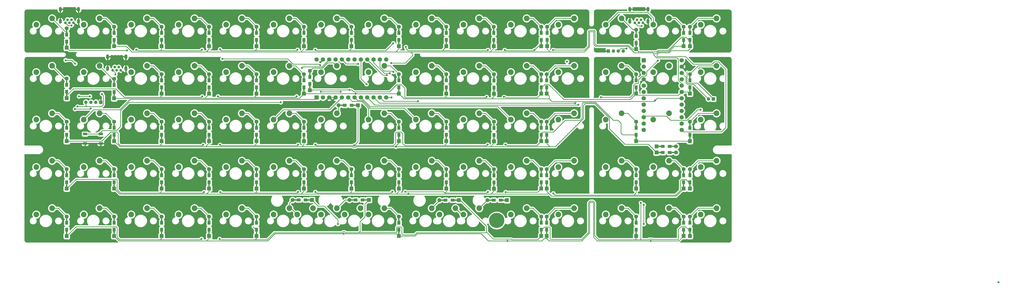
<source format=gbr>
%TF.GenerationSoftware,KiCad,Pcbnew,(5.1.7)-1*%
%TF.CreationDate,2021-02-07T19:51:08+07:00*%
%TF.ProjectId,75-pixels,37352d70-6978-4656-9c73-2e6b69636164,rev?*%
%TF.SameCoordinates,Original*%
%TF.FileFunction,Copper,L2,Bot*%
%TF.FilePolarity,Positive*%
%FSLAX46Y46*%
G04 Gerber Fmt 4.6, Leading zero omitted, Abs format (unit mm)*
G04 Created by KiCad (PCBNEW (5.1.7)-1) date 2021-02-07 19:51:08*
%MOMM*%
%LPD*%
G01*
G04 APERTURE LIST*
%TA.AperFunction,ComponentPad*%
%ADD10C,1.752600*%
%TD*%
%TA.AperFunction,ComponentPad*%
%ADD11R,1.752600X1.752600*%
%TD*%
%TA.AperFunction,ComponentPad*%
%ADD12C,2.250000*%
%TD*%
%TA.AperFunction,ComponentPad*%
%ADD13O,1.350000X1.350000*%
%TD*%
%TA.AperFunction,ComponentPad*%
%ADD14R,1.350000X1.350000*%
%TD*%
%TA.AperFunction,ComponentPad*%
%ADD15O,1.200000X1.900000*%
%TD*%
%TA.AperFunction,ComponentPad*%
%ADD16C,1.100000*%
%TD*%
%TA.AperFunction,ComponentPad*%
%ADD17C,6.100000*%
%TD*%
%TA.AperFunction,ComponentPad*%
%ADD18R,1.600000X1.600000*%
%TD*%
%TA.AperFunction,ComponentPad*%
%ADD19C,1.600000*%
%TD*%
%TA.AperFunction,SMDPad,CuDef*%
%ADD20R,0.500000X2.900000*%
%TD*%
%TA.AperFunction,SMDPad,CuDef*%
%ADD21R,1.200000X1.600000*%
%TD*%
%TA.AperFunction,SMDPad,CuDef*%
%ADD22R,2.900000X0.500000*%
%TD*%
%TA.AperFunction,SMDPad,CuDef*%
%ADD23R,1.600000X1.200000*%
%TD*%
%TA.AperFunction,SMDPad,CuDef*%
%ADD24R,1.700000X1.000000*%
%TD*%
%TA.AperFunction,ViaPad*%
%ADD25C,0.800000*%
%TD*%
%TA.AperFunction,Conductor*%
%ADD26C,0.250000*%
%TD*%
%TA.AperFunction,Conductor*%
%ADD27C,0.254000*%
%TD*%
%TA.AperFunction,Conductor*%
%ADD28C,0.100000*%
%TD*%
G04 APERTURE END LIST*
D10*
%TO.P,U2,24*%
%TO.N,Net-(U2-Pad24)*%
X280432500Y-39092500D03*
%TO.P,U2,12*%
%TO.N,row9*%
X265192500Y-67032500D03*
%TO.P,U2,23*%
%TO.N,GND*%
X280432500Y-41632500D03*
%TO.P,U2,22*%
%TO.N,Net-(RESET1-Pad2)*%
X280432500Y-44172500D03*
%TO.P,U2,21*%
%TO.N,Net-(U2-Pad21)*%
X280432500Y-46712500D03*
%TO.P,U2,20*%
%TO.N,row1*%
X280432500Y-49252500D03*
%TO.P,U2,19*%
%TO.N,row2*%
X280432500Y-51792500D03*
%TO.P,U2,18*%
%TO.N,row3*%
X280432500Y-54332500D03*
%TO.P,U2,17*%
%TO.N,row4*%
X280432500Y-56872500D03*
%TO.P,U2,16*%
%TO.N,row5*%
X280432500Y-59412500D03*
%TO.P,U2,15*%
%TO.N,row6*%
X280432500Y-61952500D03*
%TO.P,U2,14*%
%TO.N,row7*%
X280432500Y-64492500D03*
%TO.P,U2,13*%
%TO.N,row0*%
X280432500Y-67032500D03*
%TO.P,U2,11*%
%TO.N,row8*%
X265192500Y-64492500D03*
%TO.P,U2,10*%
%TO.N,col7*%
X265192500Y-61952500D03*
%TO.P,U2,9*%
%TO.N,col6*%
X265192500Y-59412500D03*
%TO.P,U2,8*%
%TO.N,Net-(U2-Pad8)*%
X265192500Y-56872500D03*
%TO.P,U2,7*%
%TO.N,Net-(U2-Pad7)*%
X265192500Y-54332500D03*
%TO.P,U2,6*%
%TO.N,Net-(U2-Pad6)*%
X265192500Y-51792500D03*
%TO.P,U2,5*%
%TO.N,Net-(U2-Pad5)*%
X265192500Y-49252500D03*
%TO.P,U2,4*%
%TO.N,GND*%
X265192500Y-46712500D03*
%TO.P,U2,3*%
X265192500Y-44172500D03*
%TO.P,U2,2*%
%TO.N,Net-(U2-Pad2)*%
X265192500Y-41632500D03*
D11*
%TO.P,U2,1*%
%TO.N,Net-(U2-Pad1)*%
X265192500Y-39092500D03*
%TD*%
D10*
%TO.P,U1,24*%
%TO.N,Net-(U1-Pad24)*%
X133873750Y-38786250D03*
%TO.P,U1,12*%
%TO.N,row9*%
X161813750Y-54026250D03*
%TO.P,U1,23*%
%TO.N,GND*%
X136413750Y-38786250D03*
%TO.P,U1,22*%
%TO.N,reset*%
X138953750Y-38786250D03*
%TO.P,U1,21*%
%TO.N,Net-(U1-Pad21)*%
X141493750Y-38786250D03*
%TO.P,U1,20*%
%TO.N,row1*%
X144033750Y-38786250D03*
%TO.P,U1,19*%
%TO.N,row2*%
X146573750Y-38786250D03*
%TO.P,U1,18*%
%TO.N,row3*%
X149113750Y-38786250D03*
%TO.P,U1,17*%
%TO.N,row4*%
X151653750Y-38786250D03*
%TO.P,U1,16*%
%TO.N,row5*%
X154193750Y-38786250D03*
%TO.P,U1,15*%
%TO.N,row6*%
X156733750Y-38786250D03*
%TO.P,U1,14*%
%TO.N,row7*%
X159273750Y-38786250D03*
%TO.P,U1,13*%
%TO.N,row0*%
X161813750Y-38786250D03*
%TO.P,U1,11*%
%TO.N,row8*%
X159273750Y-54026250D03*
%TO.P,U1,10*%
%TO.N,col7*%
X156733750Y-54026250D03*
%TO.P,U1,9*%
%TO.N,col6*%
X154193750Y-54026250D03*
%TO.P,U1,8*%
%TO.N,col5*%
X151653750Y-54026250D03*
%TO.P,U1,7*%
%TO.N,col4*%
X149113750Y-54026250D03*
%TO.P,U1,6*%
%TO.N,col3*%
X146573750Y-54026250D03*
%TO.P,U1,5*%
%TO.N,col2*%
X144033750Y-54026250D03*
%TO.P,U1,4*%
%TO.N,GND*%
X141493750Y-54026250D03*
%TO.P,U1,3*%
X138953750Y-54026250D03*
%TO.P,U1,2*%
%TO.N,col1*%
X136413750Y-54026250D03*
D11*
%TO.P,U1,1*%
%TO.N,col0*%
X133873750Y-54026250D03*
%TD*%
D12*
%TO.P,MX_2u_1,2*%
%TO.N,Net-(D4_7-Pad2)*%
X151490000Y-98495000D03*
%TO.P,MX_2u_1,1*%
%TO.N,col3*%
X145140000Y-101035000D03*
%TD*%
D13*
%TO.P,RESET1,2*%
%TO.N,Net-(RESET1-Pad2)*%
X291156250Y-54656250D03*
D14*
%TO.P,RESET1,1*%
%TO.N,Net-(RESET1-Pad1)*%
X293156250Y-54656250D03*
%TD*%
D13*
%TO.P,J5,4*%
%TO.N,VCC2*%
X256968750Y-35437500D03*
%TO.P,J5,3*%
%TO.N,data2-*%
X254968750Y-35437500D03*
%TO.P,J5,2*%
%TO.N,data2+*%
X252968750Y-35437500D03*
D14*
%TO.P,J5,1*%
%TO.N,GND*%
X250968750Y-35437500D03*
%TD*%
D15*
%TO.P,J4,6*%
%TO.N,GND*%
X266900000Y-23437500D03*
X259600000Y-23437500D03*
D16*
%TO.P,J4,1*%
%TO.N,VCC2*%
X261650000Y-24037500D03*
%TO.P,J4,2*%
%TO.N,data2-*%
X262450000Y-22837500D03*
%TO.P,J4,3*%
%TO.N,data2+*%
X263250000Y-24037500D03*
%TO.P,J4,4*%
%TO.N,Net-(J4-Pad4)*%
X264050000Y-22837500D03*
%TO.P,J4,5*%
%TO.N,GND*%
X264850000Y-24037500D03*
D15*
%TO.P,J4,6*%
X259600000Y-18617500D03*
X266900000Y-18617500D03*
%TD*%
D17*
%TO.P,Poker_oval_hole,*%
%TO.N,*%
X206156250Y-103406250D03*
%TD*%
D12*
%TO.P,MX0_13,2*%
%TO.N,col6*%
X268965000Y-24835000D03*
%TO.P,MX0_13,1*%
%TO.N,Net-(D0_13-Pad2)*%
X275315000Y-22295000D03*
%TD*%
%TO.P,MX1_1,2*%
%TO.N,col0*%
X40365000Y-43885000D03*
%TO.P,MX1_1,1*%
%TO.N,Net-(D1_1-Pad2)*%
X46715000Y-41345000D03*
%TD*%
%TO.P,MX0_2,2*%
%TO.N,col1*%
X59415000Y-24835000D03*
%TO.P,MX0_2,1*%
%TO.N,Net-(D0_2-Pad2)*%
X65765000Y-22295000D03*
%TD*%
%TO.P,MX_2u_2,2*%
%TO.N,col4*%
X189590000Y-98495000D03*
%TO.P,MX_2u_2,1*%
%TO.N,Net-(D4_9-Pad2)*%
X183240000Y-101035000D03*
%TD*%
%TO.P,MX_2u_0,2*%
%TO.N,col2*%
X132440000Y-98495000D03*
%TO.P,MX_2u_0,1*%
%TO.N,Net-(D4_5-Pad2)*%
X126090000Y-101035000D03*
%TD*%
D13*
%TO.P,J3,4*%
%TO.N,VCC*%
X41250000Y-55968750D03*
%TO.P,J3,3*%
%TO.N,data-*%
X43250000Y-55968750D03*
%TO.P,J3,2*%
%TO.N,data+*%
X45250000Y-55968750D03*
D14*
%TO.P,J3,1*%
%TO.N,GND*%
X47250000Y-55968750D03*
%TD*%
D12*
%TO.P,MX0_1,2*%
%TO.N,col0*%
X40365000Y-24835000D03*
%TO.P,MX0_1,1*%
%TO.N,Net-(D0_1-Pad2)*%
X46715000Y-22295000D03*
%TD*%
%TO.P,MX0_0,2*%
%TO.N,col0*%
X21315000Y-24835000D03*
%TO.P,MX0_0,1*%
%TO.N,Net-(D0_0-Pad2)*%
X27665000Y-22295000D03*
%TD*%
%TO.P,MX0_3,2*%
%TO.N,col1*%
X78465000Y-24835000D03*
%TO.P,MX0_3,1*%
%TO.N,Net-(D0_3-Pad2)*%
X84815000Y-22295000D03*
%TD*%
%TO.P,MX0_5,2*%
%TO.N,col2*%
X116565000Y-24835000D03*
%TO.P,MX0_5,1*%
%TO.N,Net-(D0_5-Pad2)*%
X122915000Y-22295000D03*
%TD*%
%TO.P,MX0_6,2*%
%TO.N,col3*%
X135615000Y-24835000D03*
%TO.P,MX0_6,1*%
%TO.N,Net-(D0_6-Pad2)*%
X141965000Y-22295000D03*
%TD*%
%TO.P,MX0_8,2*%
%TO.N,col4*%
X173715000Y-24835000D03*
%TO.P,MX0_8,1*%
%TO.N,Net-(D0_8-Pad2)*%
X180065000Y-22295000D03*
%TD*%
%TO.P,MX0_9,2*%
%TO.N,col4*%
X192765000Y-24835000D03*
%TO.P,MX0_9,1*%
%TO.N,Net-(D0_9-Pad2)*%
X199115000Y-22295000D03*
%TD*%
%TO.P,MX0_11,2*%
%TO.N,col5*%
X230865000Y-24835000D03*
%TO.P,MX0_11,1*%
%TO.N,Net-(D0_11-Pad2)*%
X237215000Y-22295000D03*
%TD*%
%TO.P,MX0_12,2*%
%TO.N,col6*%
X249915000Y-24835000D03*
%TO.P,MX0_12,1*%
%TO.N,Net-(D0_12-Pad2)*%
X256265000Y-22295000D03*
%TD*%
%TO.P,MX1_0,2*%
%TO.N,col0*%
X21315000Y-43885000D03*
%TO.P,MX1_0,1*%
%TO.N,Net-(D1_0-Pad2)*%
X27665000Y-41345000D03*
%TD*%
%TO.P,MX1_2,2*%
%TO.N,col1*%
X59415000Y-43885000D03*
%TO.P,MX1_2,1*%
%TO.N,Net-(D1_2-Pad2)*%
X65765000Y-41345000D03*
%TD*%
%TO.P,MX1_3,2*%
%TO.N,col1*%
X78465000Y-43885000D03*
%TO.P,MX1_3,1*%
%TO.N,Net-(D1_3-Pad2)*%
X84815000Y-41345000D03*
%TD*%
%TO.P,MX1_4,2*%
%TO.N,col2*%
X97515000Y-43885000D03*
%TO.P,MX1_4,1*%
%TO.N,Net-(D1_4-Pad2)*%
X103865000Y-41345000D03*
%TD*%
%TO.P,MX1_5,2*%
%TO.N,col2*%
X116565000Y-43885000D03*
%TO.P,MX1_5,1*%
%TO.N,Net-(D1_5-Pad2)*%
X122915000Y-41345000D03*
%TD*%
%TO.P,MX1_6,2*%
%TO.N,col3*%
X135615000Y-43885000D03*
%TO.P,MX1_6,1*%
%TO.N,Net-(D1_6-Pad2)*%
X141965000Y-41345000D03*
%TD*%
%TO.P,MX1_7,2*%
%TO.N,col3*%
X154665000Y-43885000D03*
%TO.P,MX1_7,1*%
%TO.N,Net-(D1_7-Pad2)*%
X161015000Y-41345000D03*
%TD*%
%TO.P,MX1_8,2*%
%TO.N,col4*%
X173715000Y-43885000D03*
%TO.P,MX1_8,1*%
%TO.N,Net-(D1_8-Pad2)*%
X180065000Y-41345000D03*
%TD*%
%TO.P,MX1_9,2*%
%TO.N,col4*%
X192765000Y-43885000D03*
%TO.P,MX1_9,1*%
%TO.N,Net-(D1_9-Pad2)*%
X199115000Y-41345000D03*
%TD*%
%TO.P,MX1_10,2*%
%TO.N,col5*%
X211815000Y-43885000D03*
%TO.P,MX1_10,1*%
%TO.N,Net-(D1_10-Pad2)*%
X218165000Y-41345000D03*
%TD*%
%TO.P,MX1_11,2*%
%TO.N,col5*%
X230865000Y-43885000D03*
%TO.P,MX1_11,1*%
%TO.N,Net-(D1_11-Pad2)*%
X237215000Y-41345000D03*
%TD*%
%TO.P,MX1_12,2*%
%TO.N,col6*%
X249915000Y-43885000D03*
%TO.P,MX1_12,1*%
%TO.N,Net-(D1_12-Pad2)*%
X256265000Y-41345000D03*
%TD*%
%TO.P,MX1_13,2*%
%TO.N,col6*%
X268965000Y-43885000D03*
%TO.P,MX1_13,1*%
%TO.N,Net-(D1_13-Pad2)*%
X275315000Y-41345000D03*
%TD*%
%TO.P,MX2_0,2*%
%TO.N,col0*%
X21315000Y-62935000D03*
%TO.P,MX2_0,1*%
%TO.N,Net-(D2_0-Pad2)*%
X27665000Y-60395000D03*
%TD*%
%TO.P,MX2_1,2*%
%TO.N,col0*%
X40365000Y-62935000D03*
%TO.P,MX2_1,1*%
%TO.N,Net-(D2_1-Pad2)*%
X46715000Y-60395000D03*
%TD*%
%TO.P,MX2_2,2*%
%TO.N,col1*%
X59415000Y-62935000D03*
%TO.P,MX2_2,1*%
%TO.N,Net-(D2_2-Pad2)*%
X65765000Y-60395000D03*
%TD*%
%TO.P,MX2_3,2*%
%TO.N,col1*%
X78465000Y-62935000D03*
%TO.P,MX2_3,1*%
%TO.N,Net-(D2_3-Pad2)*%
X84815000Y-60395000D03*
%TD*%
%TO.P,MX2_4,2*%
%TO.N,col2*%
X97515000Y-62935000D03*
%TO.P,MX2_4,1*%
%TO.N,Net-(D2_4-Pad2)*%
X103865000Y-60395000D03*
%TD*%
%TO.P,MX2_5,2*%
%TO.N,col2*%
X116565000Y-62935000D03*
%TO.P,MX2_5,1*%
%TO.N,Net-(D2_5-Pad2)*%
X122915000Y-60395000D03*
%TD*%
%TO.P,MX2_6,2*%
%TO.N,col3*%
X135615000Y-62935000D03*
%TO.P,MX2_6,1*%
%TO.N,Net-(D2_6-Pad2)*%
X141965000Y-60395000D03*
%TD*%
%TO.P,MX2_7,2*%
%TO.N,col3*%
X154665000Y-62935000D03*
%TO.P,MX2_7,1*%
%TO.N,Net-(D2_7-Pad2)*%
X161015000Y-60395000D03*
%TD*%
%TO.P,MX2_8,2*%
%TO.N,col4*%
X173715000Y-62935000D03*
%TO.P,MX2_8,1*%
%TO.N,Net-(D2_8-Pad2)*%
X180065000Y-60395000D03*
%TD*%
%TO.P,MX2_9,2*%
%TO.N,col4*%
X192765000Y-62935000D03*
%TO.P,MX2_9,1*%
%TO.N,Net-(D2_9-Pad2)*%
X199115000Y-60395000D03*
%TD*%
%TO.P,MX2_10,2*%
%TO.N,col5*%
X211815000Y-62935000D03*
%TO.P,MX2_10,1*%
%TO.N,Net-(D2_10-Pad2)*%
X218165000Y-60395000D03*
%TD*%
%TO.P,MX2_11,2*%
%TO.N,col5*%
X230865000Y-62935000D03*
%TO.P,MX2_11,1*%
%TO.N,Net-(D2_11-Pad2)*%
X237215000Y-60395000D03*
%TD*%
%TO.P,MX2_12,2*%
%TO.N,col6*%
X249915000Y-62935000D03*
%TO.P,MX2_12,1*%
%TO.N,Net-(D2_12-Pad2)*%
X256265000Y-60395000D03*
%TD*%
%TO.P,MX2_13,2*%
%TO.N,col6*%
X268965000Y-62935000D03*
%TO.P,MX2_13,1*%
%TO.N,Net-(D2_13-Pad2)*%
X275315000Y-60395000D03*
%TD*%
%TO.P,MX3_0,2*%
%TO.N,col0*%
X21315000Y-81985000D03*
%TO.P,MX3_0,1*%
%TO.N,Net-(D3_0-Pad2)*%
X27665000Y-79445000D03*
%TD*%
%TO.P,MX3_1,2*%
%TO.N,col0*%
X40365000Y-81985000D03*
%TO.P,MX3_1,1*%
%TO.N,Net-(D3_1-Pad2)*%
X46715000Y-79445000D03*
%TD*%
%TO.P,MX3_2,2*%
%TO.N,col1*%
X59415000Y-81985000D03*
%TO.P,MX3_2,1*%
%TO.N,Net-(D3_2-Pad2)*%
X65765000Y-79445000D03*
%TD*%
%TO.P,MX3_3,2*%
%TO.N,col1*%
X78465000Y-81985000D03*
%TO.P,MX3_3,1*%
%TO.N,Net-(D3_3-Pad2)*%
X84815000Y-79445000D03*
%TD*%
%TO.P,MX3_4,2*%
%TO.N,col2*%
X97515000Y-81985000D03*
%TO.P,MX3_4,1*%
%TO.N,Net-(D3_4-Pad2)*%
X103865000Y-79445000D03*
%TD*%
%TO.P,MX3_5,2*%
%TO.N,col2*%
X116565000Y-81985000D03*
%TO.P,MX3_5,1*%
%TO.N,Net-(D3_5-Pad2)*%
X122915000Y-79445000D03*
%TD*%
%TO.P,MX3_6,2*%
%TO.N,col3*%
X135615000Y-81985000D03*
%TO.P,MX3_6,1*%
%TO.N,Net-(D3_6-Pad2)*%
X141965000Y-79445000D03*
%TD*%
%TO.P,MX3_7,2*%
%TO.N,col3*%
X154665000Y-81985000D03*
%TO.P,MX3_7,1*%
%TO.N,Net-(D3_7-Pad2)*%
X161015000Y-79445000D03*
%TD*%
%TO.P,MX3_8,2*%
%TO.N,col4*%
X173715000Y-81985000D03*
%TO.P,MX3_8,1*%
%TO.N,Net-(D3_8-Pad2)*%
X180065000Y-79445000D03*
%TD*%
%TO.P,MX3_9,2*%
%TO.N,col4*%
X192765000Y-81985000D03*
%TO.P,MX3_9,1*%
%TO.N,Net-(D3_9-Pad2)*%
X199115000Y-79445000D03*
%TD*%
%TO.P,MX3_10,2*%
%TO.N,col5*%
X211815000Y-81985000D03*
%TO.P,MX3_10,1*%
%TO.N,Net-(D3_10-Pad2)*%
X218165000Y-79445000D03*
%TD*%
%TO.P,MX3_11,2*%
%TO.N,col5*%
X230865000Y-81985000D03*
%TO.P,MX3_11,1*%
%TO.N,Net-(D3_11-Pad2)*%
X237215000Y-79445000D03*
%TD*%
%TO.P,MX3_12,2*%
%TO.N,col6*%
X249915000Y-81985000D03*
%TO.P,MX3_12,1*%
%TO.N,Net-(D3_12-Pad2)*%
X256265000Y-79445000D03*
%TD*%
%TO.P,MX3_13,2*%
%TO.N,col6*%
X268965000Y-81985000D03*
%TO.P,MX3_13,1*%
%TO.N,Net-(D3_13-Pad2)*%
X275315000Y-79445000D03*
%TD*%
%TO.P,MX4_0,2*%
%TO.N,col0*%
X21315000Y-101035000D03*
%TO.P,MX4_0,1*%
%TO.N,Net-(D4_0-Pad2)*%
X27665000Y-98495000D03*
%TD*%
%TO.P,MX4_1,2*%
%TO.N,col0*%
X40365000Y-101035000D03*
%TO.P,MX4_1,1*%
%TO.N,Net-(D4_1-Pad2)*%
X46715000Y-98495000D03*
%TD*%
%TO.P,MX4_2,2*%
%TO.N,col1*%
X59415000Y-101035000D03*
%TO.P,MX4_2,1*%
%TO.N,Net-(D4_2-Pad2)*%
X65765000Y-98495000D03*
%TD*%
%TO.P,MX4_3,2*%
%TO.N,col1*%
X78465000Y-101035000D03*
%TO.P,MX4_3,1*%
%TO.N,Net-(D4_3-Pad2)*%
X84815000Y-98495000D03*
%TD*%
%TO.P,MX4_4,2*%
%TO.N,col2*%
X97515000Y-101035000D03*
%TO.P,MX4_4,1*%
%TO.N,Net-(D4_4-Pad2)*%
X103865000Y-98495000D03*
%TD*%
%TO.P,MX4_5,2*%
%TO.N,col2*%
X116565000Y-101035000D03*
%TO.P,MX4_5,1*%
%TO.N,Net-(D4_5-Pad2)*%
X122915000Y-98495000D03*
%TD*%
%TO.P,MX4_6,2*%
%TO.N,col3*%
X135615000Y-101035000D03*
%TO.P,MX4_6,1*%
%TO.N,Net-(D4_6-Pad2)*%
X141965000Y-98495000D03*
%TD*%
%TO.P,MX4_7,2*%
%TO.N,col3*%
X154665000Y-101035000D03*
%TO.P,MX4_7,1*%
%TO.N,Net-(D4_7-Pad2)*%
X161015000Y-98495000D03*
%TD*%
%TO.P,MX4_8,2*%
%TO.N,col4*%
X173715000Y-101035000D03*
%TO.P,MX4_8,1*%
%TO.N,Net-(D4_8-Pad2)*%
X180065000Y-98495000D03*
%TD*%
%TO.P,MX4_9,2*%
%TO.N,col4*%
X192765000Y-101035000D03*
%TO.P,MX4_9,1*%
%TO.N,Net-(D4_9-Pad2)*%
X199115000Y-98495000D03*
%TD*%
%TO.P,MX4_10,2*%
%TO.N,col5*%
X211815000Y-101035000D03*
%TO.P,MX4_10,1*%
%TO.N,Net-(D4_10-Pad2)*%
X218165000Y-98495000D03*
%TD*%
%TO.P,MX4_11,2*%
%TO.N,col5*%
X230865000Y-101035000D03*
%TO.P,MX4_11,1*%
%TO.N,Net-(D4_11-Pad2)*%
X237215000Y-98495000D03*
%TD*%
%TO.P,MX4_12,2*%
%TO.N,col6*%
X249915000Y-101035000D03*
%TO.P,MX4_12,1*%
%TO.N,Net-(D4_12-Pad2)*%
X256265000Y-98495000D03*
%TD*%
%TO.P,MX4_13,2*%
%TO.N,col6*%
X268965000Y-101035000D03*
%TO.P,MX4_13,1*%
%TO.N,Net-(D4_13-Pad2)*%
X275315000Y-98495000D03*
%TD*%
%TO.P,MX0_7,2*%
%TO.N,col3*%
X154665000Y-24835000D03*
%TO.P,MX0_7,1*%
%TO.N,Net-(D0_7-Pad2)*%
X161015000Y-22295000D03*
%TD*%
%TO.P,MX0_4,2*%
%TO.N,col2*%
X97515000Y-24835000D03*
%TO.P,MX0_4,1*%
%TO.N,Net-(D0_4-Pad2)*%
X103865000Y-22295000D03*
%TD*%
%TO.P,MX0_10,2*%
%TO.N,col5*%
X211815000Y-24835000D03*
%TO.P,MX0_10,1*%
%TO.N,Net-(D0_10-Pad2)*%
X218165000Y-22295000D03*
%TD*%
%TO.P,MX0_14,2*%
%TO.N,col7*%
X288015000Y-24835000D03*
%TO.P,MX0_14,1*%
%TO.N,Net-(D0_14-Pad2)*%
X294365000Y-22295000D03*
%TD*%
%TO.P,MX1_14,2*%
%TO.N,col7*%
X288015000Y-43885000D03*
%TO.P,MX1_14,1*%
%TO.N,Net-(D1_14-Pad2)*%
X294365000Y-41345000D03*
%TD*%
%TO.P,MX2_14,2*%
%TO.N,col7*%
X288015000Y-62935000D03*
%TO.P,MX2_14,1*%
%TO.N,Net-(D2_14-Pad2)*%
X294365000Y-60395000D03*
%TD*%
%TO.P,MX3_14,2*%
%TO.N,col7*%
X288015000Y-81985000D03*
%TO.P,MX3_14,1*%
%TO.N,Net-(D3_14-Pad2)*%
X294365000Y-79445000D03*
%TD*%
%TO.P,MX4_14,2*%
%TO.N,col7*%
X288015000Y-101035000D03*
%TO.P,MX4_14,1*%
%TO.N,Net-(D4_14-Pad2)*%
X294365000Y-98495000D03*
%TD*%
D15*
%TO.P,J2,6*%
%TO.N,GND*%
X57281250Y-42468750D03*
X49981250Y-42468750D03*
D16*
%TO.P,J2,1*%
%TO.N,VCC*%
X52031250Y-43068750D03*
%TO.P,J2,2*%
%TO.N,data-*%
X52831250Y-41868750D03*
%TO.P,J2,3*%
%TO.N,data+*%
X53631250Y-43068750D03*
%TO.P,J2,4*%
%TO.N,Net-(J2-Pad4)*%
X54431250Y-41868750D03*
%TO.P,J2,5*%
%TO.N,GND*%
X55231250Y-43068750D03*
D15*
%TO.P,J2,6*%
X49981250Y-37648750D03*
X57281250Y-37648750D03*
%TD*%
%TO.P,J1,6*%
%TO.N,GND*%
X38287500Y-23437500D03*
X30987500Y-23437500D03*
D16*
%TO.P,J1,1*%
%TO.N,VCC*%
X33037500Y-24037500D03*
%TO.P,J1,2*%
%TO.N,data-*%
X33837500Y-22837500D03*
%TO.P,J1,3*%
%TO.N,data+*%
X34637500Y-24037500D03*
%TO.P,J1,4*%
%TO.N,Net-(J1-Pad4)*%
X35437500Y-22837500D03*
%TO.P,J1,5*%
%TO.N,GND*%
X36237500Y-24037500D03*
D15*
%TO.P,J1,6*%
X30987500Y-18617500D03*
X38287500Y-18617500D03*
%TD*%
D18*
%TO.P,D4_14,1*%
%TO.N,row8*%
X283687500Y-109631250D03*
D19*
%TO.P,D4_14,2*%
%TO.N,Net-(D4_14-Pad2)*%
X283687500Y-101831250D03*
D20*
%TO.P,D4_14,1*%
%TO.N,row8*%
X283687500Y-108231250D03*
D21*
X283687500Y-107131250D03*
%TO.P,D4_14,2*%
%TO.N,Net-(D4_14-Pad2)*%
X283687500Y-104331250D03*
D20*
X283687500Y-103231250D03*
%TD*%
D18*
%TO.P,D4_13,1*%
%TO.N,row9*%
X281212500Y-109631250D03*
D19*
%TO.P,D4_13,2*%
%TO.N,Net-(D4_13-Pad2)*%
X281212500Y-101831250D03*
D20*
%TO.P,D4_13,1*%
%TO.N,row9*%
X281212500Y-108231250D03*
D21*
X281212500Y-107131250D03*
%TO.P,D4_13,2*%
%TO.N,Net-(D4_13-Pad2)*%
X281212500Y-104331250D03*
D20*
X281212500Y-103231250D03*
%TD*%
D18*
%TO.P,D4_12,1*%
%TO.N,row8*%
X262162500Y-109631250D03*
D19*
%TO.P,D4_12,2*%
%TO.N,Net-(D4_12-Pad2)*%
X262162500Y-101831250D03*
D20*
%TO.P,D4_12,1*%
%TO.N,row8*%
X262162500Y-108231250D03*
D21*
X262162500Y-107131250D03*
%TO.P,D4_12,2*%
%TO.N,Net-(D4_12-Pad2)*%
X262162500Y-104331250D03*
D20*
X262162500Y-103231250D03*
%TD*%
D18*
%TO.P,D4_11,1*%
%TO.N,row9*%
X226237500Y-109631250D03*
D19*
%TO.P,D4_11,2*%
%TO.N,Net-(D4_11-Pad2)*%
X226237500Y-101831250D03*
D20*
%TO.P,D4_11,1*%
%TO.N,row9*%
X226237500Y-108231250D03*
D21*
X226237500Y-107131250D03*
%TO.P,D4_11,2*%
%TO.N,Net-(D4_11-Pad2)*%
X226237500Y-104331250D03*
D20*
X226237500Y-103231250D03*
%TD*%
D18*
%TO.P,D4_10,1*%
%TO.N,row8*%
X224062500Y-109631250D03*
D19*
%TO.P,D4_10,2*%
%TO.N,Net-(D4_10-Pad2)*%
X224062500Y-101831250D03*
D20*
%TO.P,D4_10,1*%
%TO.N,row8*%
X224062500Y-108231250D03*
D21*
X224062500Y-107131250D03*
%TO.P,D4_10,2*%
%TO.N,Net-(D4_10-Pad2)*%
X224062500Y-104331250D03*
D20*
X224062500Y-103231250D03*
%TD*%
D18*
%TO.P,D4_9,1*%
%TO.N,row9*%
X210243750Y-95250000D03*
D19*
%TO.P,D4_9,2*%
%TO.N,Net-(D4_9-Pad2)*%
X202443750Y-95250000D03*
D22*
%TO.P,D4_9,1*%
%TO.N,row9*%
X208843750Y-95250000D03*
D23*
X207743750Y-95250000D03*
%TO.P,D4_9,2*%
%TO.N,Net-(D4_9-Pad2)*%
X204943750Y-95250000D03*
D22*
X203843750Y-95250000D03*
%TD*%
D18*
%TO.P,D4_8,1*%
%TO.N,row8*%
X190931250Y-95250000D03*
D19*
%TO.P,D4_8,2*%
%TO.N,Net-(D4_8-Pad2)*%
X183131250Y-95250000D03*
D22*
%TO.P,D4_8,1*%
%TO.N,row8*%
X189531250Y-95250000D03*
D23*
X188431250Y-95250000D03*
%TO.P,D4_8,2*%
%TO.N,Net-(D4_8-Pad2)*%
X185631250Y-95250000D03*
D22*
X184531250Y-95250000D03*
%TD*%
D18*
%TO.P,D4_7,1*%
%TO.N,row9*%
X166912500Y-109631250D03*
D19*
%TO.P,D4_7,2*%
%TO.N,Net-(D4_7-Pad2)*%
X166912500Y-101831250D03*
D20*
%TO.P,D4_7,1*%
%TO.N,row9*%
X166912500Y-108231250D03*
D21*
X166912500Y-107131250D03*
%TO.P,D4_7,2*%
%TO.N,Net-(D4_7-Pad2)*%
X166912500Y-104331250D03*
D20*
X166912500Y-103231250D03*
%TD*%
D18*
%TO.P,D4_6,1*%
%TO.N,row8*%
X154837500Y-95156250D03*
D19*
%TO.P,D4_6,2*%
%TO.N,Net-(D4_6-Pad2)*%
X147037500Y-95156250D03*
D22*
%TO.P,D4_6,1*%
%TO.N,row8*%
X153437500Y-95156250D03*
D23*
X152337500Y-95156250D03*
%TO.P,D4_6,2*%
%TO.N,Net-(D4_6-Pad2)*%
X149537500Y-95156250D03*
D22*
X148437500Y-95156250D03*
%TD*%
D18*
%TO.P,D4_5,1*%
%TO.N,row9*%
X131993750Y-95156250D03*
D19*
%TO.P,D4_5,2*%
%TO.N,Net-(D4_5-Pad2)*%
X124193750Y-95156250D03*
D22*
%TO.P,D4_5,1*%
%TO.N,row9*%
X130593750Y-95156250D03*
D23*
X129493750Y-95156250D03*
%TO.P,D4_5,2*%
%TO.N,Net-(D4_5-Pad2)*%
X126693750Y-95156250D03*
D22*
X125593750Y-95156250D03*
%TD*%
D18*
%TO.P,D4_4,1*%
%TO.N,row8*%
X109762500Y-109631250D03*
D19*
%TO.P,D4_4,2*%
%TO.N,Net-(D4_4-Pad2)*%
X109762500Y-101831250D03*
D20*
%TO.P,D4_4,1*%
%TO.N,row8*%
X109762500Y-108231250D03*
D21*
X109762500Y-107131250D03*
%TO.P,D4_4,2*%
%TO.N,Net-(D4_4-Pad2)*%
X109762500Y-104331250D03*
D20*
X109762500Y-103231250D03*
%TD*%
D18*
%TO.P,D4_3,1*%
%TO.N,row9*%
X90712500Y-109631250D03*
D19*
%TO.P,D4_3,2*%
%TO.N,Net-(D4_3-Pad2)*%
X90712500Y-101831250D03*
D20*
%TO.P,D4_3,1*%
%TO.N,row9*%
X90712500Y-108231250D03*
D21*
X90712500Y-107131250D03*
%TO.P,D4_3,2*%
%TO.N,Net-(D4_3-Pad2)*%
X90712500Y-104331250D03*
D20*
X90712500Y-103231250D03*
%TD*%
D18*
%TO.P,D4_2,1*%
%TO.N,row8*%
X71662500Y-109631250D03*
D19*
%TO.P,D4_2,2*%
%TO.N,Net-(D4_2-Pad2)*%
X71662500Y-101831250D03*
D20*
%TO.P,D4_2,1*%
%TO.N,row8*%
X71662500Y-108231250D03*
D21*
X71662500Y-107131250D03*
%TO.P,D4_2,2*%
%TO.N,Net-(D4_2-Pad2)*%
X71662500Y-104331250D03*
D20*
X71662500Y-103231250D03*
%TD*%
D18*
%TO.P,D4_1,1*%
%TO.N,row9*%
X52612500Y-109631250D03*
D19*
%TO.P,D4_1,2*%
%TO.N,Net-(D4_1-Pad2)*%
X52612500Y-101831250D03*
D20*
%TO.P,D4_1,1*%
%TO.N,row9*%
X52612500Y-108231250D03*
D21*
X52612500Y-107131250D03*
%TO.P,D4_1,2*%
%TO.N,Net-(D4_1-Pad2)*%
X52612500Y-104331250D03*
D20*
X52612500Y-103231250D03*
%TD*%
D18*
%TO.P,D4_0,1*%
%TO.N,row8*%
X33562500Y-109631250D03*
D19*
%TO.P,D4_0,2*%
%TO.N,Net-(D4_0-Pad2)*%
X33562500Y-101831250D03*
D20*
%TO.P,D4_0,1*%
%TO.N,row8*%
X33562500Y-108231250D03*
D21*
X33562500Y-107131250D03*
%TO.P,D4_0,2*%
%TO.N,Net-(D4_0-Pad2)*%
X33562500Y-104331250D03*
D20*
X33562500Y-103231250D03*
%TD*%
D18*
%TO.P,D3_14,1*%
%TO.N,row6*%
X283687500Y-90581250D03*
D19*
%TO.P,D3_14,2*%
%TO.N,Net-(D3_14-Pad2)*%
X283687500Y-82781250D03*
D20*
%TO.P,D3_14,1*%
%TO.N,row6*%
X283687500Y-89181250D03*
D21*
X283687500Y-88081250D03*
%TO.P,D3_14,2*%
%TO.N,Net-(D3_14-Pad2)*%
X283687500Y-85281250D03*
D20*
X283687500Y-84181250D03*
%TD*%
D18*
%TO.P,D3_13,1*%
%TO.N,row7*%
X281212500Y-90581250D03*
D19*
%TO.P,D3_13,2*%
%TO.N,Net-(D3_13-Pad2)*%
X281212500Y-82781250D03*
D20*
%TO.P,D3_13,1*%
%TO.N,row7*%
X281212500Y-89181250D03*
D21*
X281212500Y-88081250D03*
%TO.P,D3_13,2*%
%TO.N,Net-(D3_13-Pad2)*%
X281212500Y-85281250D03*
D20*
X281212500Y-84181250D03*
%TD*%
D18*
%TO.P,D3_12,1*%
%TO.N,row6*%
X262162500Y-90581250D03*
D19*
%TO.P,D3_12,2*%
%TO.N,Net-(D3_12-Pad2)*%
X262162500Y-82781250D03*
D20*
%TO.P,D3_12,1*%
%TO.N,row6*%
X262162500Y-89181250D03*
D21*
X262162500Y-88081250D03*
%TO.P,D3_12,2*%
%TO.N,Net-(D3_12-Pad2)*%
X262162500Y-85281250D03*
D20*
X262162500Y-84181250D03*
%TD*%
D18*
%TO.P,D3_11,1*%
%TO.N,row7*%
X226237500Y-90581250D03*
D19*
%TO.P,D3_11,2*%
%TO.N,Net-(D3_11-Pad2)*%
X226237500Y-82781250D03*
D20*
%TO.P,D3_11,1*%
%TO.N,row7*%
X226237500Y-89181250D03*
D21*
X226237500Y-88081250D03*
%TO.P,D3_11,2*%
%TO.N,Net-(D3_11-Pad2)*%
X226237500Y-85281250D03*
D20*
X226237500Y-84181250D03*
%TD*%
D18*
%TO.P,D3_10,1*%
%TO.N,row6*%
X224062500Y-90581250D03*
D19*
%TO.P,D3_10,2*%
%TO.N,Net-(D3_10-Pad2)*%
X224062500Y-82781250D03*
D20*
%TO.P,D3_10,1*%
%TO.N,row6*%
X224062500Y-89181250D03*
D21*
X224062500Y-88081250D03*
%TO.P,D3_10,2*%
%TO.N,Net-(D3_10-Pad2)*%
X224062500Y-85281250D03*
D20*
X224062500Y-84181250D03*
%TD*%
D18*
%TO.P,D3_9,1*%
%TO.N,row7*%
X205031250Y-90656250D03*
D19*
%TO.P,D3_9,2*%
%TO.N,Net-(D3_9-Pad2)*%
X205031250Y-82856250D03*
D20*
%TO.P,D3_9,1*%
%TO.N,row7*%
X205031250Y-89256250D03*
D21*
X205031250Y-88156250D03*
%TO.P,D3_9,2*%
%TO.N,Net-(D3_9-Pad2)*%
X205031250Y-85356250D03*
D20*
X205031250Y-84256250D03*
%TD*%
D18*
%TO.P,D3_8,1*%
%TO.N,row6*%
X185962500Y-90581250D03*
D19*
%TO.P,D3_8,2*%
%TO.N,Net-(D3_8-Pad2)*%
X185962500Y-82781250D03*
D20*
%TO.P,D3_8,1*%
%TO.N,row6*%
X185962500Y-89181250D03*
D21*
X185962500Y-88081250D03*
%TO.P,D3_8,2*%
%TO.N,Net-(D3_8-Pad2)*%
X185962500Y-85281250D03*
D20*
X185962500Y-84181250D03*
%TD*%
D18*
%TO.P,D3_7,1*%
%TO.N,row7*%
X166912500Y-90581250D03*
D19*
%TO.P,D3_7,2*%
%TO.N,Net-(D3_7-Pad2)*%
X166912500Y-82781250D03*
D20*
%TO.P,D3_7,1*%
%TO.N,row7*%
X166912500Y-89181250D03*
D21*
X166912500Y-88081250D03*
%TO.P,D3_7,2*%
%TO.N,Net-(D3_7-Pad2)*%
X166912500Y-85281250D03*
D20*
X166912500Y-84181250D03*
%TD*%
D18*
%TO.P,D3_6,1*%
%TO.N,row6*%
X147862500Y-90581250D03*
D19*
%TO.P,D3_6,2*%
%TO.N,Net-(D3_6-Pad2)*%
X147862500Y-82781250D03*
D20*
%TO.P,D3_6,1*%
%TO.N,row6*%
X147862500Y-89181250D03*
D21*
X147862500Y-88081250D03*
%TO.P,D3_6,2*%
%TO.N,Net-(D3_6-Pad2)*%
X147862500Y-85281250D03*
D20*
X147862500Y-84181250D03*
%TD*%
D18*
%TO.P,D3_5,1*%
%TO.N,row7*%
X128812500Y-90581250D03*
D19*
%TO.P,D3_5,2*%
%TO.N,Net-(D3_5-Pad2)*%
X128812500Y-82781250D03*
D20*
%TO.P,D3_5,1*%
%TO.N,row7*%
X128812500Y-89181250D03*
D21*
X128812500Y-88081250D03*
%TO.P,D3_5,2*%
%TO.N,Net-(D3_5-Pad2)*%
X128812500Y-85281250D03*
D20*
X128812500Y-84181250D03*
%TD*%
D18*
%TO.P,D3_4,1*%
%TO.N,row6*%
X109762500Y-90581250D03*
D19*
%TO.P,D3_4,2*%
%TO.N,Net-(D3_4-Pad2)*%
X109762500Y-82781250D03*
D20*
%TO.P,D3_4,1*%
%TO.N,row6*%
X109762500Y-89181250D03*
D21*
X109762500Y-88081250D03*
%TO.P,D3_4,2*%
%TO.N,Net-(D3_4-Pad2)*%
X109762500Y-85281250D03*
D20*
X109762500Y-84181250D03*
%TD*%
D18*
%TO.P,D3_3,1*%
%TO.N,row7*%
X90712500Y-90581250D03*
D19*
%TO.P,D3_3,2*%
%TO.N,Net-(D3_3-Pad2)*%
X90712500Y-82781250D03*
D20*
%TO.P,D3_3,1*%
%TO.N,row7*%
X90712500Y-89181250D03*
D21*
X90712500Y-88081250D03*
%TO.P,D3_3,2*%
%TO.N,Net-(D3_3-Pad2)*%
X90712500Y-85281250D03*
D20*
X90712500Y-84181250D03*
%TD*%
D18*
%TO.P,D3_2,1*%
%TO.N,row6*%
X71662500Y-90581250D03*
D19*
%TO.P,D3_2,2*%
%TO.N,Net-(D3_2-Pad2)*%
X71662500Y-82781250D03*
D20*
%TO.P,D3_2,1*%
%TO.N,row6*%
X71662500Y-89181250D03*
D21*
X71662500Y-88081250D03*
%TO.P,D3_2,2*%
%TO.N,Net-(D3_2-Pad2)*%
X71662500Y-85281250D03*
D20*
X71662500Y-84181250D03*
%TD*%
D18*
%TO.P,D3_1,1*%
%TO.N,row7*%
X52612500Y-90581250D03*
D19*
%TO.P,D3_1,2*%
%TO.N,Net-(D3_1-Pad2)*%
X52612500Y-82781250D03*
D20*
%TO.P,D3_1,1*%
%TO.N,row7*%
X52612500Y-89181250D03*
D21*
X52612500Y-88081250D03*
%TO.P,D3_1,2*%
%TO.N,Net-(D3_1-Pad2)*%
X52612500Y-85281250D03*
D20*
X52612500Y-84181250D03*
%TD*%
D18*
%TO.P,D3_0,1*%
%TO.N,row6*%
X33562500Y-90581250D03*
D19*
%TO.P,D3_0,2*%
%TO.N,Net-(D3_0-Pad2)*%
X33562500Y-82781250D03*
D20*
%TO.P,D3_0,1*%
%TO.N,row6*%
X33562500Y-89181250D03*
D21*
X33562500Y-88081250D03*
%TO.P,D3_0,2*%
%TO.N,Net-(D3_0-Pad2)*%
X33562500Y-85281250D03*
D20*
X33562500Y-84181250D03*
%TD*%
D18*
%TO.P,D2_14,1*%
%TO.N,row4*%
X283687500Y-71531250D03*
D19*
%TO.P,D2_14,2*%
%TO.N,Net-(D2_14-Pad2)*%
X283687500Y-63731250D03*
D20*
%TO.P,D2_14,1*%
%TO.N,row4*%
X283687500Y-70131250D03*
D21*
X283687500Y-69031250D03*
%TO.P,D2_14,2*%
%TO.N,Net-(D2_14-Pad2)*%
X283687500Y-66231250D03*
D20*
X283687500Y-65131250D03*
%TD*%
D18*
%TO.P,D2_13,1*%
%TO.N,row5*%
X270318750Y-76125000D03*
D19*
%TO.P,D2_13,2*%
%TO.N,Net-(D2_13-Pad2)*%
X278118750Y-76125000D03*
D22*
%TO.P,D2_13,1*%
%TO.N,row5*%
X271718750Y-76125000D03*
D23*
X272818750Y-76125000D03*
%TO.P,D2_13,2*%
%TO.N,Net-(D2_13-Pad2)*%
X275618750Y-76125000D03*
D22*
X276718750Y-76125000D03*
%TD*%
D18*
%TO.P,D2_12,1*%
%TO.N,row4*%
X262162500Y-71531250D03*
D19*
%TO.P,D2_12,2*%
%TO.N,Net-(D2_12-Pad2)*%
X262162500Y-63731250D03*
D20*
%TO.P,D2_12,1*%
%TO.N,row4*%
X262162500Y-70131250D03*
D21*
X262162500Y-69031250D03*
%TO.P,D2_12,2*%
%TO.N,Net-(D2_12-Pad2)*%
X262162500Y-66231250D03*
D20*
X262162500Y-65131250D03*
%TD*%
D18*
%TO.P,D2_11,1*%
%TO.N,row5*%
X226237500Y-71531250D03*
D19*
%TO.P,D2_11,2*%
%TO.N,Net-(D2_11-Pad2)*%
X226237500Y-63731250D03*
D20*
%TO.P,D2_11,1*%
%TO.N,row5*%
X226237500Y-70131250D03*
D21*
X226237500Y-69031250D03*
%TO.P,D2_11,2*%
%TO.N,Net-(D2_11-Pad2)*%
X226237500Y-66231250D03*
D20*
X226237500Y-65131250D03*
%TD*%
D18*
%TO.P,D2_10,1*%
%TO.N,row4*%
X224062500Y-71531250D03*
D19*
%TO.P,D2_10,2*%
%TO.N,Net-(D2_10-Pad2)*%
X224062500Y-63731250D03*
D20*
%TO.P,D2_10,1*%
%TO.N,row4*%
X224062500Y-70131250D03*
D21*
X224062500Y-69031250D03*
%TO.P,D2_10,2*%
%TO.N,Net-(D2_10-Pad2)*%
X224062500Y-66231250D03*
D20*
X224062500Y-65131250D03*
%TD*%
D18*
%TO.P,D2_9,1*%
%TO.N,row5*%
X205031250Y-71606250D03*
D19*
%TO.P,D2_9,2*%
%TO.N,Net-(D2_9-Pad2)*%
X205031250Y-63806250D03*
D20*
%TO.P,D2_9,1*%
%TO.N,row5*%
X205031250Y-70206250D03*
D21*
X205031250Y-69106250D03*
%TO.P,D2_9,2*%
%TO.N,Net-(D2_9-Pad2)*%
X205031250Y-66306250D03*
D20*
X205031250Y-65206250D03*
%TD*%
D18*
%TO.P,D2_8,1*%
%TO.N,row4*%
X185962500Y-71531250D03*
D19*
%TO.P,D2_8,2*%
%TO.N,Net-(D2_8-Pad2)*%
X185962500Y-63731250D03*
D20*
%TO.P,D2_8,1*%
%TO.N,row4*%
X185962500Y-70131250D03*
D21*
X185962500Y-69031250D03*
%TO.P,D2_8,2*%
%TO.N,Net-(D2_8-Pad2)*%
X185962500Y-66231250D03*
D20*
X185962500Y-65131250D03*
%TD*%
D18*
%TO.P,D2_7,1*%
%TO.N,row5*%
X166912500Y-71531250D03*
D19*
%TO.P,D2_7,2*%
%TO.N,Net-(D2_7-Pad2)*%
X166912500Y-63731250D03*
D20*
%TO.P,D2_7,1*%
%TO.N,row5*%
X166912500Y-70131250D03*
D21*
X166912500Y-69031250D03*
%TO.P,D2_7,2*%
%TO.N,Net-(D2_7-Pad2)*%
X166912500Y-66231250D03*
D20*
X166912500Y-65131250D03*
%TD*%
D18*
%TO.P,D2_6,1*%
%TO.N,row4*%
X150431250Y-57187500D03*
D19*
%TO.P,D2_6,2*%
%TO.N,Net-(D2_6-Pad2)*%
X142631250Y-57187500D03*
D22*
%TO.P,D2_6,1*%
%TO.N,row4*%
X149031250Y-57187500D03*
D23*
X147931250Y-57187500D03*
%TO.P,D2_6,2*%
%TO.N,Net-(D2_6-Pad2)*%
X145131250Y-57187500D03*
D22*
X144031250Y-57187500D03*
%TD*%
D18*
%TO.P,D2_5,1*%
%TO.N,row5*%
X128812500Y-71531250D03*
D19*
%TO.P,D2_5,2*%
%TO.N,Net-(D2_5-Pad2)*%
X128812500Y-63731250D03*
D20*
%TO.P,D2_5,1*%
%TO.N,row5*%
X128812500Y-70131250D03*
D21*
X128812500Y-69031250D03*
%TO.P,D2_5,2*%
%TO.N,Net-(D2_5-Pad2)*%
X128812500Y-66231250D03*
D20*
X128812500Y-65131250D03*
%TD*%
D18*
%TO.P,D2_4,1*%
%TO.N,row4*%
X109762500Y-71531250D03*
D19*
%TO.P,D2_4,2*%
%TO.N,Net-(D2_4-Pad2)*%
X109762500Y-63731250D03*
D20*
%TO.P,D2_4,1*%
%TO.N,row4*%
X109762500Y-70131250D03*
D21*
X109762500Y-69031250D03*
%TO.P,D2_4,2*%
%TO.N,Net-(D2_4-Pad2)*%
X109762500Y-66231250D03*
D20*
X109762500Y-65131250D03*
%TD*%
D24*
%TO.P,SW1,1*%
%TO.N,GND*%
X40912500Y-72493750D03*
X47212500Y-72493750D03*
%TO.P,SW1,2*%
%TO.N,reset*%
X40912500Y-68693750D03*
X47212500Y-68693750D03*
%TD*%
D18*
%TO.P,D2_3,1*%
%TO.N,row5*%
X90712500Y-71531250D03*
D19*
%TO.P,D2_3,2*%
%TO.N,Net-(D2_3-Pad2)*%
X90712500Y-63731250D03*
D20*
%TO.P,D2_3,1*%
%TO.N,row5*%
X90712500Y-70131250D03*
D21*
X90712500Y-69031250D03*
%TO.P,D2_3,2*%
%TO.N,Net-(D2_3-Pad2)*%
X90712500Y-66231250D03*
D20*
X90712500Y-65131250D03*
%TD*%
D18*
%TO.P,D2_2,1*%
%TO.N,row4*%
X71662500Y-71531250D03*
D19*
%TO.P,D2_2,2*%
%TO.N,Net-(D2_2-Pad2)*%
X71662500Y-63731250D03*
D20*
%TO.P,D2_2,1*%
%TO.N,row4*%
X71662500Y-70131250D03*
D21*
X71662500Y-69031250D03*
%TO.P,D2_2,2*%
%TO.N,Net-(D2_2-Pad2)*%
X71662500Y-66231250D03*
D20*
X71662500Y-65131250D03*
%TD*%
D18*
%TO.P,D2_1,1*%
%TO.N,row5*%
X52612500Y-71531250D03*
D19*
%TO.P,D2_1,2*%
%TO.N,Net-(D2_1-Pad2)*%
X52612500Y-63731250D03*
D20*
%TO.P,D2_1,1*%
%TO.N,row5*%
X52612500Y-70131250D03*
D21*
X52612500Y-69031250D03*
%TO.P,D2_1,2*%
%TO.N,Net-(D2_1-Pad2)*%
X52612500Y-66231250D03*
D20*
X52612500Y-65131250D03*
%TD*%
D18*
%TO.P,D2_0,1*%
%TO.N,row4*%
X33562500Y-71531250D03*
D19*
%TO.P,D2_0,2*%
%TO.N,Net-(D2_0-Pad2)*%
X33562500Y-63731250D03*
D20*
%TO.P,D2_0,1*%
%TO.N,row4*%
X33562500Y-70131250D03*
D21*
X33562500Y-69031250D03*
%TO.P,D2_0,2*%
%TO.N,Net-(D2_0-Pad2)*%
X33562500Y-66231250D03*
D20*
X33562500Y-65131250D03*
%TD*%
D18*
%TO.P,D1_14,1*%
%TO.N,row2*%
X283687500Y-52481250D03*
D19*
%TO.P,D1_14,2*%
%TO.N,Net-(D1_14-Pad2)*%
X283687500Y-44681250D03*
D20*
%TO.P,D1_14,1*%
%TO.N,row2*%
X283687500Y-51081250D03*
D21*
X283687500Y-49981250D03*
%TO.P,D1_14,2*%
%TO.N,Net-(D1_14-Pad2)*%
X283687500Y-47181250D03*
D20*
X283687500Y-46081250D03*
%TD*%
D18*
%TO.P,D1_13,1*%
%TO.N,row3*%
X270318750Y-73687500D03*
D19*
%TO.P,D1_13,2*%
%TO.N,Net-(D1_13-Pad2)*%
X278118750Y-73687500D03*
D22*
%TO.P,D1_13,1*%
%TO.N,row3*%
X271718750Y-73687500D03*
D23*
X272818750Y-73687500D03*
%TO.P,D1_13,2*%
%TO.N,Net-(D1_13-Pad2)*%
X275618750Y-73687500D03*
D22*
X276718750Y-73687500D03*
%TD*%
D18*
%TO.P,D1_12,1*%
%TO.N,row2*%
X262162500Y-52481250D03*
D19*
%TO.P,D1_12,2*%
%TO.N,Net-(D1_12-Pad2)*%
X262162500Y-44681250D03*
D20*
%TO.P,D1_12,1*%
%TO.N,row2*%
X262162500Y-51081250D03*
D21*
X262162500Y-49981250D03*
%TO.P,D1_12,2*%
%TO.N,Net-(D1_12-Pad2)*%
X262162500Y-47181250D03*
D20*
X262162500Y-46081250D03*
%TD*%
D18*
%TO.P,D1_11,1*%
%TO.N,row3*%
X226237500Y-52481250D03*
D19*
%TO.P,D1_11,2*%
%TO.N,Net-(D1_11-Pad2)*%
X226237500Y-44681250D03*
D20*
%TO.P,D1_11,1*%
%TO.N,row3*%
X226237500Y-51081250D03*
D21*
X226237500Y-49981250D03*
%TO.P,D1_11,2*%
%TO.N,Net-(D1_11-Pad2)*%
X226237500Y-47181250D03*
D20*
X226237500Y-46081250D03*
%TD*%
D18*
%TO.P,D1_10,1*%
%TO.N,row2*%
X224062500Y-52481250D03*
D19*
%TO.P,D1_10,2*%
%TO.N,Net-(D1_10-Pad2)*%
X224062500Y-44681250D03*
D20*
%TO.P,D1_10,1*%
%TO.N,row2*%
X224062500Y-51081250D03*
D21*
X224062500Y-49981250D03*
%TO.P,D1_10,2*%
%TO.N,Net-(D1_10-Pad2)*%
X224062500Y-47181250D03*
D20*
X224062500Y-46081250D03*
%TD*%
D18*
%TO.P,D1_9,1*%
%TO.N,row3*%
X205031250Y-52556250D03*
D19*
%TO.P,D1_9,2*%
%TO.N,Net-(D1_9-Pad2)*%
X205031250Y-44756250D03*
D20*
%TO.P,D1_9,1*%
%TO.N,row3*%
X205031250Y-51156250D03*
D21*
X205031250Y-50056250D03*
%TO.P,D1_9,2*%
%TO.N,Net-(D1_9-Pad2)*%
X205031250Y-47256250D03*
D20*
X205031250Y-46156250D03*
%TD*%
D18*
%TO.P,D1_8,1*%
%TO.N,row2*%
X185962500Y-52481250D03*
D19*
%TO.P,D1_8,2*%
%TO.N,Net-(D1_8-Pad2)*%
X185962500Y-44681250D03*
D20*
%TO.P,D1_8,1*%
%TO.N,row2*%
X185962500Y-51081250D03*
D21*
X185962500Y-49981250D03*
%TO.P,D1_8,2*%
%TO.N,Net-(D1_8-Pad2)*%
X185962500Y-47181250D03*
D20*
X185962500Y-46081250D03*
%TD*%
D18*
%TO.P,D1_7,1*%
%TO.N,row3*%
X166912500Y-52481250D03*
D19*
%TO.P,D1_7,2*%
%TO.N,Net-(D1_7-Pad2)*%
X166912500Y-44681250D03*
D20*
%TO.P,D1_7,1*%
%TO.N,row3*%
X166912500Y-51081250D03*
D21*
X166912500Y-49981250D03*
%TO.P,D1_7,2*%
%TO.N,Net-(D1_7-Pad2)*%
X166912500Y-47181250D03*
D20*
X166912500Y-46081250D03*
%TD*%
D18*
%TO.P,D1_6,1*%
%TO.N,row2*%
X131156250Y-51150000D03*
D19*
%TO.P,D1_6,2*%
%TO.N,Net-(D1_6-Pad2)*%
X131156250Y-43350000D03*
D20*
%TO.P,D1_6,1*%
%TO.N,row2*%
X131156250Y-49750000D03*
D21*
X131156250Y-48650000D03*
%TO.P,D1_6,2*%
%TO.N,Net-(D1_6-Pad2)*%
X131156250Y-45850000D03*
D20*
X131156250Y-44750000D03*
%TD*%
D18*
%TO.P,D1_5,1*%
%TO.N,row3*%
X128812500Y-52481250D03*
D19*
%TO.P,D1_5,2*%
%TO.N,Net-(D1_5-Pad2)*%
X128812500Y-44681250D03*
D20*
%TO.P,D1_5,1*%
%TO.N,row3*%
X128812500Y-51081250D03*
D21*
X128812500Y-49981250D03*
%TO.P,D1_5,2*%
%TO.N,Net-(D1_5-Pad2)*%
X128812500Y-47181250D03*
D20*
X128812500Y-46081250D03*
%TD*%
D18*
%TO.P,D1_4,1*%
%TO.N,row2*%
X109762500Y-52481250D03*
D19*
%TO.P,D1_4,2*%
%TO.N,Net-(D1_4-Pad2)*%
X109762500Y-44681250D03*
D20*
%TO.P,D1_4,1*%
%TO.N,row2*%
X109762500Y-51081250D03*
D21*
X109762500Y-49981250D03*
%TO.P,D1_4,2*%
%TO.N,Net-(D1_4-Pad2)*%
X109762500Y-47181250D03*
D20*
X109762500Y-46081250D03*
%TD*%
D18*
%TO.P,D1_3,1*%
%TO.N,row3*%
X90712500Y-52481250D03*
D19*
%TO.P,D1_3,2*%
%TO.N,Net-(D1_3-Pad2)*%
X90712500Y-44681250D03*
D20*
%TO.P,D1_3,1*%
%TO.N,row3*%
X90712500Y-51081250D03*
D21*
X90712500Y-49981250D03*
%TO.P,D1_3,2*%
%TO.N,Net-(D1_3-Pad2)*%
X90712500Y-47181250D03*
D20*
X90712500Y-46081250D03*
%TD*%
D18*
%TO.P,D1_2,1*%
%TO.N,row2*%
X71662500Y-52481250D03*
D19*
%TO.P,D1_2,2*%
%TO.N,Net-(D1_2-Pad2)*%
X71662500Y-44681250D03*
D20*
%TO.P,D1_2,1*%
%TO.N,row2*%
X71662500Y-51081250D03*
D21*
X71662500Y-49981250D03*
%TO.P,D1_2,2*%
%TO.N,Net-(D1_2-Pad2)*%
X71662500Y-47181250D03*
D20*
X71662500Y-46081250D03*
%TD*%
D18*
%TO.P,D1_1,1*%
%TO.N,row3*%
X52593750Y-54337500D03*
D19*
%TO.P,D1_1,2*%
%TO.N,Net-(D1_1-Pad2)*%
X52593750Y-46537500D03*
D20*
%TO.P,D1_1,1*%
%TO.N,row3*%
X52593750Y-52937500D03*
D21*
X52593750Y-51837500D03*
%TO.P,D1_1,2*%
%TO.N,Net-(D1_1-Pad2)*%
X52593750Y-49037500D03*
D20*
X52593750Y-47937500D03*
%TD*%
D18*
%TO.P,D1_0,1*%
%TO.N,row2*%
X33562500Y-54243750D03*
D19*
%TO.P,D1_0,2*%
%TO.N,Net-(D1_0-Pad2)*%
X33562500Y-46443750D03*
D20*
%TO.P,D1_0,1*%
%TO.N,row2*%
X33562500Y-52843750D03*
D21*
X33562500Y-51743750D03*
%TO.P,D1_0,2*%
%TO.N,Net-(D1_0-Pad2)*%
X33562500Y-48943750D03*
D20*
X33562500Y-47843750D03*
%TD*%
D18*
%TO.P,D0_14,1*%
%TO.N,row0*%
X283687500Y-33431250D03*
D19*
%TO.P,D0_14,2*%
%TO.N,Net-(D0_14-Pad2)*%
X283687500Y-25631250D03*
D20*
%TO.P,D0_14,1*%
%TO.N,row0*%
X283687500Y-32031250D03*
D21*
X283687500Y-30931250D03*
%TO.P,D0_14,2*%
%TO.N,Net-(D0_14-Pad2)*%
X283687500Y-28131250D03*
D20*
X283687500Y-27031250D03*
%TD*%
D18*
%TO.P,D0_13,1*%
%TO.N,row1*%
X281212500Y-33431250D03*
D19*
%TO.P,D0_13,2*%
%TO.N,Net-(D0_13-Pad2)*%
X281212500Y-25631250D03*
D20*
%TO.P,D0_13,1*%
%TO.N,row1*%
X281212500Y-32031250D03*
D21*
X281212500Y-30931250D03*
%TO.P,D0_13,2*%
%TO.N,Net-(D0_13-Pad2)*%
X281212500Y-28131250D03*
D20*
X281212500Y-27031250D03*
%TD*%
D18*
%TO.P,D0_12,1*%
%TO.N,row0*%
X262162500Y-34650000D03*
D19*
%TO.P,D0_12,2*%
%TO.N,Net-(D0_12-Pad2)*%
X262162500Y-26850000D03*
D20*
%TO.P,D0_12,1*%
%TO.N,row0*%
X262162500Y-33250000D03*
D21*
X262162500Y-32150000D03*
%TO.P,D0_12,2*%
%TO.N,Net-(D0_12-Pad2)*%
X262162500Y-29350000D03*
D20*
X262162500Y-28250000D03*
%TD*%
D18*
%TO.P,D0_11,1*%
%TO.N,row1*%
X226406250Y-33431250D03*
D19*
%TO.P,D0_11,2*%
%TO.N,Net-(D0_11-Pad2)*%
X226406250Y-25631250D03*
D20*
%TO.P,D0_11,1*%
%TO.N,row1*%
X226406250Y-32031250D03*
D21*
X226406250Y-30931250D03*
%TO.P,D0_11,2*%
%TO.N,Net-(D0_11-Pad2)*%
X226406250Y-28131250D03*
D20*
X226406250Y-27031250D03*
%TD*%
D18*
%TO.P,D0_10,1*%
%TO.N,row0*%
X224062500Y-33431250D03*
D19*
%TO.P,D0_10,2*%
%TO.N,Net-(D0_10-Pad2)*%
X224062500Y-25631250D03*
D20*
%TO.P,D0_10,1*%
%TO.N,row0*%
X224062500Y-32031250D03*
D21*
X224062500Y-30931250D03*
%TO.P,D0_10,2*%
%TO.N,Net-(D0_10-Pad2)*%
X224062500Y-28131250D03*
D20*
X224062500Y-27031250D03*
%TD*%
D18*
%TO.P,D0_9,1*%
%TO.N,row1*%
X205012500Y-33431250D03*
D19*
%TO.P,D0_9,2*%
%TO.N,Net-(D0_9-Pad2)*%
X205012500Y-25631250D03*
D20*
%TO.P,D0_9,1*%
%TO.N,row1*%
X205012500Y-32031250D03*
D21*
X205012500Y-30931250D03*
%TO.P,D0_9,2*%
%TO.N,Net-(D0_9-Pad2)*%
X205012500Y-28131250D03*
D20*
X205012500Y-27031250D03*
%TD*%
D18*
%TO.P,D0_8,1*%
%TO.N,row0*%
X185962500Y-33431250D03*
D19*
%TO.P,D0_8,2*%
%TO.N,Net-(D0_8-Pad2)*%
X185962500Y-25631250D03*
D20*
%TO.P,D0_8,1*%
%TO.N,row0*%
X185962500Y-32031250D03*
D21*
X185962500Y-30931250D03*
%TO.P,D0_8,2*%
%TO.N,Net-(D0_8-Pad2)*%
X185962500Y-28131250D03*
D20*
X185962500Y-27031250D03*
%TD*%
D18*
%TO.P,D0_7,1*%
%TO.N,row1*%
X166912500Y-33431250D03*
D19*
%TO.P,D0_7,2*%
%TO.N,Net-(D0_7-Pad2)*%
X166912500Y-25631250D03*
D20*
%TO.P,D0_7,1*%
%TO.N,row1*%
X166912500Y-32031250D03*
D21*
X166912500Y-30931250D03*
%TO.P,D0_7,2*%
%TO.N,Net-(D0_7-Pad2)*%
X166912500Y-28131250D03*
D20*
X166912500Y-27031250D03*
%TD*%
D18*
%TO.P,D0_6,1*%
%TO.N,row0*%
X147862500Y-33431250D03*
D19*
%TO.P,D0_6,2*%
%TO.N,Net-(D0_6-Pad2)*%
X147862500Y-25631250D03*
D20*
%TO.P,D0_6,1*%
%TO.N,row0*%
X147862500Y-32031250D03*
D21*
X147862500Y-30931250D03*
%TO.P,D0_6,2*%
%TO.N,Net-(D0_6-Pad2)*%
X147862500Y-28131250D03*
D20*
X147862500Y-27031250D03*
%TD*%
D18*
%TO.P,D0_5,1*%
%TO.N,row1*%
X128812500Y-33431250D03*
D19*
%TO.P,D0_5,2*%
%TO.N,Net-(D0_5-Pad2)*%
X128812500Y-25631250D03*
D20*
%TO.P,D0_5,1*%
%TO.N,row1*%
X128812500Y-32031250D03*
D21*
X128812500Y-30931250D03*
%TO.P,D0_5,2*%
%TO.N,Net-(D0_5-Pad2)*%
X128812500Y-28131250D03*
D20*
X128812500Y-27031250D03*
%TD*%
D18*
%TO.P,D0_4,1*%
%TO.N,row0*%
X109762500Y-33431250D03*
D19*
%TO.P,D0_4,2*%
%TO.N,Net-(D0_4-Pad2)*%
X109762500Y-25631250D03*
D20*
%TO.P,D0_4,1*%
%TO.N,row0*%
X109762500Y-32031250D03*
D21*
X109762500Y-30931250D03*
%TO.P,D0_4,2*%
%TO.N,Net-(D0_4-Pad2)*%
X109762500Y-28131250D03*
D20*
X109762500Y-27031250D03*
%TD*%
D18*
%TO.P,D0_3,1*%
%TO.N,row1*%
X90712500Y-33431250D03*
D19*
%TO.P,D0_3,2*%
%TO.N,Net-(D0_3-Pad2)*%
X90712500Y-25631250D03*
D20*
%TO.P,D0_3,1*%
%TO.N,row1*%
X90712500Y-32031250D03*
D21*
X90712500Y-30931250D03*
%TO.P,D0_3,2*%
%TO.N,Net-(D0_3-Pad2)*%
X90712500Y-28131250D03*
D20*
X90712500Y-27031250D03*
%TD*%
D18*
%TO.P,D0_2,1*%
%TO.N,row0*%
X71662500Y-33431250D03*
D19*
%TO.P,D0_2,2*%
%TO.N,Net-(D0_2-Pad2)*%
X71662500Y-25631250D03*
D20*
%TO.P,D0_2,1*%
%TO.N,row0*%
X71662500Y-32031250D03*
D21*
X71662500Y-30931250D03*
%TO.P,D0_2,2*%
%TO.N,Net-(D0_2-Pad2)*%
X71662500Y-28131250D03*
D20*
X71662500Y-27031250D03*
%TD*%
D18*
%TO.P,D0_1,1*%
%TO.N,row1*%
X52612500Y-33431250D03*
D19*
%TO.P,D0_1,2*%
%TO.N,Net-(D0_1-Pad2)*%
X52612500Y-25631250D03*
D20*
%TO.P,D0_1,1*%
%TO.N,row1*%
X52612500Y-32031250D03*
D21*
X52612500Y-30931250D03*
%TO.P,D0_1,2*%
%TO.N,Net-(D0_1-Pad2)*%
X52612500Y-28131250D03*
D20*
X52612500Y-27031250D03*
%TD*%
D18*
%TO.P,D0_0,1*%
%TO.N,row0*%
X33562500Y-34087500D03*
D19*
%TO.P,D0_0,2*%
%TO.N,Net-(D0_0-Pad2)*%
X33562500Y-26287500D03*
D20*
%TO.P,D0_0,1*%
%TO.N,row0*%
X33562500Y-32687500D03*
D21*
X33562500Y-31587500D03*
%TO.P,D0_0,2*%
%TO.N,Net-(D0_0-Pad2)*%
X33562500Y-28787500D03*
D20*
X33562500Y-27687500D03*
%TD*%
D25*
%TO.N,*%
X234375000Y-39656250D03*
X407625000Y-128156250D03*
%TO.N,row0*%
X57750000Y-35156250D03*
X61500000Y-34875000D03*
X87843750Y-34875000D03*
X95062500Y-34687500D03*
X126187500Y-34875000D03*
X133312500Y-34875000D03*
X164625000Y-32250000D03*
X169687500Y-33750000D03*
X202593750Y-34968750D03*
X209343750Y-34968750D03*
X221343750Y-34968750D03*
X228750000Y-34968750D03*
%TO.N,col0*%
X33093750Y-39093750D03*
X36958750Y-40478750D03*
%TO.N,col1*%
X135281250Y-41062500D03*
X96000000Y-38531250D03*
%TO.N,col3*%
X135562500Y-51750000D03*
X143531250Y-51750000D03*
%TO.N,col6*%
X238968750Y-57000000D03*
%TO.N,col7*%
X247968750Y-53906250D03*
X288015000Y-58953750D03*
X237628790Y-56343759D03*
X270843750Y-39187500D03*
%TO.N,data-*%
X38437500Y-53578125D03*
X42859375Y-53578125D03*
%TO.N,VCC*%
X53062500Y-44812500D03*
X37875000Y-57656250D03*
X47671875Y-52640625D03*
X35437500Y-25125000D03*
%TO.N,row1*%
X163875000Y-40218750D03*
X150562500Y-40593750D03*
%TO.N,row2*%
X87937500Y-53625000D03*
X94218750Y-53625000D03*
X125812500Y-53625000D03*
X147093750Y-51000000D03*
X202125000Y-53812500D03*
X209062500Y-53812500D03*
%TO.N,row3*%
X149531250Y-52500000D03*
X269718750Y-55218750D03*
%TO.N,row4*%
X153893874Y-48699876D03*
X88312500Y-73031250D03*
X95062500Y-73031250D03*
X126421875Y-72984375D03*
X133359375Y-72984375D03*
X148968750Y-73218750D03*
X202500000Y-72937500D03*
X209625000Y-72937500D03*
%TO.N,GND*%
X41812500Y-49500000D03*
X157500000Y-79031250D03*
X43031250Y-51843750D03*
X139406250Y-49781250D03*
X177468750Y-50062500D03*
X272718750Y-49968750D03*
X139500000Y-68625000D03*
X196593750Y-69375000D03*
X158531250Y-62062500D03*
X158531250Y-106968750D03*
X292031250Y-50250000D03*
X265968750Y-28218750D03*
%TO.N,reset*%
X119437500Y-55968750D03*
X127968750Y-42187500D03*
%TO.N,data+*%
X43218750Y-58406250D03*
X36843750Y-58671421D03*
%TO.N,row5*%
X165656250Y-73781250D03*
X162093750Y-45093750D03*
%TO.N,row6*%
X163218750Y-44250000D03*
X88640625Y-92015625D03*
X95203125Y-92015625D03*
X126375000Y-91968750D03*
X133312500Y-91968750D03*
X164250000Y-91874998D03*
X202640625Y-91921875D03*
X209718750Y-92062500D03*
X228843750Y-92531250D03*
X169381124Y-91840759D03*
%TO.N,row7*%
X164718750Y-43781250D03*
X170718750Y-92718750D03*
%TO.N,row8*%
X174562500Y-55593750D03*
X87656250Y-110812500D03*
X94875000Y-110812500D03*
X263991199Y-96375000D03*
%TO.N,row9*%
X142406250Y-104812500D03*
X144695251Y-108710999D03*
X265218750Y-104812500D03*
X267937500Y-111562500D03*
X163942500Y-54026250D03*
X265218748Y-97125000D03*
X210468750Y-111562500D03*
%TO.N,data2-*%
X258231410Y-34356410D03*
%TO.N,VCC2*%
X264375000Y-25312500D03*
%TD*%
D26*
%TO.N,row0*%
X262162500Y-33431250D02*
X262162500Y-31019052D01*
X224062500Y-33431250D02*
X224062500Y-31169052D01*
X185962500Y-33431250D02*
X185962500Y-31225302D01*
X147862500Y-33431250D02*
X147862500Y-31094052D01*
X109762500Y-33431250D02*
X109762500Y-31200000D01*
X71662500Y-33431250D02*
X71662500Y-31112802D01*
X33562500Y-32687500D02*
X33562500Y-34087500D01*
X33562500Y-34087500D02*
X34631250Y-35156250D01*
X34631250Y-35156250D02*
X57750000Y-35156250D01*
X57750000Y-35156250D02*
X57750000Y-35156250D01*
X87468750Y-35250000D02*
X87843750Y-34875000D01*
X61875000Y-34875000D02*
X62250000Y-35250000D01*
X61500000Y-34875000D02*
X61875000Y-34875000D01*
X87843750Y-34875000D02*
X87843750Y-34875000D01*
X95062500Y-34687500D02*
X95625000Y-35250000D01*
X125812500Y-35250000D02*
X126187500Y-34875000D01*
X71662500Y-34743750D02*
X71156250Y-35250000D01*
X71662500Y-33431250D02*
X71662500Y-34743750D01*
X71156250Y-35250000D02*
X87468750Y-35250000D01*
X62250000Y-35250000D02*
X71156250Y-35250000D01*
X109762500Y-34612500D02*
X109125000Y-35250000D01*
X109762500Y-33431250D02*
X109762500Y-34612500D01*
X109125000Y-35250000D02*
X125812500Y-35250000D01*
X95625000Y-35250000D02*
X109125000Y-35250000D01*
X126187500Y-34875000D02*
X126187500Y-34875000D01*
X133312500Y-34875000D02*
X133500000Y-34875000D01*
X133893740Y-35268740D02*
X143907350Y-35268740D01*
X133500000Y-34875000D02*
X133893740Y-35268740D01*
X161606260Y-35268740D02*
X164625000Y-32250000D01*
X164625000Y-32250000D02*
X164718750Y-32156250D01*
X147862500Y-34424980D02*
X147018740Y-35268740D01*
X147862500Y-33431250D02*
X147862500Y-34424980D01*
X147018740Y-35268740D02*
X161606260Y-35268740D01*
X143907350Y-35268740D02*
X147018740Y-35268740D01*
X169687500Y-34406250D02*
X170549990Y-35268740D01*
X169687500Y-33750000D02*
X169687500Y-34406250D01*
X202293760Y-35268740D02*
X202593750Y-34968750D01*
X202593750Y-34968750D02*
X202687500Y-34875000D01*
X185962500Y-33600000D02*
X184293760Y-35268740D01*
X185962500Y-33431250D02*
X185962500Y-33600000D01*
X184293760Y-35268740D02*
X202293760Y-35268740D01*
X170549990Y-35268740D02*
X184293760Y-35268740D01*
X209343750Y-34968750D02*
X209437500Y-34968750D01*
X209437500Y-34968750D02*
X209718750Y-35250000D01*
X209718750Y-35250000D02*
X221062500Y-35250000D01*
X221062500Y-35250000D02*
X221343750Y-34968750D01*
X221343750Y-34968750D02*
X221531250Y-34781250D01*
X222881250Y-33431250D02*
X221343750Y-34968750D01*
X224062500Y-33431250D02*
X222881250Y-33431250D01*
X242993729Y-27475021D02*
X242993729Y-33475021D01*
X243328933Y-27139817D02*
X242993729Y-27475021D01*
X241500000Y-34968750D02*
X228750000Y-34968750D01*
X245296067Y-27139817D02*
X243328933Y-27139817D01*
X242993729Y-33475021D02*
X241500000Y-34968750D01*
X245625000Y-32531250D02*
X245625000Y-27468750D01*
X245625000Y-27468750D02*
X245296067Y-27139817D01*
X259125000Y-33093750D02*
X246187500Y-33093750D01*
X260681250Y-34650000D02*
X259125000Y-33093750D01*
X246187500Y-33093750D02*
X245625000Y-32531250D01*
X262162500Y-34650000D02*
X260681250Y-34650000D01*
X263130664Y-35618164D02*
X263130327Y-35617827D01*
X263130327Y-35617827D02*
X262162500Y-34650000D01*
X267545929Y-35625000D02*
X267539716Y-35618785D01*
X271364285Y-35168724D02*
X271006626Y-35168725D01*
X283687500Y-33431250D02*
X283687500Y-31421248D01*
X280352499Y-29806249D02*
X274990077Y-35168671D01*
X283687500Y-31421248D02*
X282072501Y-29806249D01*
X282072501Y-29806249D02*
X280352499Y-29806249D01*
X274990077Y-35168671D02*
X271364285Y-35168724D01*
X271006626Y-35168725D02*
X270967592Y-35207759D01*
X270967592Y-35207759D02*
X270886124Y-35207759D01*
X270886124Y-35207759D02*
X270806795Y-35287088D01*
X270806795Y-35287088D02*
X270770386Y-35287088D01*
X270770386Y-35287088D02*
X270432475Y-35625000D01*
X270432475Y-35625000D02*
X267545929Y-35625000D01*
X267539716Y-35618785D02*
X267539708Y-35618784D01*
X267539708Y-35618784D02*
X267539704Y-35618780D01*
X267539704Y-35618780D02*
X263130664Y-35618164D01*
X271340394Y-36107777D02*
X271379428Y-36068743D01*
X271143187Y-36187108D02*
X271202277Y-36164426D01*
X271379428Y-36068743D02*
X271428056Y-36068743D01*
X270496024Y-36834271D02*
X271143187Y-36187108D01*
X270496024Y-37621024D02*
X270496024Y-36834271D01*
X271202277Y-36164426D02*
X271258926Y-36107777D01*
X271258926Y-36107777D02*
X271340394Y-36107777D01*
X282956228Y-35212522D02*
X283687500Y-34481250D01*
X271428056Y-36068743D02*
X275362888Y-36068682D01*
X275362888Y-36068682D02*
X276219048Y-35212522D01*
X276219048Y-35212522D02*
X282956228Y-35212522D01*
X283687500Y-34481250D02*
X283687500Y-33431250D01*
X293531250Y-39750000D02*
X292593750Y-40687500D01*
X285000000Y-40687500D02*
X281933524Y-37621024D01*
X295125000Y-39750000D02*
X293531250Y-39750000D01*
X298105001Y-66051001D02*
X298105001Y-42730001D01*
X296362101Y-67793901D02*
X298105001Y-66051001D01*
X281193901Y-67793901D02*
X296362101Y-67793901D01*
X280432500Y-67032500D02*
X281193901Y-67793901D01*
X281933524Y-37621024D02*
X270496024Y-37621024D01*
X292593750Y-40687500D02*
X285000000Y-40687500D01*
X298105001Y-42730001D02*
X295125000Y-39750000D01*
%TO.N,Net-(D0_0-Pad2)*%
X32782500Y-27412500D02*
X33562500Y-27412500D01*
X27665000Y-22295000D02*
X32782500Y-27412500D01*
%TO.N,Net-(D0_1-Pad2)*%
X49276250Y-22295000D02*
X52612500Y-25631250D01*
X46715000Y-22295000D02*
X49276250Y-22295000D01*
%TO.N,Net-(D0_2-Pad2)*%
X68326250Y-22295000D02*
X71662500Y-25631250D01*
X65765000Y-22295000D02*
X68326250Y-22295000D01*
%TO.N,Net-(D0_3-Pad2)*%
X87376250Y-22295000D02*
X90712500Y-25631250D01*
X84815000Y-22295000D02*
X87376250Y-22295000D01*
%TO.N,Net-(D0_4-Pad2)*%
X106426250Y-22295000D02*
X109762500Y-25631250D01*
X103865000Y-22295000D02*
X106426250Y-22295000D01*
%TO.N,Net-(D0_5-Pad2)*%
X125476250Y-22295000D02*
X128812500Y-25631250D01*
X122915000Y-22295000D02*
X125476250Y-22295000D01*
%TO.N,Net-(D0_6-Pad2)*%
X144526250Y-22295000D02*
X147862500Y-25631250D01*
X141965000Y-22295000D02*
X144526250Y-22295000D01*
%TO.N,Net-(D0_7-Pad2)*%
X163576250Y-22295000D02*
X166912500Y-25631250D01*
X161015000Y-22295000D02*
X163576250Y-22295000D01*
%TO.N,Net-(D0_8-Pad2)*%
X182626250Y-22295000D02*
X185962500Y-25631250D01*
X180065000Y-22295000D02*
X182626250Y-22295000D01*
%TO.N,Net-(D0_9-Pad2)*%
X201676250Y-22295000D02*
X205012500Y-25631250D01*
X199115000Y-22295000D02*
X201676250Y-22295000D01*
%TO.N,Net-(D0_10-Pad2)*%
X220726250Y-22295000D02*
X224062500Y-25631250D01*
X218165000Y-22295000D02*
X220726250Y-22295000D01*
%TO.N,Net-(D0_11-Pad2)*%
X229742500Y-22295000D02*
X226406250Y-25631250D01*
X237215000Y-22295000D02*
X229742500Y-22295000D01*
%TO.N,Net-(D0_12-Pad2)*%
X260820000Y-26850000D02*
X262162500Y-26850000D01*
X256265000Y-22295000D02*
X260820000Y-26850000D01*
%TO.N,Net-(D0_13-Pad2)*%
X277876250Y-22295000D02*
X281212500Y-25631250D01*
X275315000Y-22295000D02*
X277876250Y-22295000D01*
%TO.N,Net-(D0_14-Pad2)*%
X287023750Y-22295000D02*
X283687500Y-25631250D01*
X294365000Y-22295000D02*
X287023750Y-22295000D01*
%TO.N,col0*%
X133074990Y-54825010D02*
X58987490Y-54825010D01*
X133873750Y-54026250D02*
X133074990Y-54825010D01*
X44355001Y-58944999D02*
X40365000Y-62935000D01*
X54867501Y-58944999D02*
X44355001Y-58944999D01*
X58987490Y-54825010D02*
X54867501Y-58944999D01*
X35573750Y-39093750D02*
X36958750Y-40478750D01*
X33093750Y-39093750D02*
X35573750Y-39093750D01*
%TO.N,col1*%
X124378503Y-40662501D02*
X122247252Y-38531250D01*
X134881251Y-40662501D02*
X124378503Y-40662501D01*
X135281250Y-41062500D02*
X134881251Y-40662501D01*
X122247252Y-38531250D02*
X96000000Y-38531250D01*
X96000000Y-38531250D02*
X95906250Y-38531250D01*
%TO.N,col2*%
X120555001Y-58944999D02*
X116565000Y-62935000D01*
X139115001Y-58944999D02*
X120555001Y-58944999D01*
X144033750Y-54026250D02*
X139115001Y-58944999D01*
%TO.N,col3*%
X154665000Y-62117500D02*
X154665000Y-62935000D01*
X146573750Y-54026250D02*
X148225061Y-55677561D01*
X154665000Y-58310320D02*
X154665000Y-62935000D01*
X152032241Y-55677561D02*
X154665000Y-58310320D01*
X148225061Y-55677561D02*
X152032241Y-55677561D01*
X135562500Y-51750000D02*
X143531250Y-51750000D01*
%TO.N,col4*%
X192130000Y-101035000D02*
X192765000Y-101035000D01*
X189590000Y-98495000D02*
X192130000Y-101035000D01*
X169092500Y-58312500D02*
X173715000Y-62935000D01*
X149113750Y-54026250D02*
X150315051Y-55227551D01*
X155303590Y-58312500D02*
X156000000Y-58312500D01*
X152218641Y-55227551D02*
X155303590Y-58312500D01*
X150315051Y-55227551D02*
X152218641Y-55227551D01*
X156000000Y-58312500D02*
X169092500Y-58312500D01*
%TO.N,col5*%
X206536250Y-57656250D02*
X211815000Y-62935000D01*
X155283750Y-57656250D02*
X206536250Y-57656250D01*
X151653750Y-54026250D02*
X155283750Y-57656250D01*
%TO.N,col6*%
X238968750Y-57000000D02*
X238968750Y-57000000D01*
X268715000Y-62935000D02*
X268965000Y-62935000D01*
X254857490Y-19892510D02*
X266830010Y-19892510D01*
X249915000Y-24835000D02*
X254857490Y-19892510D01*
X268965000Y-22027500D02*
X268965000Y-24835000D01*
X266830010Y-19892510D02*
X268965000Y-22027500D01*
X157236260Y-57068760D02*
X238899990Y-57068760D01*
X154193750Y-54026250D02*
X157236260Y-57068760D01*
X238899990Y-57068760D02*
X238968750Y-57000000D01*
%TO.N,col7*%
X247968750Y-53906250D02*
X247968750Y-53906250D01*
X237843750Y-56156250D02*
X237843750Y-56156250D01*
X282599947Y-63153801D02*
X286784998Y-58968750D01*
X275927799Y-63153801D02*
X282599947Y-63153801D01*
X274258997Y-61484999D02*
X275927799Y-63153801D01*
X265660001Y-61484999D02*
X274258997Y-61484999D01*
X265192500Y-61952500D02*
X265660001Y-61484999D01*
X286784998Y-58968750D02*
X288000000Y-58968750D01*
X159051259Y-56343759D02*
X237628790Y-56343759D01*
X156733750Y-54026250D02*
X159051259Y-56343759D01*
X266393801Y-44856199D02*
X266393801Y-43637449D01*
X261752509Y-48406239D02*
X262922513Y-48406239D01*
X263087501Y-46943749D02*
X264520051Y-45511199D01*
X261037499Y-52650001D02*
X261037499Y-49121249D01*
X261037499Y-49121249D02*
X261752509Y-48406239D01*
X247968750Y-53906250D02*
X259781250Y-53906250D01*
X259781250Y-53906250D02*
X261037499Y-52650001D01*
X262922513Y-48406239D02*
X263087501Y-48241251D01*
X263087501Y-48241251D02*
X263087501Y-46943749D01*
X264520051Y-45511199D02*
X265738801Y-45511199D01*
X265738801Y-45511199D02*
X266393801Y-44856199D01*
X266393801Y-43637449D02*
X270843750Y-39187500D01*
%TO.N,data-*%
X42859375Y-53578125D02*
X42859375Y-53578125D01*
X38437500Y-53578125D02*
X42859375Y-53578125D01*
%TO.N,VCC*%
X41042660Y-55968750D02*
X41250000Y-55968750D01*
X41250000Y-57281250D02*
X41625000Y-57656250D01*
X41250000Y-55968750D02*
X41250000Y-57281250D01*
X37875000Y-57656250D02*
X41625000Y-57656250D01*
X47497502Y-57656250D02*
X48250001Y-56903751D01*
X47671875Y-52640625D02*
X47437500Y-52406250D01*
X48250001Y-53218751D02*
X47671875Y-52640625D01*
X48250001Y-56903751D02*
X48250001Y-53218751D01*
X41625000Y-57656250D02*
X47497502Y-57656250D01*
X34125000Y-25125000D02*
X33037500Y-24037500D01*
X35437500Y-25125000D02*
X34125000Y-25125000D01*
X53062500Y-44100000D02*
X52031250Y-43068750D01*
X53062500Y-44812500D02*
X53062500Y-44100000D01*
%TO.N,row1*%
X205012500Y-34237500D02*
X203531250Y-35718750D01*
X205012500Y-33431250D02*
X205012500Y-34237500D01*
X166912500Y-34462500D02*
X165656250Y-35718750D01*
X166912500Y-33431250D02*
X166912500Y-34462500D01*
X128812500Y-34500000D02*
X127593750Y-35718750D01*
X128812500Y-33431250D02*
X128812500Y-34500000D01*
X144033750Y-35778750D02*
X144093750Y-35718750D01*
X144093750Y-35718750D02*
X165656250Y-35718750D01*
X127593750Y-35718750D02*
X144093750Y-35718750D01*
X226406250Y-34593750D02*
X227531250Y-35718750D01*
X226406250Y-33431250D02*
X226406250Y-34593750D01*
X203531250Y-35718750D02*
X227531250Y-35718750D01*
X171647944Y-35718750D02*
X172500000Y-36570806D01*
X170812500Y-35718750D02*
X171647944Y-35718750D01*
X165656250Y-35718750D02*
X170812500Y-35718750D01*
X170812500Y-35718750D02*
X203531250Y-35718750D01*
X172500000Y-37116693D02*
X169397943Y-40218750D01*
X172500000Y-36570806D02*
X172500000Y-37116693D01*
X169397943Y-40218750D02*
X163875000Y-40218750D01*
X163875000Y-40218750D02*
X163875000Y-40218750D01*
X145841250Y-40593750D02*
X144033750Y-38786250D01*
X150562500Y-40593750D02*
X145841250Y-40593750D01*
X89531250Y-35718750D02*
X127593750Y-35718750D01*
X90712500Y-33431250D02*
X90712500Y-34537500D01*
X90712500Y-34537500D02*
X89531250Y-35718750D01*
X89531250Y-35718750D02*
X59718750Y-35718750D01*
X59718750Y-35718750D02*
X57431250Y-33431250D01*
X57431250Y-33431250D02*
X52612500Y-33431250D01*
X271441727Y-35618733D02*
X271193027Y-35618734D01*
X245906250Y-33562500D02*
X245109667Y-32765917D01*
X281212500Y-33431250D02*
X277363909Y-33431250D01*
X277363909Y-33431250D02*
X275176482Y-35618677D01*
X275176482Y-35618677D02*
X271441727Y-35618733D01*
X271153994Y-35657767D02*
X271072525Y-35657768D01*
X271072525Y-35657768D02*
X270993194Y-35737099D01*
X269156250Y-36394840D02*
X268836421Y-36075011D01*
X270299045Y-36394840D02*
X269156250Y-36394840D01*
X241386411Y-35718750D02*
X227531250Y-35718750D01*
X243443740Y-33661421D02*
X241386411Y-35718750D01*
X243443740Y-27661420D02*
X243443740Y-33661421D01*
X271193027Y-35618734D02*
X271153994Y-35657767D01*
X243515333Y-27589827D02*
X243443740Y-27661420D01*
X245109667Y-32765917D02*
X245109667Y-27589827D01*
X261442838Y-36067838D02*
X258937500Y-33562500D01*
X258937500Y-33562500D02*
X245906250Y-33562500D01*
X245109667Y-27589827D02*
X243515333Y-27589827D01*
X268836421Y-36075011D02*
X267359488Y-36075011D01*
X262944237Y-36068148D02*
X262943927Y-36067838D01*
X270956786Y-35737099D02*
X270299045Y-36394840D01*
X267353243Y-36068764D02*
X262944237Y-36068148D01*
X267359488Y-36075011D02*
X267353243Y-36068764D01*
X262943927Y-36067838D02*
X261442838Y-36067838D01*
X270993194Y-35737099D02*
X270956786Y-35737099D01*
X269156250Y-36917660D02*
X269156250Y-36394840D01*
X270309623Y-38071033D02*
X269156250Y-36917660D01*
X279055001Y-47112927D02*
X279055001Y-38680001D01*
X280432500Y-48490426D02*
X279055001Y-47112927D01*
X280432500Y-49252500D02*
X280432500Y-48490426D01*
X278446034Y-38071034D02*
X270309623Y-38071033D01*
X279055001Y-38680001D02*
X278446034Y-38071034D01*
%TO.N,row2*%
X283687500Y-50471248D02*
X283687500Y-52481250D01*
X71662500Y-52481250D02*
X71662500Y-50312498D01*
X109762500Y-51081250D02*
X109762500Y-50256248D01*
X185962500Y-52481250D02*
X185962500Y-50424998D01*
X224062500Y-52481250D02*
X224062500Y-50343750D01*
X279093801Y-53131199D02*
X280432500Y-51792500D01*
X262812449Y-53131199D02*
X279093801Y-53131199D01*
X262162500Y-52481250D02*
X262812449Y-53131199D01*
X282998750Y-51792500D02*
X283687500Y-52481250D01*
X280432500Y-51792500D02*
X282998750Y-51792500D01*
X262162500Y-51081250D02*
X262162500Y-49381250D01*
X33562500Y-53193750D02*
X36225000Y-50531250D01*
X33562500Y-54243750D02*
X33562500Y-53193750D01*
X53272502Y-50531250D02*
X56647502Y-53906250D01*
X36225000Y-50531250D02*
X53272502Y-50531250D01*
X87656250Y-53906250D02*
X87937500Y-53625000D01*
X71662500Y-53306250D02*
X71062500Y-53906250D01*
X71662500Y-52481250D02*
X71662500Y-53306250D01*
X71062500Y-53906250D02*
X87656250Y-53906250D01*
X56647502Y-53906250D02*
X71062500Y-53906250D01*
X87937500Y-53625000D02*
X87937500Y-53625000D01*
X94218750Y-53625000D02*
X94500000Y-53625000D01*
X94500000Y-53625000D02*
X94781250Y-53906250D01*
X125531250Y-53906250D02*
X125812500Y-53625000D01*
X125812500Y-53625000D02*
X126000000Y-53437500D01*
X109762500Y-52481250D02*
X109762500Y-53081250D01*
X108937500Y-53906250D02*
X125531250Y-53906250D01*
X109762500Y-53081250D02*
X108937500Y-53906250D01*
X94781250Y-53906250D02*
X108937500Y-53906250D01*
X131156250Y-51150000D02*
X131156250Y-49993748D01*
X169217650Y-50342650D02*
X169217650Y-54112490D01*
X167731249Y-48856249D02*
X169217650Y-50342650D01*
X166052499Y-48856249D02*
X167731249Y-48856249D01*
X201825010Y-54112490D02*
X202125000Y-53812500D01*
X163158748Y-51750000D02*
X166052499Y-48856249D01*
X148743750Y-51750000D02*
X163158748Y-51750000D01*
X147993750Y-51000000D02*
X148743750Y-51750000D01*
X132375000Y-51000000D02*
X147993750Y-51000000D01*
X132225000Y-51150000D02*
X132375000Y-51000000D01*
X131156250Y-51150000D02*
X132225000Y-51150000D01*
X202125000Y-53812500D02*
X202312500Y-53625000D01*
X185962500Y-53475000D02*
X185325010Y-54112490D01*
X185962500Y-52481250D02*
X185962500Y-53475000D01*
X185325010Y-54112490D02*
X201825010Y-54112490D01*
X169217650Y-54112490D02*
X185325010Y-54112490D01*
X209062500Y-53812500D02*
X209718750Y-53812500D01*
X209718750Y-53812500D02*
X210000000Y-54093750D01*
X222450000Y-54093750D02*
X224062500Y-52481250D01*
X210000000Y-54093750D02*
X222450000Y-54093750D01*
X259831061Y-54812689D02*
X262162500Y-52481250D01*
X233053941Y-54812689D02*
X259831061Y-54812689D01*
X227097501Y-48856249D02*
X233053941Y-54812689D01*
X224062500Y-50171248D02*
X224062500Y-52481250D01*
X225377499Y-48856249D02*
X224062500Y-50171248D01*
X227097501Y-48856249D02*
X225377499Y-48856249D01*
%TO.N,row3*%
X126918750Y-54375000D02*
X128812500Y-52481250D01*
X168075001Y-53606251D02*
X169031250Y-54562500D01*
X90712500Y-52631250D02*
X88968750Y-54375000D01*
X90712500Y-52481250D02*
X90712500Y-52631250D01*
X88968750Y-54375000D02*
X126918750Y-54375000D01*
X205031250Y-53625000D02*
X204093750Y-54562500D01*
X205031250Y-52556250D02*
X205031250Y-53625000D01*
X169031250Y-54562500D02*
X204093750Y-54562500D01*
X52631250Y-54375000D02*
X52593750Y-54337500D01*
X88968750Y-54375000D02*
X52631250Y-54375000D01*
X226237500Y-51081250D02*
X226237500Y-52800000D01*
X204093750Y-54562500D02*
X227250000Y-54562500D01*
X227250000Y-53493750D02*
X226237500Y-52481250D01*
X227250000Y-54562500D02*
X227250000Y-53493750D01*
X270605000Y-54332500D02*
X269718750Y-55218750D01*
X280432500Y-54332500D02*
X270605000Y-54332500D01*
X228306249Y-55618749D02*
X227812500Y-55125000D01*
X269318751Y-55618749D02*
X228306249Y-55618749D01*
X269718750Y-55218750D02*
X269318751Y-55618749D01*
X227950199Y-55262699D02*
X227812500Y-55125000D01*
X227812500Y-55125000D02*
X227250000Y-54562500D01*
X128812500Y-52481250D02*
X166912500Y-52481250D01*
X168037501Y-53606251D02*
X166912500Y-52481250D01*
X168075001Y-53606251D02*
X168037501Y-53606251D01*
%TO.N,row4*%
X283687500Y-69521248D02*
X283687500Y-71531250D01*
X71662500Y-71531250D02*
X71662500Y-69225000D01*
X109762500Y-71531250D02*
X109762500Y-69324998D01*
X185962500Y-71531250D02*
X185962500Y-69337500D01*
X262162500Y-71531250D02*
X262162500Y-69287498D01*
X151653750Y-46459752D02*
X153893874Y-48699876D01*
X151653750Y-38786250D02*
X151653750Y-46459752D01*
X153893874Y-48699876D02*
X153943998Y-48750000D01*
X262162500Y-71531250D02*
X283687500Y-71531250D01*
X47577500Y-71531250D02*
X51233750Y-67875000D01*
X33562500Y-71531250D02*
X47577500Y-71531250D01*
X53718750Y-67875000D02*
X54187500Y-68343750D01*
X51233750Y-67875000D02*
X53718750Y-67875000D01*
X54187500Y-68343750D02*
X54187500Y-72468750D01*
X54187500Y-72468750D02*
X55031250Y-73312500D01*
X88031250Y-73312500D02*
X88312500Y-73031250D01*
X71662500Y-72618750D02*
X70968750Y-73312500D01*
X71662500Y-71531250D02*
X71662500Y-72618750D01*
X70968750Y-73312500D02*
X88031250Y-73312500D01*
X55031250Y-73312500D02*
X70968750Y-73312500D01*
X95062500Y-73031250D02*
X95343750Y-73312500D01*
X125718750Y-73312500D02*
X126093750Y-73312500D01*
X126093750Y-73312500D02*
X126421875Y-72984375D01*
X109762500Y-72487500D02*
X108937500Y-73312500D01*
X109762500Y-71531250D02*
X109762500Y-72487500D01*
X108937500Y-73312500D02*
X125718750Y-73312500D01*
X95343750Y-73312500D02*
X108937500Y-73312500D01*
X126421875Y-72984375D02*
X126468750Y-72937500D01*
X133359375Y-72984375D02*
X133453125Y-72984375D01*
X133453125Y-72984375D02*
X133781250Y-73312500D01*
X133781250Y-73312500D02*
X163312500Y-73312500D01*
X149125000Y-73156250D02*
X149031250Y-73156250D01*
X149031250Y-73156250D02*
X148968750Y-73218750D01*
X150431250Y-71850000D02*
X149125000Y-73156250D01*
X150431250Y-57187500D02*
X150431250Y-71850000D01*
X163312500Y-73312500D02*
X164718750Y-73312500D01*
X164718750Y-73312500D02*
X165562500Y-72468750D01*
X167772501Y-67906249D02*
X168375000Y-68508748D01*
X166052499Y-67906249D02*
X167772501Y-67906249D01*
X165562500Y-68396248D02*
X166052499Y-67906249D01*
X165562500Y-72468750D02*
X165562500Y-68396248D01*
X168375000Y-68508748D02*
X168375000Y-72468750D01*
X168375000Y-72468750D02*
X169218750Y-73312500D01*
X202125000Y-73312500D02*
X202500000Y-72937500D01*
X185962500Y-72506250D02*
X185156250Y-73312500D01*
X185962500Y-71531250D02*
X185962500Y-72506250D01*
X185156250Y-73312500D02*
X202125000Y-73312500D01*
X169218750Y-73312500D02*
X185156250Y-73312500D01*
X202500000Y-72937500D02*
X202687500Y-72750000D01*
X209625000Y-72937500D02*
X209906250Y-72937500D01*
X209906250Y-72937500D02*
X210281250Y-73312500D01*
X222281250Y-73312500D02*
X224062500Y-71531250D01*
X210281250Y-73312500D02*
X222281250Y-73312500D01*
X224062500Y-69531248D02*
X224062500Y-71531250D01*
X262162500Y-69031250D02*
X256718750Y-69031250D01*
X233689903Y-63156099D02*
X228939753Y-67906249D01*
X256718750Y-69031250D02*
X256043901Y-68356401D01*
X252999849Y-63156099D02*
X245912510Y-56068760D01*
X239656401Y-63156099D02*
X233689903Y-63156099D01*
X256043901Y-68356401D02*
X256043901Y-64361927D01*
X254838073Y-63156099D02*
X252999849Y-63156099D01*
X245912510Y-56068760D02*
X240931240Y-56068760D01*
X240468750Y-62343750D02*
X239656401Y-63156099D01*
X240931240Y-56068760D02*
X240468750Y-56531250D01*
X240468750Y-56531250D02*
X240468750Y-62343750D01*
X256043901Y-64361927D02*
X254838073Y-63156099D01*
X224587501Y-67906249D02*
X228939753Y-67906249D01*
X224062500Y-68431250D02*
X224587501Y-67906249D01*
X224062500Y-70131250D02*
X224062500Y-68431250D01*
%TO.N,GND*%
X138953750Y-54026250D02*
X141493750Y-54026250D01*
X40912500Y-72493750D02*
X47212500Y-72493750D01*
X46018999Y-39894999D02*
X41812500Y-44101498D01*
X48607499Y-39894999D02*
X46018999Y-39894999D01*
X49981250Y-41268750D02*
X48607499Y-39894999D01*
X49981250Y-42468750D02*
X49981250Y-41268750D01*
X41812500Y-44101498D02*
X41812500Y-49500000D01*
X41812500Y-49500000D02*
X41812500Y-49500000D01*
X40393998Y-49500000D02*
X41812500Y-49500000D01*
X47156250Y-55968750D02*
X47250000Y-55968750D01*
X43031250Y-51843750D02*
X47156250Y-55968750D01*
%TO.N,reset*%
X40912500Y-68693750D02*
X47212500Y-68693750D01*
X138953750Y-38786250D02*
X137752449Y-39987551D01*
X53472501Y-67356251D02*
X55125000Y-65703752D01*
X47799999Y-67356251D02*
X53472501Y-67356251D01*
X47212500Y-67943750D02*
X47799999Y-67356251D01*
X47212500Y-68693750D02*
X47212500Y-67943750D01*
X55125000Y-65703752D02*
X55125000Y-59323910D01*
X55125000Y-59323910D02*
X58480160Y-55968750D01*
X58480160Y-55968750D02*
X119437500Y-55968750D01*
X119437500Y-55968750D02*
X119437500Y-55968750D01*
X135952499Y-41787501D02*
X132681249Y-41787501D01*
X138953750Y-38786250D02*
X135952499Y-41787501D01*
X132681249Y-41787501D02*
X128368749Y-41787501D01*
X128368749Y-41787501D02*
X127968750Y-42187500D01*
%TO.N,data+*%
X43218750Y-58406250D02*
X43218750Y-58406250D01*
X42953579Y-58671421D02*
X43218750Y-58406250D01*
X36843750Y-58671421D02*
X42953579Y-58671421D01*
%TO.N,Net-(D1_0-Pad2)*%
X32763750Y-46443750D02*
X33562500Y-46443750D01*
X27665000Y-41345000D02*
X32763750Y-46443750D01*
%TO.N,Net-(D1_1-Pad2)*%
X51907500Y-46537500D02*
X52593750Y-46537500D01*
X46715000Y-41345000D02*
X51907500Y-46537500D01*
%TO.N,Net-(D1_2-Pad2)*%
X68326250Y-41345000D02*
X71662500Y-44681250D01*
X65765000Y-41345000D02*
X68326250Y-41345000D01*
%TO.N,Net-(D1_3-Pad2)*%
X87376250Y-41345000D02*
X90712500Y-44681250D01*
X84815000Y-41345000D02*
X87376250Y-41345000D01*
%TO.N,Net-(D1_4-Pad2)*%
X106426250Y-41345000D02*
X109762500Y-44681250D01*
X103865000Y-41345000D02*
X106426250Y-41345000D01*
%TO.N,Net-(D1_5-Pad2)*%
X125476250Y-41345000D02*
X128812500Y-44681250D01*
X122915000Y-41345000D02*
X125476250Y-41345000D01*
%TO.N,Net-(D1_6-Pad2)*%
X131625000Y-42843750D02*
X131625000Y-42843750D01*
X140745000Y-40125000D02*
X141965000Y-41345000D01*
X136168739Y-42237511D02*
X138281250Y-40125000D01*
X138281250Y-40125000D02*
X140745000Y-40125000D01*
X132268739Y-42237511D02*
X136168739Y-42237511D01*
X131156250Y-43350000D02*
X132268739Y-42237511D01*
%TO.N,Net-(D1_7-Pad2)*%
X163576250Y-41345000D02*
X166912500Y-44681250D01*
X161015000Y-41345000D02*
X163576250Y-41345000D01*
%TO.N,Net-(D1_8-Pad2)*%
X182626250Y-41345000D02*
X185962500Y-44681250D01*
X180065000Y-41345000D02*
X182626250Y-41345000D01*
%TO.N,Net-(D1_9-Pad2)*%
X201620000Y-41345000D02*
X205031250Y-44756250D01*
X199115000Y-41345000D02*
X201620000Y-41345000D01*
%TO.N,Net-(D1_10-Pad2)*%
X220726250Y-41345000D02*
X224062500Y-44681250D01*
X218165000Y-41345000D02*
X220726250Y-41345000D01*
%TO.N,Net-(D1_11-Pad2)*%
X229573750Y-41345000D02*
X226237500Y-44681250D01*
X237215000Y-41345000D02*
X229573750Y-41345000D01*
%TO.N,Net-(D1_12-Pad2)*%
X258826250Y-41345000D02*
X262162500Y-44681250D01*
X256265000Y-41345000D02*
X258826250Y-41345000D01*
%TO.N,Net-(D1_14-Pad2)*%
X287023750Y-41345000D02*
X283687500Y-44681250D01*
X294365000Y-41345000D02*
X287023750Y-41345000D01*
%TO.N,Net-(D2_0-Pad2)*%
X30226250Y-60395000D02*
X33562500Y-63731250D01*
X27665000Y-60395000D02*
X30226250Y-60395000D01*
%TO.N,row5*%
X52612500Y-71531250D02*
X54862500Y-73781250D01*
X205031250Y-72375000D02*
X203625000Y-73781250D01*
X205031250Y-71606250D02*
X205031250Y-72375000D01*
X166912500Y-72337500D02*
X165468750Y-73781250D01*
X166912500Y-71531250D02*
X166912500Y-72337500D01*
X165468750Y-73781250D02*
X165656250Y-73781250D01*
X128812500Y-72937500D02*
X127968750Y-73781250D01*
X128812500Y-71531250D02*
X128812500Y-72937500D01*
X90712500Y-71531250D02*
X90712500Y-72318750D01*
X90712500Y-72318750D02*
X89250000Y-73781250D01*
X89250000Y-73781250D02*
X127968750Y-73781250D01*
X54862500Y-73781250D02*
X89250000Y-73781250D01*
X226237500Y-71531250D02*
X226237500Y-72487500D01*
X226237500Y-72487500D02*
X227531250Y-73781250D01*
X203625000Y-73781250D02*
X227531250Y-73781250D01*
X165656250Y-73781250D02*
X203625000Y-73781250D01*
X148364496Y-73781250D02*
X148620748Y-74037502D01*
X127968750Y-73781250D02*
X148364496Y-73781250D01*
X148620748Y-74037502D02*
X149410502Y-74037502D01*
X149666754Y-73781250D02*
X165468750Y-73781250D01*
X149410502Y-74037502D02*
X149666754Y-73781250D01*
X160126250Y-44720000D02*
X160126250Y-44718750D01*
X160126250Y-44718750D02*
X154193750Y-38786250D01*
X160500000Y-45093750D02*
X160126250Y-44720000D01*
X162093750Y-45093750D02*
X160500000Y-45093750D01*
X240955001Y-62513749D02*
X229687500Y-73781250D01*
X241606229Y-56518771D02*
X240955001Y-57169999D01*
X240955001Y-57169999D02*
X240955001Y-62513749D01*
X245632361Y-56518771D02*
X241606229Y-56518771D01*
X251365001Y-62251411D02*
X245632361Y-56518771D01*
X251365001Y-66546975D02*
X251365001Y-62251411D01*
X257661776Y-72843750D02*
X251365001Y-66546975D01*
X267037500Y-72843750D02*
X257661776Y-72843750D01*
X229687500Y-73781250D02*
X227531250Y-73781250D01*
X270318750Y-76125000D02*
X267037500Y-72843750D01*
%TO.N,Net-(D2_1-Pad2)*%
X49276250Y-60395000D02*
X52612500Y-63731250D01*
X46715000Y-60395000D02*
X49276250Y-60395000D01*
%TO.N,Net-(D2_2-Pad2)*%
X68326250Y-60395000D02*
X71662500Y-63731250D01*
X65765000Y-60395000D02*
X68326250Y-60395000D01*
%TO.N,Net-(D2_3-Pad2)*%
X87376250Y-60395000D02*
X90712500Y-63731250D01*
X84815000Y-60395000D02*
X87376250Y-60395000D01*
%TO.N,Net-(D2_4-Pad2)*%
X106426250Y-60395000D02*
X109762500Y-63731250D01*
X103865000Y-60395000D02*
X106426250Y-60395000D01*
%TO.N,Net-(D2_5-Pad2)*%
X125476250Y-60395000D02*
X128812500Y-63731250D01*
X122915000Y-60395000D02*
X125476250Y-60395000D01*
%TO.N,Net-(D2_6-Pad2)*%
X142631250Y-59728750D02*
X141965000Y-60395000D01*
X142631250Y-57187500D02*
X142631250Y-59728750D01*
%TO.N,Net-(D2_7-Pad2)*%
X163576250Y-60395000D02*
X166912500Y-63731250D01*
X161015000Y-60395000D02*
X163576250Y-60395000D01*
%TO.N,Net-(D2_8-Pad2)*%
X182626250Y-60395000D02*
X185962500Y-63731250D01*
X180065000Y-60395000D02*
X182626250Y-60395000D01*
%TO.N,Net-(D2_9-Pad2)*%
X201620000Y-60395000D02*
X205031250Y-63806250D01*
X199115000Y-60395000D02*
X201620000Y-60395000D01*
%TO.N,Net-(D2_10-Pad2)*%
X220726250Y-60395000D02*
X224062500Y-63731250D01*
X218165000Y-60395000D02*
X220726250Y-60395000D01*
%TO.N,Net-(D2_11-Pad2)*%
X229573750Y-60395000D02*
X226237500Y-63731250D01*
X237215000Y-60395000D02*
X229573750Y-60395000D01*
%TO.N,Net-(D2_12-Pad2)*%
X258826250Y-60395000D02*
X262162500Y-63731250D01*
X256265000Y-60395000D02*
X258826250Y-60395000D01*
%TO.N,Net-(D2_14-Pad2)*%
X287023750Y-60395000D02*
X283687500Y-63731250D01*
X294365000Y-60395000D02*
X287023750Y-60395000D01*
%TO.N,row6*%
X283687500Y-88571248D02*
X283687500Y-90581250D01*
X262162500Y-90581250D02*
X262162500Y-88350000D01*
X224062500Y-90581250D02*
X224062500Y-88375302D01*
X185962500Y-90581250D02*
X185962500Y-88275000D01*
X147862500Y-90581250D02*
X147862500Y-88300302D01*
X109762500Y-90581250D02*
X109762500Y-88293750D01*
X71662500Y-90581250D02*
X71662500Y-88412802D01*
X156733750Y-40025525D02*
X160676975Y-43968750D01*
X156733750Y-38786250D02*
X156733750Y-40025525D01*
X160676975Y-43968750D02*
X160687500Y-43968750D01*
X160687500Y-43968750D02*
X160968750Y-44250000D01*
X160968750Y-44250000D02*
X163218750Y-44250000D01*
X163218750Y-44250000D02*
X163218750Y-44250000D01*
X282072501Y-86956249D02*
X282105001Y-86988749D01*
X280352499Y-86956249D02*
X282072501Y-86956249D01*
X279937500Y-87371248D02*
X280352499Y-86956249D01*
X279937500Y-91218750D02*
X279937500Y-87371248D01*
X277922683Y-93233567D02*
X279937500Y-91218750D01*
X282105001Y-86988749D02*
X283687500Y-88571248D01*
X262162500Y-92304634D02*
X261233567Y-93233567D01*
X262162500Y-90581250D02*
X262162500Y-92304634D01*
X261233567Y-93233567D02*
X277922683Y-93233567D01*
X239577317Y-93233567D02*
X261233567Y-93233567D01*
X33562500Y-90581250D02*
X37299849Y-86843901D01*
X53737501Y-87018751D02*
X53737501Y-91050001D01*
X53562651Y-86843901D02*
X53737501Y-87018751D01*
X37299849Y-86843901D02*
X53562651Y-86843901D01*
X53737501Y-91050001D02*
X54656250Y-91968750D01*
X54656250Y-91968750D02*
X55031250Y-92343750D01*
X88312500Y-92343750D02*
X88640625Y-92015625D01*
X71662500Y-91556250D02*
X70875000Y-92343750D01*
X71662500Y-90581250D02*
X71662500Y-91556250D01*
X70875000Y-92343750D02*
X88312500Y-92343750D01*
X55031250Y-92343750D02*
X70875000Y-92343750D01*
X95203125Y-92015625D02*
X95390625Y-92015625D01*
X95390625Y-92015625D02*
X95718750Y-92343750D01*
X126000000Y-92343750D02*
X126375000Y-91968750D01*
X109762500Y-91893750D02*
X109312500Y-92343750D01*
X109762500Y-90581250D02*
X109762500Y-91893750D01*
X109312500Y-92343750D02*
X126000000Y-92343750D01*
X95718750Y-92343750D02*
X109312500Y-92343750D01*
X126375000Y-91968750D02*
X126375000Y-91968750D01*
X133312500Y-91968750D02*
X133687500Y-92343750D01*
X133687500Y-92343750D02*
X134343750Y-92343750D01*
X163781250Y-92343750D02*
X164250000Y-91875000D01*
X147862500Y-91856250D02*
X147375000Y-92343750D01*
X147862500Y-90581250D02*
X147862500Y-91856250D01*
X147375000Y-92343750D02*
X163781250Y-92343750D01*
X134343750Y-92343750D02*
X147375000Y-92343750D01*
X202218750Y-92343750D02*
X202640625Y-91921875D01*
X185962500Y-91725000D02*
X185343750Y-92343750D01*
X185962500Y-90581250D02*
X185962500Y-91725000D01*
X185343750Y-92343750D02*
X202218750Y-92343750D01*
X202640625Y-91921875D02*
X202687500Y-91875000D01*
X222581250Y-92062500D02*
X224062500Y-90581250D01*
X209718750Y-92062500D02*
X222581250Y-92062500D01*
X239577317Y-93233567D02*
X229546067Y-93233567D01*
X229546067Y-93233567D02*
X228843750Y-92531250D01*
X228843750Y-92531250D02*
X228843750Y-92531250D01*
X184840759Y-91840759D02*
X169946809Y-91840759D01*
X169946809Y-91840759D02*
X169381124Y-91840759D01*
X185343750Y-92343750D02*
X184840759Y-91840759D01*
%TO.N,Net-(D3_0-Pad2)*%
X30226250Y-79445000D02*
X33562500Y-82781250D01*
X27665000Y-79445000D02*
X30226250Y-79445000D01*
%TO.N,row7*%
X205031250Y-90656250D02*
X205031250Y-91500000D01*
X205031250Y-91500000D02*
X204093750Y-92437500D01*
X166912500Y-91743750D02*
X166218750Y-92437500D01*
X166912500Y-90581250D02*
X166912500Y-91743750D01*
X128812500Y-90581250D02*
X128812500Y-91593750D01*
X128812500Y-91593750D02*
X127968750Y-92437500D01*
X90712500Y-91725000D02*
X90000000Y-92437500D01*
X90712500Y-90581250D02*
X90712500Y-91725000D01*
X226237500Y-91706250D02*
X226968750Y-92437500D01*
X226237500Y-90581250D02*
X226237500Y-91706250D01*
X160930248Y-43406250D02*
X164343750Y-43406250D01*
X159273750Y-41749752D02*
X160930248Y-43406250D01*
X159273750Y-38786250D02*
X159273750Y-41749752D01*
X164343750Y-43406250D02*
X164718750Y-43781250D01*
X164718750Y-43781250D02*
X164718750Y-43781250D01*
X228214827Y-93683577D02*
X226968750Y-92437500D01*
X278110172Y-93683578D02*
X228214827Y-93683577D01*
X281212500Y-90581250D02*
X278110172Y-93683578D01*
X52612500Y-90581250D02*
X54825009Y-92793759D01*
X89643741Y-92793759D02*
X90000000Y-92437500D01*
X89343750Y-92812500D02*
X89325009Y-92793759D01*
X127593750Y-92812500D02*
X89343750Y-92812500D01*
X127968750Y-92437500D02*
X127593750Y-92812500D01*
X89325009Y-92793759D02*
X89643741Y-92793759D01*
X54825009Y-92793759D02*
X89325009Y-92793759D01*
X165843750Y-92812500D02*
X166218750Y-92437500D01*
X128343750Y-92812500D02*
X165843750Y-92812500D01*
X128343750Y-92812500D02*
X127593750Y-92812500D01*
X203718750Y-92812500D02*
X204093750Y-92437500D01*
X165843750Y-92812500D02*
X166781250Y-92812500D01*
X166593750Y-92812500D02*
X166781250Y-92812500D01*
X226593750Y-92812500D02*
X226968750Y-92437500D01*
X204468750Y-92812500D02*
X226593750Y-92812500D01*
X204468750Y-92812500D02*
X203343750Y-92812500D01*
X203343750Y-92812500D02*
X203718750Y-92812500D01*
X166781250Y-92812500D02*
X203343750Y-92812500D01*
%TO.N,Net-(D3_1-Pad2)*%
X49276250Y-79445000D02*
X52612500Y-82781250D01*
X46715000Y-79445000D02*
X49276250Y-79445000D01*
%TO.N,Net-(D3_2-Pad2)*%
X68326250Y-79445000D02*
X71662500Y-82781250D01*
X65765000Y-79445000D02*
X68326250Y-79445000D01*
%TO.N,Net-(D3_3-Pad2)*%
X87376250Y-79445000D02*
X90712500Y-82781250D01*
X84815000Y-79445000D02*
X87376250Y-79445000D01*
%TO.N,Net-(D3_4-Pad2)*%
X106426250Y-79445000D02*
X109762500Y-82781250D01*
X103865000Y-79445000D02*
X106426250Y-79445000D01*
%TO.N,Net-(D3_5-Pad2)*%
X125476250Y-79445000D02*
X128812500Y-82781250D01*
X122915000Y-79445000D02*
X125476250Y-79445000D01*
%TO.N,Net-(D3_6-Pad2)*%
X144526250Y-79445000D02*
X147862500Y-82781250D01*
X141965000Y-79445000D02*
X144526250Y-79445000D01*
%TO.N,Net-(D3_7-Pad2)*%
X163576250Y-79445000D02*
X166912500Y-82781250D01*
X161015000Y-79445000D02*
X163576250Y-79445000D01*
%TO.N,Net-(D3_8-Pad2)*%
X182626250Y-79445000D02*
X185962500Y-82781250D01*
X180065000Y-79445000D02*
X182626250Y-79445000D01*
%TO.N,Net-(D3_9-Pad2)*%
X201620000Y-79445000D02*
X205031250Y-82856250D01*
X199115000Y-79445000D02*
X201620000Y-79445000D01*
%TO.N,Net-(D3_10-Pad2)*%
X220726250Y-79445000D02*
X224062500Y-82781250D01*
X218165000Y-79445000D02*
X220726250Y-79445000D01*
%TO.N,Net-(D3_11-Pad2)*%
X229573750Y-79445000D02*
X226237500Y-82781250D01*
X237215000Y-79445000D02*
X229573750Y-79445000D01*
%TO.N,Net-(D3_12-Pad2)*%
X258826250Y-79445000D02*
X262162500Y-82781250D01*
X256265000Y-79445000D02*
X258826250Y-79445000D01*
%TO.N,Net-(D3_13-Pad2)*%
X277876250Y-79445000D02*
X281212500Y-82781250D01*
X275315000Y-79445000D02*
X277876250Y-79445000D01*
%TO.N,Net-(D3_14-Pad2)*%
X287023750Y-79445000D02*
X283687500Y-82781250D01*
X294365000Y-79445000D02*
X287023750Y-79445000D01*
%TO.N,row8*%
X283687500Y-107621248D02*
X283687500Y-109631250D01*
X281960153Y-105893901D02*
X283687500Y-107621248D01*
X33562500Y-109631250D02*
X37299849Y-105893901D01*
X71662500Y-109631250D02*
X71662500Y-107387802D01*
X109762500Y-107325000D02*
X108331401Y-105893901D01*
X109762500Y-109631250D02*
X109762500Y-107325000D01*
X262162500Y-109631250D02*
X262162500Y-107294052D01*
X159273750Y-54026250D02*
X160841250Y-55593750D01*
X160841250Y-55593750D02*
X163875000Y-55593750D01*
X163875000Y-55593750D02*
X174562500Y-55593750D01*
X174562500Y-55593750D02*
X174562500Y-55593750D01*
X53737501Y-106244053D02*
X53737501Y-110081251D01*
X53387349Y-105893901D02*
X53737501Y-106244053D01*
X37299849Y-105893901D02*
X53387349Y-105893901D01*
X53737501Y-110081251D02*
X54750000Y-111093750D01*
X87375000Y-111093750D02*
X87656250Y-110812500D01*
X71662500Y-109631250D02*
X71662500Y-110493750D01*
X71062500Y-111093750D02*
X87375000Y-111093750D01*
X71662500Y-110493750D02*
X71062500Y-111093750D01*
X54750000Y-111093750D02*
X71062500Y-111093750D01*
X145125000Y-107906250D02*
X145479738Y-108260988D01*
X144375000Y-107906250D02*
X145125000Y-107906250D01*
X144020262Y-108260988D02*
X144375000Y-107906250D01*
X116832762Y-108260988D02*
X144020262Y-108260988D01*
X114000000Y-111093750D02*
X116832762Y-108260988D01*
X94875000Y-110812500D02*
X95156250Y-111093750D01*
X109762500Y-110550000D02*
X109218750Y-111093750D01*
X109762500Y-109631250D02*
X109762500Y-110550000D01*
X109218750Y-111093750D02*
X114000000Y-111093750D01*
X95156250Y-111093750D02*
X109218750Y-111093750D01*
X151268901Y-103925097D02*
X151268901Y-107762349D01*
X151268901Y-107762349D02*
X150770262Y-108260988D01*
X153214999Y-101978999D02*
X151268901Y-103925097D01*
X154837500Y-95156250D02*
X153214999Y-96778751D01*
X153214999Y-96778751D02*
X153214999Y-101978999D01*
X145479738Y-108260988D02*
X150770262Y-108260988D01*
X165987499Y-108191251D02*
X165987499Y-106071249D01*
X165987499Y-106071249D02*
X166052499Y-106006249D01*
X166052499Y-106006249D02*
X167772501Y-106006249D01*
X167772501Y-106006249D02*
X167837501Y-106071249D01*
X150839999Y-108191251D02*
X150770262Y-108260988D01*
X165987499Y-108191251D02*
X150839999Y-108191251D01*
X190931250Y-95250000D02*
X191553998Y-95250000D01*
X191553998Y-95250000D02*
X201995749Y-105691751D01*
X201995749Y-108058249D02*
X201995749Y-105691751D01*
X201793009Y-108260989D02*
X201995749Y-108058249D01*
X174069829Y-108260989D02*
X201793009Y-108260989D01*
X173149578Y-109181240D02*
X174069829Y-108260989D01*
X168506260Y-109181240D02*
X173149578Y-109181240D01*
X168093750Y-108768730D02*
X168506260Y-109181240D01*
X168093750Y-106327498D02*
X168093750Y-108768730D01*
X167772501Y-106006249D02*
X168093750Y-106327498D01*
X224062500Y-107437500D02*
X224062500Y-109631250D01*
X267000000Y-111093750D02*
X267281250Y-110812500D01*
X267281250Y-110812500D02*
X268500000Y-110812500D01*
X268500000Y-110812500D02*
X268687500Y-111000000D01*
X268687500Y-111000000D02*
X279093750Y-111000000D01*
X279093750Y-106968750D02*
X280168599Y-105893901D01*
X279093750Y-111000000D02*
X279093750Y-106968750D01*
X280168599Y-105893901D02*
X281960153Y-105893901D01*
X262162500Y-110681250D02*
X261750000Y-111093750D01*
X262162500Y-109631250D02*
X262162500Y-110681250D01*
X263625000Y-111093750D02*
X267000000Y-111093750D01*
X261750000Y-111093750D02*
X263625000Y-111093750D01*
X263625000Y-111093750D02*
X263991199Y-110727551D01*
X263991199Y-110727551D02*
X263991199Y-96940685D01*
X263991199Y-96940685D02*
X263991199Y-96375000D01*
X222600000Y-111093750D02*
X224062500Y-109631250D01*
X211968750Y-110812500D02*
X212250000Y-111093750D01*
X204750000Y-110812500D02*
X211968750Y-110812500D01*
X212250000Y-111093750D02*
X222600000Y-111093750D01*
X201995749Y-108058249D02*
X204750000Y-110812500D01*
X247031250Y-111093750D02*
X261750000Y-111093750D01*
X245443770Y-109506270D02*
X247031250Y-111093750D01*
X242993726Y-96864280D02*
X242993720Y-96864274D01*
X225377499Y-106006249D02*
X227224999Y-106006249D01*
X227906250Y-111000000D02*
X240281250Y-111000000D01*
X227224999Y-106006249D02*
X227625000Y-106406250D01*
X242993809Y-96491471D02*
X243000000Y-96485284D01*
X224062500Y-107321248D02*
X225377499Y-106006249D01*
X227625000Y-106406250D02*
X227625000Y-110718750D01*
X227625000Y-110718750D02*
X227906250Y-111000000D01*
X240281250Y-111000000D02*
X242991399Y-108289851D01*
X224062500Y-109631250D02*
X224062500Y-107321248D01*
X242991399Y-108289851D02*
X242993726Y-96864280D01*
X242993720Y-96864274D02*
X242993809Y-96491471D01*
X245443770Y-96287520D02*
X245443770Y-109506270D01*
X244781250Y-95625000D02*
X245443770Y-96287520D01*
X243000000Y-96485286D02*
X243000000Y-96301089D01*
X243000000Y-96301089D02*
X243676089Y-95625000D01*
X242993825Y-96491457D02*
X243000000Y-96485286D01*
X242993809Y-96491471D02*
X242993810Y-96491472D01*
X242993810Y-96491472D02*
X242993825Y-96491457D01*
X244525884Y-95601472D02*
X244552012Y-95625000D01*
X244076840Y-95625000D02*
X244525884Y-95601472D01*
X243676089Y-95625000D02*
X244076840Y-95625000D01*
X244552012Y-95625000D02*
X244781250Y-95625000D01*
%TO.N,Net-(D4_0-Pad2)*%
X30226250Y-98495000D02*
X33562500Y-101831250D01*
X27665000Y-98495000D02*
X30226250Y-98495000D01*
%TO.N,row9*%
X117106229Y-108710999D02*
X144695251Y-108710999D01*
X114254728Y-111562500D02*
X117106229Y-108710999D01*
X52612500Y-109631250D02*
X54543750Y-111562500D01*
X90712500Y-110475000D02*
X89625000Y-111562500D01*
X90712500Y-109631250D02*
X90712500Y-110475000D01*
X89625000Y-111562500D02*
X114254728Y-111562500D01*
X54543750Y-111562500D02*
X89625000Y-111562500D01*
X142406250Y-104812500D02*
X142406250Y-104812500D01*
X144695251Y-108710999D02*
X144757247Y-108710999D01*
X226237500Y-110643750D02*
X227156250Y-111562500D01*
X226237500Y-109631250D02*
X226237500Y-110643750D01*
X163942500Y-54026250D02*
X163942500Y-54026250D01*
X136920875Y-97638901D02*
X142406250Y-103124276D01*
X142406250Y-103124276D02*
X142406250Y-103500000D01*
X134476401Y-97638901D02*
X136920875Y-97638901D01*
X131993750Y-95156250D02*
X134476401Y-97638901D01*
X142406250Y-103500000D02*
X142406250Y-104812500D01*
X165992249Y-108710999D02*
X166912500Y-109631250D01*
X144695251Y-108710999D02*
X165992249Y-108710999D01*
X161813750Y-54026250D02*
X163942500Y-54026250D01*
X265218750Y-104812500D02*
X265218750Y-97125002D01*
X265218750Y-97125002D02*
X265218748Y-97125000D01*
X166912500Y-109631250D02*
X173335978Y-109631250D01*
X173335978Y-109631250D02*
X174256229Y-108710999D01*
X174256229Y-108710999D02*
X199929749Y-108710999D01*
X199929749Y-108710999D02*
X202781250Y-111562500D01*
X224316252Y-111562500D02*
X225187501Y-110691251D01*
X202781250Y-111562500D02*
X224316252Y-111562500D01*
X225187501Y-110691251D02*
X226285001Y-110691251D01*
X226285001Y-110691251D02*
X227156250Y-111562500D01*
X244594851Y-96075011D02*
X244379264Y-96075011D01*
X243443774Y-96678003D02*
X243441371Y-108476290D01*
X243450011Y-96487489D02*
X243450011Y-96671766D01*
X243862489Y-96075011D02*
X243450011Y-96487489D01*
X244088618Y-96075011D02*
X243862489Y-96075011D01*
X244363281Y-96060619D02*
X244088618Y-96075011D01*
X279281250Y-111562500D02*
X246468750Y-111562500D01*
X243450011Y-96671766D02*
X243443774Y-96678003D01*
X244379264Y-96075011D02*
X244363281Y-96060619D01*
X244993760Y-110087510D02*
X244993759Y-96473919D01*
X246468750Y-111562500D02*
X244993760Y-110087510D01*
X243441371Y-108476290D02*
X240355160Y-111562500D01*
X281212500Y-109631250D02*
X279281250Y-111562500D01*
X244993759Y-96473919D02*
X244594851Y-96075011D01*
X240355160Y-111562500D02*
X227156250Y-111562500D01*
%TO.N,Net-(D4_1-Pad2)*%
X49276250Y-98495000D02*
X52612500Y-101831250D01*
X46715000Y-98495000D02*
X49276250Y-98495000D01*
%TO.N,Net-(D4_2-Pad2)*%
X68326250Y-98495000D02*
X71662500Y-101831250D01*
X65765000Y-98495000D02*
X68326250Y-98495000D01*
%TO.N,Net-(D4_3-Pad2)*%
X87376250Y-98495000D02*
X90712500Y-101831250D01*
X84815000Y-98495000D02*
X87376250Y-98495000D01*
%TO.N,Net-(D4_4-Pad2)*%
X106426250Y-98495000D02*
X109762500Y-101831250D01*
X103865000Y-98495000D02*
X106426250Y-98495000D01*
%TO.N,Net-(D4_5-Pad2)*%
X126043750Y-95366250D02*
X126043750Y-95156250D01*
X123550000Y-98495000D02*
X122915000Y-98495000D01*
X126090000Y-101035000D02*
X123550000Y-98495000D01*
X122915000Y-96435000D02*
X124193750Y-95156250D01*
X122915000Y-98495000D02*
X122915000Y-96435000D01*
%TO.N,Net-(D4_6-Pad2)*%
X145303750Y-95156250D02*
X141965000Y-98495000D01*
X147037500Y-95156250D02*
X145303750Y-95156250D01*
%TO.N,Net-(D4_7-Pad2)*%
X163576250Y-98495000D02*
X166912500Y-101831250D01*
X161015000Y-98495000D02*
X163576250Y-98495000D01*
%TO.N,Net-(D4_8-Pad2)*%
X183131250Y-95428750D02*
X183131250Y-95250000D01*
X180065000Y-98495000D02*
X183131250Y-95428750D01*
%TO.N,Net-(D4_9-Pad2)*%
X202360000Y-95250000D02*
X202443750Y-95250000D01*
X199115000Y-98495000D02*
X202360000Y-95250000D01*
%TO.N,Net-(D4_10-Pad2)*%
X220726250Y-98495000D02*
X224062500Y-101831250D01*
X218165000Y-98495000D02*
X220726250Y-98495000D01*
%TO.N,Net-(D4_11-Pad2)*%
X229573750Y-98495000D02*
X226237500Y-101831250D01*
X237215000Y-98495000D02*
X229573750Y-98495000D01*
%TO.N,Net-(D4_12-Pad2)*%
X258826250Y-98495000D02*
X262162500Y-101831250D01*
X256265000Y-98495000D02*
X258826250Y-98495000D01*
%TO.N,Net-(D4_13-Pad2)*%
X277876250Y-98495000D02*
X281212500Y-101831250D01*
X275315000Y-98495000D02*
X277876250Y-98495000D01*
%TO.N,Net-(D4_14-Pad2)*%
X287023750Y-98495000D02*
X283687500Y-101831250D01*
X294365000Y-98495000D02*
X287023750Y-98495000D01*
%TO.N,data2-*%
X256049840Y-34356410D02*
X258231410Y-34356410D01*
X254968750Y-35437500D02*
X256049840Y-34356410D01*
%TO.N,VCC2*%
X262925000Y-25312500D02*
X261650000Y-24037500D01*
X264375000Y-25312500D02*
X262925000Y-25312500D01*
%TO.N,Net-(RESET1-Pad2)*%
X282641098Y-48756260D02*
X282112489Y-48227651D01*
X285256261Y-48756261D02*
X282641098Y-48756260D01*
X291156250Y-54656250D02*
X285256261Y-48756261D01*
X282112489Y-45852489D02*
X280432500Y-44172500D01*
X282112489Y-48227651D02*
X282112489Y-45852489D01*
%TO.N,Net-(RESET1-Pad1)*%
X282562499Y-48041251D02*
X282562499Y-43781251D01*
X282827499Y-48306251D02*
X282562499Y-48041251D01*
X286806251Y-48306251D02*
X282827499Y-48306251D01*
X293156250Y-54656250D02*
X286806251Y-48306251D01*
%TD*%
D27*
%TO.N,GND*%
X37052500Y-18140500D02*
X37052500Y-18490500D01*
X38160500Y-18490500D01*
X38160500Y-18470500D01*
X38414500Y-18470500D01*
X38414500Y-18490500D01*
X38434500Y-18490500D01*
X38434500Y-18744500D01*
X38414500Y-18744500D01*
X38414500Y-20036231D01*
X38605109Y-20160962D01*
X38642782Y-20157091D01*
X38868033Y-20064921D01*
X39070974Y-19930578D01*
X39243807Y-19759225D01*
X39379890Y-19557446D01*
X39473993Y-19332996D01*
X39522500Y-19094500D01*
X39522500Y-18846753D01*
X39530081Y-18847500D01*
X242311473Y-18847500D01*
X242506290Y-18866602D01*
X242662644Y-18913808D01*
X242806846Y-18990482D01*
X242933413Y-19093707D01*
X243037519Y-19219551D01*
X243115197Y-19363211D01*
X243163492Y-19519229D01*
X243183750Y-19711973D01*
X243183751Y-24688669D01*
X243186937Y-24721017D01*
X243186937Y-24725890D01*
X243187900Y-24735055D01*
X243191341Y-24765733D01*
X243193301Y-24785633D01*
X243193733Y-24787057D01*
X243196058Y-24807786D01*
X243208501Y-24866325D01*
X243220113Y-24924974D01*
X243222838Y-24933777D01*
X243244967Y-25003538D01*
X243268515Y-25058481D01*
X243291326Y-25113826D01*
X243295710Y-25121932D01*
X243330968Y-25186067D01*
X243364763Y-25235424D01*
X243397872Y-25285256D01*
X243403746Y-25292357D01*
X243450790Y-25348421D01*
X243493522Y-25390266D01*
X243535675Y-25432715D01*
X243542816Y-25438539D01*
X243599854Y-25484399D01*
X243649894Y-25517144D01*
X243699505Y-25550607D01*
X243707642Y-25554933D01*
X243772501Y-25588840D01*
X243827962Y-25611247D01*
X243883103Y-25634427D01*
X243891925Y-25637090D01*
X243891929Y-25637091D01*
X243891931Y-25637092D01*
X243891933Y-25637092D01*
X243962134Y-25657754D01*
X244020855Y-25668956D01*
X244079495Y-25680993D01*
X244088666Y-25681892D01*
X244161552Y-25688525D01*
X244221368Y-25688107D01*
X244281185Y-25688525D01*
X244290356Y-25687626D01*
X244363142Y-25679976D01*
X244421754Y-25667945D01*
X244480500Y-25656739D01*
X244489321Y-25654075D01*
X244559235Y-25632433D01*
X244614398Y-25609244D01*
X244669846Y-25586842D01*
X244677983Y-25582516D01*
X244742361Y-25547706D01*
X244791909Y-25514285D01*
X244842003Y-25481505D01*
X244849144Y-25475680D01*
X244905536Y-25429029D01*
X244947677Y-25386593D01*
X244990431Y-25344726D01*
X244996304Y-25337625D01*
X245042560Y-25280909D01*
X245075661Y-25231088D01*
X245109456Y-25181732D01*
X245113839Y-25173626D01*
X245148199Y-25109005D01*
X245170993Y-25053703D01*
X245194562Y-24998713D01*
X245197287Y-24989910D01*
X245218440Y-24919846D01*
X245230057Y-24861173D01*
X245242495Y-24802659D01*
X245243458Y-24793494D01*
X245250600Y-24720657D01*
X245250600Y-24720652D01*
X245253750Y-24688669D01*
X245253750Y-19719777D01*
X245272852Y-19524960D01*
X245320058Y-19368606D01*
X245396732Y-19224404D01*
X245499957Y-19097837D01*
X245625801Y-18993731D01*
X245769461Y-18916053D01*
X245925479Y-18867758D01*
X246118223Y-18847500D01*
X258365000Y-18847500D01*
X258365000Y-19094500D01*
X258372731Y-19132510D01*
X254894812Y-19132510D01*
X254857489Y-19128834D01*
X254820166Y-19132510D01*
X254820157Y-19132510D01*
X254708504Y-19143507D01*
X254565243Y-19186964D01*
X254433214Y-19257536D01*
X254433212Y-19257537D01*
X254433213Y-19257537D01*
X254346486Y-19328711D01*
X254346482Y-19328715D01*
X254317489Y-19352509D01*
X254293695Y-19381502D01*
X250502046Y-23173152D01*
X250428373Y-23142636D01*
X250088345Y-23075000D01*
X249741655Y-23075000D01*
X249401627Y-23142636D01*
X249081327Y-23275308D01*
X248793065Y-23467919D01*
X248547919Y-23713065D01*
X248355308Y-24001327D01*
X248222636Y-24321627D01*
X248155000Y-24661655D01*
X248155000Y-25008345D01*
X248222636Y-25348373D01*
X248355308Y-25668673D01*
X248487638Y-25866719D01*
X248204549Y-25923029D01*
X247929747Y-26036856D01*
X247682431Y-26202107D01*
X247472107Y-26412431D01*
X247306856Y-26659747D01*
X247193029Y-26934549D01*
X247135000Y-27226278D01*
X247135000Y-27523722D01*
X247193029Y-27815451D01*
X247306856Y-28090253D01*
X247472107Y-28337569D01*
X247682431Y-28547893D01*
X247929747Y-28713144D01*
X248204549Y-28826971D01*
X248496278Y-28885000D01*
X248793722Y-28885000D01*
X249085451Y-28826971D01*
X249360253Y-28713144D01*
X249607569Y-28547893D01*
X249817893Y-28337569D01*
X249983144Y-28090253D01*
X250096971Y-27815451D01*
X250155000Y-27523722D01*
X250155000Y-27226278D01*
X250133080Y-27116076D01*
X251096100Y-27116076D01*
X251096100Y-27633924D01*
X251197127Y-28141822D01*
X251395299Y-28620251D01*
X251683000Y-29050826D01*
X252049174Y-29417000D01*
X252479749Y-29704701D01*
X252958178Y-29902873D01*
X253466076Y-30003900D01*
X253983924Y-30003900D01*
X254491822Y-29902873D01*
X254970251Y-29704701D01*
X255400826Y-29417000D01*
X255767000Y-29050826D01*
X256054701Y-28620251D01*
X256252873Y-28141822D01*
X256353900Y-27633924D01*
X256353900Y-27116076D01*
X256252873Y-26608178D01*
X256054701Y-26129749D01*
X255767000Y-25699174D01*
X255400826Y-25333000D01*
X254970251Y-25045299D01*
X254491822Y-24847127D01*
X253983924Y-24746100D01*
X253466076Y-24746100D01*
X252958178Y-24847127D01*
X252479749Y-25045299D01*
X252049174Y-25333000D01*
X251683000Y-25699174D01*
X251395299Y-26129749D01*
X251197127Y-26608178D01*
X251096100Y-27116076D01*
X250133080Y-27116076D01*
X250096971Y-26934549D01*
X249983144Y-26659747D01*
X249939882Y-26595000D01*
X250088345Y-26595000D01*
X250428373Y-26527364D01*
X250748673Y-26394692D01*
X251036935Y-26202081D01*
X251282081Y-25956935D01*
X251474692Y-25668673D01*
X251607364Y-25348373D01*
X251675000Y-25008345D01*
X251675000Y-24661655D01*
X251607364Y-24321627D01*
X251576848Y-24247954D01*
X255172293Y-20652510D01*
X255631220Y-20652510D01*
X255431327Y-20735308D01*
X255143065Y-20927919D01*
X254897919Y-21173065D01*
X254705308Y-21461327D01*
X254572636Y-21781627D01*
X254505000Y-22121655D01*
X254505000Y-22468345D01*
X254572636Y-22808373D01*
X254705308Y-23128673D01*
X254897919Y-23416935D01*
X255143065Y-23662081D01*
X255431327Y-23854692D01*
X255751627Y-23987364D01*
X256091655Y-24055000D01*
X256438345Y-24055000D01*
X256778373Y-23987364D01*
X256852046Y-23956848D01*
X258760198Y-25865000D01*
X258656278Y-25865000D01*
X258364549Y-25923029D01*
X258089747Y-26036856D01*
X257842431Y-26202107D01*
X257632107Y-26412431D01*
X257466856Y-26659747D01*
X257353029Y-26934549D01*
X257295000Y-27226278D01*
X257295000Y-27523722D01*
X257353029Y-27815451D01*
X257466856Y-28090253D01*
X257632107Y-28337569D01*
X257842431Y-28547893D01*
X258089747Y-28713144D01*
X258364549Y-28826971D01*
X258656278Y-28885000D01*
X258953722Y-28885000D01*
X259245451Y-28826971D01*
X259520253Y-28713144D01*
X259767569Y-28547893D01*
X259977893Y-28337569D01*
X260143144Y-28090253D01*
X260256971Y-27815451D01*
X260315000Y-27523722D01*
X260315000Y-27418726D01*
X260395724Y-27484974D01*
X260527753Y-27555546D01*
X260671014Y-27599003D01*
X260782667Y-27610000D01*
X260782675Y-27610000D01*
X260820000Y-27613676D01*
X260857325Y-27610000D01*
X260944457Y-27610000D01*
X261047863Y-27764759D01*
X261247741Y-27964637D01*
X261274428Y-27982469D01*
X261274428Y-27983959D01*
X261208006Y-28019463D01*
X261111315Y-28098815D01*
X261031963Y-28195506D01*
X260972998Y-28305820D01*
X260936688Y-28425518D01*
X260924428Y-28550000D01*
X260924428Y-30150000D01*
X260936688Y-30274482D01*
X260972998Y-30394180D01*
X261031963Y-30504494D01*
X261111315Y-30601185D01*
X261208006Y-30680537D01*
X261318320Y-30739502D01*
X261352927Y-30750000D01*
X261318320Y-30760498D01*
X261208006Y-30819463D01*
X261111315Y-30898815D01*
X261031963Y-30995506D01*
X260972998Y-31105820D01*
X260936688Y-31225518D01*
X260924428Y-31350000D01*
X260924428Y-32950000D01*
X260936688Y-33074482D01*
X260972998Y-33194180D01*
X261031963Y-33304494D01*
X261033197Y-33305998D01*
X261008006Y-33319463D01*
X260911315Y-33398815D01*
X260831963Y-33495506D01*
X260772998Y-33605820D01*
X260758771Y-33652719D01*
X259688804Y-32582753D01*
X259665001Y-32553749D01*
X259549276Y-32458776D01*
X259417247Y-32388204D01*
X259273986Y-32344747D01*
X259162333Y-32333750D01*
X259162322Y-32333750D01*
X259125000Y-32330074D01*
X259087678Y-32333750D01*
X246502302Y-32333750D01*
X246385000Y-32216449D01*
X246385000Y-27506083D01*
X246388677Y-27468750D01*
X246374003Y-27319764D01*
X246330546Y-27176503D01*
X246316603Y-27150418D01*
X246259974Y-27044474D01*
X246165001Y-26928749D01*
X246135997Y-26904946D01*
X245859871Y-26628820D01*
X245836068Y-26599816D01*
X245720343Y-26504843D01*
X245588314Y-26434271D01*
X245445053Y-26390814D01*
X245333400Y-26379817D01*
X245333389Y-26379817D01*
X245296067Y-26376141D01*
X245258745Y-26379817D01*
X243366255Y-26379817D01*
X243328932Y-26376141D01*
X243291609Y-26379817D01*
X243291600Y-26379817D01*
X243179947Y-26390814D01*
X243036686Y-26434271D01*
X242904657Y-26504843D01*
X242788932Y-26599816D01*
X242765129Y-26628820D01*
X242482732Y-26911217D01*
X242453728Y-26935020D01*
X242410066Y-26988223D01*
X242358755Y-27050745D01*
X242288184Y-27182774D01*
X242288183Y-27182775D01*
X242244726Y-27326036D01*
X242233729Y-27437689D01*
X242233729Y-27437699D01*
X242230053Y-27475021D01*
X242233729Y-27512344D01*
X242233730Y-33160218D01*
X241185199Y-34208750D01*
X229453711Y-34208750D01*
X229409774Y-34164813D01*
X229240256Y-34051545D01*
X229051898Y-33973524D01*
X228851939Y-33933750D01*
X228648061Y-33933750D01*
X228448102Y-33973524D01*
X228259744Y-34051545D01*
X228090226Y-34164813D01*
X227946063Y-34308976D01*
X227832795Y-34478494D01*
X227754774Y-34666852D01*
X227721489Y-34834187D01*
X227609267Y-34721965D01*
X227657435Y-34682435D01*
X227736787Y-34585744D01*
X227795752Y-34475430D01*
X227832062Y-34355732D01*
X227844322Y-34231250D01*
X227844322Y-32631250D01*
X227832062Y-32506768D01*
X227795752Y-32387070D01*
X227736787Y-32276756D01*
X227657435Y-32180065D01*
X227560744Y-32100713D01*
X227535553Y-32087248D01*
X227536787Y-32085744D01*
X227595752Y-31975430D01*
X227632062Y-31855732D01*
X227644322Y-31731250D01*
X227644322Y-30131250D01*
X227632062Y-30006768D01*
X227595752Y-29887070D01*
X227536787Y-29776756D01*
X227457435Y-29680065D01*
X227360744Y-29600713D01*
X227250430Y-29541748D01*
X227215823Y-29531250D01*
X227250430Y-29520752D01*
X227360744Y-29461787D01*
X227457435Y-29382435D01*
X227536787Y-29285744D01*
X227595752Y-29175430D01*
X227632062Y-29055732D01*
X227644322Y-28931250D01*
X227644322Y-27331250D01*
X227633984Y-27226278D01*
X228085000Y-27226278D01*
X228085000Y-27523722D01*
X228143029Y-27815451D01*
X228256856Y-28090253D01*
X228422107Y-28337569D01*
X228632431Y-28547893D01*
X228879747Y-28713144D01*
X229154549Y-28826971D01*
X229446278Y-28885000D01*
X229743722Y-28885000D01*
X230035451Y-28826971D01*
X230310253Y-28713144D01*
X230557569Y-28547893D01*
X230767893Y-28337569D01*
X230933144Y-28090253D01*
X231046971Y-27815451D01*
X231105000Y-27523722D01*
X231105000Y-27226278D01*
X231083080Y-27116076D01*
X232046100Y-27116076D01*
X232046100Y-27633924D01*
X232147127Y-28141822D01*
X232345299Y-28620251D01*
X232633000Y-29050826D01*
X232999174Y-29417000D01*
X233429749Y-29704701D01*
X233908178Y-29902873D01*
X234416076Y-30003900D01*
X234933924Y-30003900D01*
X235441822Y-29902873D01*
X235920251Y-29704701D01*
X236350826Y-29417000D01*
X236717000Y-29050826D01*
X237004701Y-28620251D01*
X237202873Y-28141822D01*
X237303900Y-27633924D01*
X237303900Y-27226278D01*
X238245000Y-27226278D01*
X238245000Y-27523722D01*
X238303029Y-27815451D01*
X238416856Y-28090253D01*
X238582107Y-28337569D01*
X238792431Y-28547893D01*
X239039747Y-28713144D01*
X239314549Y-28826971D01*
X239606278Y-28885000D01*
X239903722Y-28885000D01*
X240195451Y-28826971D01*
X240470253Y-28713144D01*
X240717569Y-28547893D01*
X240927893Y-28337569D01*
X241093144Y-28090253D01*
X241206971Y-27815451D01*
X241265000Y-27523722D01*
X241265000Y-27226278D01*
X241206971Y-26934549D01*
X241093144Y-26659747D01*
X240927893Y-26412431D01*
X240717569Y-26202107D01*
X240470253Y-26036856D01*
X240195451Y-25923029D01*
X239903722Y-25865000D01*
X239606278Y-25865000D01*
X239314549Y-25923029D01*
X239039747Y-26036856D01*
X238792431Y-26202107D01*
X238582107Y-26412431D01*
X238416856Y-26659747D01*
X238303029Y-26934549D01*
X238245000Y-27226278D01*
X237303900Y-27226278D01*
X237303900Y-27116076D01*
X237202873Y-26608178D01*
X237004701Y-26129749D01*
X236717000Y-25699174D01*
X236350826Y-25333000D01*
X235920251Y-25045299D01*
X235441822Y-24847127D01*
X234933924Y-24746100D01*
X234416076Y-24746100D01*
X233908178Y-24847127D01*
X233429749Y-25045299D01*
X232999174Y-25333000D01*
X232633000Y-25699174D01*
X232345299Y-26129749D01*
X232147127Y-26608178D01*
X232046100Y-27116076D01*
X231083080Y-27116076D01*
X231046971Y-26934549D01*
X230933144Y-26659747D01*
X230889882Y-26595000D01*
X231038345Y-26595000D01*
X231378373Y-26527364D01*
X231698673Y-26394692D01*
X231986935Y-26202081D01*
X232232081Y-25956935D01*
X232424692Y-25668673D01*
X232557364Y-25348373D01*
X232625000Y-25008345D01*
X232625000Y-24661655D01*
X232557364Y-24321627D01*
X232424692Y-24001327D01*
X232232081Y-23713065D01*
X231986935Y-23467919D01*
X231698673Y-23275308D01*
X231378373Y-23142636D01*
X231038345Y-23075000D01*
X230691655Y-23075000D01*
X230351627Y-23142636D01*
X230031327Y-23275308D01*
X229743065Y-23467919D01*
X229497919Y-23713065D01*
X229305308Y-24001327D01*
X229172636Y-24321627D01*
X229105000Y-24661655D01*
X229105000Y-25008345D01*
X229172636Y-25348373D01*
X229305308Y-25668673D01*
X229437638Y-25866719D01*
X229154549Y-25923029D01*
X228879747Y-26036856D01*
X228632431Y-26202107D01*
X228422107Y-26412431D01*
X228256856Y-26659747D01*
X228143029Y-26934549D01*
X228085000Y-27226278D01*
X227633984Y-27226278D01*
X227632062Y-27206768D01*
X227595752Y-27087070D01*
X227536787Y-26976756D01*
X227457435Y-26880065D01*
X227360744Y-26800713D01*
X227294322Y-26765209D01*
X227294322Y-26763719D01*
X227321009Y-26745887D01*
X227520887Y-26546009D01*
X227677930Y-26310977D01*
X227786103Y-26049824D01*
X227841250Y-25772585D01*
X227841250Y-25489915D01*
X227804938Y-25307363D01*
X230057302Y-23055000D01*
X235624792Y-23055000D01*
X235655308Y-23128673D01*
X235847919Y-23416935D01*
X236093065Y-23662081D01*
X236381327Y-23854692D01*
X236701627Y-23987364D01*
X237041655Y-24055000D01*
X237388345Y-24055000D01*
X237728373Y-23987364D01*
X238048673Y-23854692D01*
X238336935Y-23662081D01*
X238582081Y-23416935D01*
X238774692Y-23128673D01*
X238907364Y-22808373D01*
X238975000Y-22468345D01*
X238975000Y-22121655D01*
X238907364Y-21781627D01*
X238774692Y-21461327D01*
X238582081Y-21173065D01*
X238336935Y-20927919D01*
X238048673Y-20735308D01*
X237728373Y-20602636D01*
X237388345Y-20535000D01*
X237041655Y-20535000D01*
X236701627Y-20602636D01*
X236381327Y-20735308D01*
X236093065Y-20927919D01*
X235847919Y-21173065D01*
X235655308Y-21461327D01*
X235624792Y-21535000D01*
X229779822Y-21535000D01*
X229742500Y-21531324D01*
X229705177Y-21535000D01*
X229705167Y-21535000D01*
X229593514Y-21545997D01*
X229450253Y-21589454D01*
X229318223Y-21660026D01*
X229271905Y-21698039D01*
X229202499Y-21754999D01*
X229178701Y-21783997D01*
X226730137Y-24232562D01*
X226547585Y-24196250D01*
X226264915Y-24196250D01*
X225987676Y-24251397D01*
X225726523Y-24359570D01*
X225491491Y-24516613D01*
X225291613Y-24716491D01*
X225234375Y-24802154D01*
X225177137Y-24716491D01*
X224977259Y-24516613D01*
X224742227Y-24359570D01*
X224481074Y-24251397D01*
X224203835Y-24196250D01*
X223921165Y-24196250D01*
X223738614Y-24232562D01*
X221290054Y-21784003D01*
X221266251Y-21754999D01*
X221150526Y-21660026D01*
X221018497Y-21589454D01*
X220875236Y-21545997D01*
X220763583Y-21535000D01*
X220763572Y-21535000D01*
X220726250Y-21531324D01*
X220688928Y-21535000D01*
X219755208Y-21535000D01*
X219724692Y-21461327D01*
X219532081Y-21173065D01*
X219286935Y-20927919D01*
X218998673Y-20735308D01*
X218678373Y-20602636D01*
X218338345Y-20535000D01*
X217991655Y-20535000D01*
X217651627Y-20602636D01*
X217331327Y-20735308D01*
X217043065Y-20927919D01*
X216797919Y-21173065D01*
X216605308Y-21461327D01*
X216472636Y-21781627D01*
X216405000Y-22121655D01*
X216405000Y-22468345D01*
X216472636Y-22808373D01*
X216605308Y-23128673D01*
X216797919Y-23416935D01*
X217043065Y-23662081D01*
X217331327Y-23854692D01*
X217651627Y-23987364D01*
X217991655Y-24055000D01*
X218338345Y-24055000D01*
X218678373Y-23987364D01*
X218998673Y-23854692D01*
X219286935Y-23662081D01*
X219532081Y-23416935D01*
X219724692Y-23128673D01*
X219755208Y-23055000D01*
X220411449Y-23055000D01*
X222663812Y-25307364D01*
X222627500Y-25489915D01*
X222627500Y-25772585D01*
X222682647Y-26049824D01*
X222790820Y-26310977D01*
X222947863Y-26546009D01*
X223147741Y-26745887D01*
X223174428Y-26763719D01*
X223174428Y-26765209D01*
X223108006Y-26800713D01*
X223011315Y-26880065D01*
X222931963Y-26976756D01*
X222872998Y-27087070D01*
X222836688Y-27206768D01*
X222824428Y-27331250D01*
X222824428Y-28931250D01*
X222836688Y-29055732D01*
X222872998Y-29175430D01*
X222931963Y-29285744D01*
X223011315Y-29382435D01*
X223108006Y-29461787D01*
X223218320Y-29520752D01*
X223252927Y-29531250D01*
X223218320Y-29541748D01*
X223108006Y-29600713D01*
X223011315Y-29680065D01*
X222931963Y-29776756D01*
X222872998Y-29887070D01*
X222836688Y-30006768D01*
X222824428Y-30131250D01*
X222824428Y-31731250D01*
X222836688Y-31855732D01*
X222872998Y-31975430D01*
X222931963Y-32085744D01*
X222933197Y-32087248D01*
X222908006Y-32100713D01*
X222811315Y-32180065D01*
X222731963Y-32276756D01*
X222672998Y-32387070D01*
X222636688Y-32506768D01*
X222624428Y-32631250D01*
X222624428Y-32714958D01*
X222589003Y-32725704D01*
X222456974Y-32796276D01*
X222341249Y-32891249D01*
X222317451Y-32920247D01*
X221303949Y-33933750D01*
X221241811Y-33933750D01*
X221041852Y-33973524D01*
X220853494Y-34051545D01*
X220683976Y-34164813D01*
X220539813Y-34308976D01*
X220426545Y-34478494D01*
X220421779Y-34490000D01*
X210265721Y-34490000D01*
X210260955Y-34478494D01*
X210147687Y-34308976D01*
X210003524Y-34164813D01*
X209834006Y-34051545D01*
X209645648Y-33973524D01*
X209445689Y-33933750D01*
X209241811Y-33933750D01*
X209041852Y-33973524D01*
X208853494Y-34051545D01*
X208683976Y-34164813D01*
X208539813Y-34308976D01*
X208426545Y-34478494D01*
X208348524Y-34666852D01*
X208308750Y-34866811D01*
X208308750Y-34958750D01*
X205366052Y-34958750D01*
X205455480Y-34869322D01*
X205812500Y-34869322D01*
X205936982Y-34857062D01*
X206056680Y-34820752D01*
X206166994Y-34761787D01*
X206263685Y-34682435D01*
X206343037Y-34585744D01*
X206402002Y-34475430D01*
X206438312Y-34355732D01*
X206450572Y-34231250D01*
X206450572Y-32631250D01*
X206438312Y-32506768D01*
X206402002Y-32387070D01*
X206343037Y-32276756D01*
X206263685Y-32180065D01*
X206166994Y-32100713D01*
X206141803Y-32087248D01*
X206143037Y-32085744D01*
X206202002Y-31975430D01*
X206238312Y-31855732D01*
X206250572Y-31731250D01*
X206250572Y-30131250D01*
X206238312Y-30006768D01*
X206202002Y-29887070D01*
X206143037Y-29776756D01*
X206063685Y-29680065D01*
X205966994Y-29600713D01*
X205856680Y-29541748D01*
X205822073Y-29531250D01*
X205856680Y-29520752D01*
X205966994Y-29461787D01*
X206063685Y-29382435D01*
X206143037Y-29285744D01*
X206202002Y-29175430D01*
X206238312Y-29055732D01*
X206250572Y-28931250D01*
X206250572Y-27331250D01*
X206240234Y-27226278D01*
X209035000Y-27226278D01*
X209035000Y-27523722D01*
X209093029Y-27815451D01*
X209206856Y-28090253D01*
X209372107Y-28337569D01*
X209582431Y-28547893D01*
X209829747Y-28713144D01*
X210104549Y-28826971D01*
X210396278Y-28885000D01*
X210693722Y-28885000D01*
X210985451Y-28826971D01*
X211260253Y-28713144D01*
X211507569Y-28547893D01*
X211717893Y-28337569D01*
X211883144Y-28090253D01*
X211996971Y-27815451D01*
X212055000Y-27523722D01*
X212055000Y-27226278D01*
X212033080Y-27116076D01*
X212996100Y-27116076D01*
X212996100Y-27633924D01*
X213097127Y-28141822D01*
X213295299Y-28620251D01*
X213583000Y-29050826D01*
X213949174Y-29417000D01*
X214379749Y-29704701D01*
X214858178Y-29902873D01*
X215366076Y-30003900D01*
X215883924Y-30003900D01*
X216391822Y-29902873D01*
X216870251Y-29704701D01*
X217300826Y-29417000D01*
X217667000Y-29050826D01*
X217954701Y-28620251D01*
X218152873Y-28141822D01*
X218253900Y-27633924D01*
X218253900Y-27226278D01*
X219195000Y-27226278D01*
X219195000Y-27523722D01*
X219253029Y-27815451D01*
X219366856Y-28090253D01*
X219532107Y-28337569D01*
X219742431Y-28547893D01*
X219989747Y-28713144D01*
X220264549Y-28826971D01*
X220556278Y-28885000D01*
X220853722Y-28885000D01*
X221145451Y-28826971D01*
X221420253Y-28713144D01*
X221667569Y-28547893D01*
X221877893Y-28337569D01*
X222043144Y-28090253D01*
X222156971Y-27815451D01*
X222215000Y-27523722D01*
X222215000Y-27226278D01*
X222156971Y-26934549D01*
X222043144Y-26659747D01*
X221877893Y-26412431D01*
X221667569Y-26202107D01*
X221420253Y-26036856D01*
X221145451Y-25923029D01*
X220853722Y-25865000D01*
X220556278Y-25865000D01*
X220264549Y-25923029D01*
X219989747Y-26036856D01*
X219742431Y-26202107D01*
X219532107Y-26412431D01*
X219366856Y-26659747D01*
X219253029Y-26934549D01*
X219195000Y-27226278D01*
X218253900Y-27226278D01*
X218253900Y-27116076D01*
X218152873Y-26608178D01*
X217954701Y-26129749D01*
X217667000Y-25699174D01*
X217300826Y-25333000D01*
X216870251Y-25045299D01*
X216391822Y-24847127D01*
X215883924Y-24746100D01*
X215366076Y-24746100D01*
X214858178Y-24847127D01*
X214379749Y-25045299D01*
X213949174Y-25333000D01*
X213583000Y-25699174D01*
X213295299Y-26129749D01*
X213097127Y-26608178D01*
X212996100Y-27116076D01*
X212033080Y-27116076D01*
X211996971Y-26934549D01*
X211883144Y-26659747D01*
X211839882Y-26595000D01*
X211988345Y-26595000D01*
X212328373Y-26527364D01*
X212648673Y-26394692D01*
X212936935Y-26202081D01*
X213182081Y-25956935D01*
X213374692Y-25668673D01*
X213507364Y-25348373D01*
X213575000Y-25008345D01*
X213575000Y-24661655D01*
X213507364Y-24321627D01*
X213374692Y-24001327D01*
X213182081Y-23713065D01*
X212936935Y-23467919D01*
X212648673Y-23275308D01*
X212328373Y-23142636D01*
X211988345Y-23075000D01*
X211641655Y-23075000D01*
X211301627Y-23142636D01*
X210981327Y-23275308D01*
X210693065Y-23467919D01*
X210447919Y-23713065D01*
X210255308Y-24001327D01*
X210122636Y-24321627D01*
X210055000Y-24661655D01*
X210055000Y-25008345D01*
X210122636Y-25348373D01*
X210255308Y-25668673D01*
X210387638Y-25866719D01*
X210104549Y-25923029D01*
X209829747Y-26036856D01*
X209582431Y-26202107D01*
X209372107Y-26412431D01*
X209206856Y-26659747D01*
X209093029Y-26934549D01*
X209035000Y-27226278D01*
X206240234Y-27226278D01*
X206238312Y-27206768D01*
X206202002Y-27087070D01*
X206143037Y-26976756D01*
X206063685Y-26880065D01*
X205966994Y-26800713D01*
X205900572Y-26765209D01*
X205900572Y-26763719D01*
X205927259Y-26745887D01*
X206127137Y-26546009D01*
X206284180Y-26310977D01*
X206392353Y-26049824D01*
X206447500Y-25772585D01*
X206447500Y-25489915D01*
X206392353Y-25212676D01*
X206284180Y-24951523D01*
X206127137Y-24716491D01*
X205927259Y-24516613D01*
X205692227Y-24359570D01*
X205431074Y-24251397D01*
X205153835Y-24196250D01*
X204871165Y-24196250D01*
X204688614Y-24232562D01*
X202240054Y-21784003D01*
X202216251Y-21754999D01*
X202100526Y-21660026D01*
X201968497Y-21589454D01*
X201825236Y-21545997D01*
X201713583Y-21535000D01*
X201713572Y-21535000D01*
X201676250Y-21531324D01*
X201638928Y-21535000D01*
X200705208Y-21535000D01*
X200674692Y-21461327D01*
X200482081Y-21173065D01*
X200236935Y-20927919D01*
X199948673Y-20735308D01*
X199628373Y-20602636D01*
X199288345Y-20535000D01*
X198941655Y-20535000D01*
X198601627Y-20602636D01*
X198281327Y-20735308D01*
X197993065Y-20927919D01*
X197747919Y-21173065D01*
X197555308Y-21461327D01*
X197422636Y-21781627D01*
X197355000Y-22121655D01*
X197355000Y-22468345D01*
X197422636Y-22808373D01*
X197555308Y-23128673D01*
X197747919Y-23416935D01*
X197993065Y-23662081D01*
X198281327Y-23854692D01*
X198601627Y-23987364D01*
X198941655Y-24055000D01*
X199288345Y-24055000D01*
X199628373Y-23987364D01*
X199948673Y-23854692D01*
X200236935Y-23662081D01*
X200482081Y-23416935D01*
X200674692Y-23128673D01*
X200705208Y-23055000D01*
X201361449Y-23055000D01*
X203613812Y-25307364D01*
X203577500Y-25489915D01*
X203577500Y-25772585D01*
X203632647Y-26049824D01*
X203740820Y-26310977D01*
X203897863Y-26546009D01*
X204097741Y-26745887D01*
X204124428Y-26763719D01*
X204124428Y-26765209D01*
X204058006Y-26800713D01*
X203961315Y-26880065D01*
X203881963Y-26976756D01*
X203822998Y-27087070D01*
X203786688Y-27206768D01*
X203774428Y-27331250D01*
X203774428Y-28931250D01*
X203786688Y-29055732D01*
X203822998Y-29175430D01*
X203881963Y-29285744D01*
X203961315Y-29382435D01*
X204058006Y-29461787D01*
X204168320Y-29520752D01*
X204202927Y-29531250D01*
X204168320Y-29541748D01*
X204058006Y-29600713D01*
X203961315Y-29680065D01*
X203881963Y-29776756D01*
X203822998Y-29887070D01*
X203786688Y-30006768D01*
X203774428Y-30131250D01*
X203774428Y-31731250D01*
X203786688Y-31855732D01*
X203822998Y-31975430D01*
X203881963Y-32085744D01*
X203883197Y-32087248D01*
X203858006Y-32100713D01*
X203761315Y-32180065D01*
X203681963Y-32276756D01*
X203622998Y-32387070D01*
X203586688Y-32506768D01*
X203574428Y-32631250D01*
X203574428Y-34231250D01*
X203586688Y-34355732D01*
X203622998Y-34475430D01*
X203649740Y-34525459D01*
X203565360Y-34609839D01*
X203510955Y-34478494D01*
X203397687Y-34308976D01*
X203253524Y-34164813D01*
X203084006Y-34051545D01*
X202895648Y-33973524D01*
X202695689Y-33933750D01*
X202491811Y-33933750D01*
X202291852Y-33973524D01*
X202103494Y-34051545D01*
X201933976Y-34164813D01*
X201789813Y-34308976D01*
X201676545Y-34478494D01*
X201664017Y-34508740D01*
X187334197Y-34508740D01*
X187352002Y-34475430D01*
X187388312Y-34355732D01*
X187400572Y-34231250D01*
X187400572Y-32631250D01*
X187388312Y-32506768D01*
X187352002Y-32387070D01*
X187293037Y-32276756D01*
X187213685Y-32180065D01*
X187116994Y-32100713D01*
X187091803Y-32087248D01*
X187093037Y-32085744D01*
X187152002Y-31975430D01*
X187188312Y-31855732D01*
X187200572Y-31731250D01*
X187200572Y-30131250D01*
X187188312Y-30006768D01*
X187152002Y-29887070D01*
X187093037Y-29776756D01*
X187013685Y-29680065D01*
X186916994Y-29600713D01*
X186806680Y-29541748D01*
X186772073Y-29531250D01*
X186806680Y-29520752D01*
X186916994Y-29461787D01*
X187013685Y-29382435D01*
X187093037Y-29285744D01*
X187152002Y-29175430D01*
X187188312Y-29055732D01*
X187200572Y-28931250D01*
X187200572Y-27331250D01*
X187190234Y-27226278D01*
X189985000Y-27226278D01*
X189985000Y-27523722D01*
X190043029Y-27815451D01*
X190156856Y-28090253D01*
X190322107Y-28337569D01*
X190532431Y-28547893D01*
X190779747Y-28713144D01*
X191054549Y-28826971D01*
X191346278Y-28885000D01*
X191643722Y-28885000D01*
X191935451Y-28826971D01*
X192210253Y-28713144D01*
X192457569Y-28547893D01*
X192667893Y-28337569D01*
X192833144Y-28090253D01*
X192946971Y-27815451D01*
X193005000Y-27523722D01*
X193005000Y-27226278D01*
X192983080Y-27116076D01*
X193946100Y-27116076D01*
X193946100Y-27633924D01*
X194047127Y-28141822D01*
X194245299Y-28620251D01*
X194533000Y-29050826D01*
X194899174Y-29417000D01*
X195329749Y-29704701D01*
X195808178Y-29902873D01*
X196316076Y-30003900D01*
X196833924Y-30003900D01*
X197341822Y-29902873D01*
X197820251Y-29704701D01*
X198250826Y-29417000D01*
X198617000Y-29050826D01*
X198904701Y-28620251D01*
X199102873Y-28141822D01*
X199203900Y-27633924D01*
X199203900Y-27226278D01*
X200145000Y-27226278D01*
X200145000Y-27523722D01*
X200203029Y-27815451D01*
X200316856Y-28090253D01*
X200482107Y-28337569D01*
X200692431Y-28547893D01*
X200939747Y-28713144D01*
X201214549Y-28826971D01*
X201506278Y-28885000D01*
X201803722Y-28885000D01*
X202095451Y-28826971D01*
X202370253Y-28713144D01*
X202617569Y-28547893D01*
X202827893Y-28337569D01*
X202993144Y-28090253D01*
X203106971Y-27815451D01*
X203165000Y-27523722D01*
X203165000Y-27226278D01*
X203106971Y-26934549D01*
X202993144Y-26659747D01*
X202827893Y-26412431D01*
X202617569Y-26202107D01*
X202370253Y-26036856D01*
X202095451Y-25923029D01*
X201803722Y-25865000D01*
X201506278Y-25865000D01*
X201214549Y-25923029D01*
X200939747Y-26036856D01*
X200692431Y-26202107D01*
X200482107Y-26412431D01*
X200316856Y-26659747D01*
X200203029Y-26934549D01*
X200145000Y-27226278D01*
X199203900Y-27226278D01*
X199203900Y-27116076D01*
X199102873Y-26608178D01*
X198904701Y-26129749D01*
X198617000Y-25699174D01*
X198250826Y-25333000D01*
X197820251Y-25045299D01*
X197341822Y-24847127D01*
X196833924Y-24746100D01*
X196316076Y-24746100D01*
X195808178Y-24847127D01*
X195329749Y-25045299D01*
X194899174Y-25333000D01*
X194533000Y-25699174D01*
X194245299Y-26129749D01*
X194047127Y-26608178D01*
X193946100Y-27116076D01*
X192983080Y-27116076D01*
X192946971Y-26934549D01*
X192833144Y-26659747D01*
X192789882Y-26595000D01*
X192938345Y-26595000D01*
X193278373Y-26527364D01*
X193598673Y-26394692D01*
X193886935Y-26202081D01*
X194132081Y-25956935D01*
X194324692Y-25668673D01*
X194457364Y-25348373D01*
X194525000Y-25008345D01*
X194525000Y-24661655D01*
X194457364Y-24321627D01*
X194324692Y-24001327D01*
X194132081Y-23713065D01*
X193886935Y-23467919D01*
X193598673Y-23275308D01*
X193278373Y-23142636D01*
X192938345Y-23075000D01*
X192591655Y-23075000D01*
X192251627Y-23142636D01*
X191931327Y-23275308D01*
X191643065Y-23467919D01*
X191397919Y-23713065D01*
X191205308Y-24001327D01*
X191072636Y-24321627D01*
X191005000Y-24661655D01*
X191005000Y-25008345D01*
X191072636Y-25348373D01*
X191205308Y-25668673D01*
X191337638Y-25866719D01*
X191054549Y-25923029D01*
X190779747Y-26036856D01*
X190532431Y-26202107D01*
X190322107Y-26412431D01*
X190156856Y-26659747D01*
X190043029Y-26934549D01*
X189985000Y-27226278D01*
X187190234Y-27226278D01*
X187188312Y-27206768D01*
X187152002Y-27087070D01*
X187093037Y-26976756D01*
X187013685Y-26880065D01*
X186916994Y-26800713D01*
X186850572Y-26765209D01*
X186850572Y-26763719D01*
X186877259Y-26745887D01*
X187077137Y-26546009D01*
X187234180Y-26310977D01*
X187342353Y-26049824D01*
X187397500Y-25772585D01*
X187397500Y-25489915D01*
X187342353Y-25212676D01*
X187234180Y-24951523D01*
X187077137Y-24716491D01*
X186877259Y-24516613D01*
X186642227Y-24359570D01*
X186381074Y-24251397D01*
X186103835Y-24196250D01*
X185821165Y-24196250D01*
X185638614Y-24232562D01*
X183190054Y-21784003D01*
X183166251Y-21754999D01*
X183050526Y-21660026D01*
X182918497Y-21589454D01*
X182775236Y-21545997D01*
X182663583Y-21535000D01*
X182663572Y-21535000D01*
X182626250Y-21531324D01*
X182588928Y-21535000D01*
X181655208Y-21535000D01*
X181624692Y-21461327D01*
X181432081Y-21173065D01*
X181186935Y-20927919D01*
X180898673Y-20735308D01*
X180578373Y-20602636D01*
X180238345Y-20535000D01*
X179891655Y-20535000D01*
X179551627Y-20602636D01*
X179231327Y-20735308D01*
X178943065Y-20927919D01*
X178697919Y-21173065D01*
X178505308Y-21461327D01*
X178372636Y-21781627D01*
X178305000Y-22121655D01*
X178305000Y-22468345D01*
X178372636Y-22808373D01*
X178505308Y-23128673D01*
X178697919Y-23416935D01*
X178943065Y-23662081D01*
X179231327Y-23854692D01*
X179551627Y-23987364D01*
X179891655Y-24055000D01*
X180238345Y-24055000D01*
X180578373Y-23987364D01*
X180898673Y-23854692D01*
X181186935Y-23662081D01*
X181432081Y-23416935D01*
X181624692Y-23128673D01*
X181655208Y-23055000D01*
X182311449Y-23055000D01*
X184563812Y-25307364D01*
X184527500Y-25489915D01*
X184527500Y-25772585D01*
X184582647Y-26049824D01*
X184690820Y-26310977D01*
X184847863Y-26546009D01*
X185047741Y-26745887D01*
X185074428Y-26763719D01*
X185074428Y-26765209D01*
X185008006Y-26800713D01*
X184911315Y-26880065D01*
X184831963Y-26976756D01*
X184772998Y-27087070D01*
X184736688Y-27206768D01*
X184724428Y-27331250D01*
X184724428Y-28931250D01*
X184736688Y-29055732D01*
X184772998Y-29175430D01*
X184831963Y-29285744D01*
X184911315Y-29382435D01*
X185008006Y-29461787D01*
X185118320Y-29520752D01*
X185152927Y-29531250D01*
X185118320Y-29541748D01*
X185008006Y-29600713D01*
X184911315Y-29680065D01*
X184831963Y-29776756D01*
X184772998Y-29887070D01*
X184736688Y-30006768D01*
X184724428Y-30131250D01*
X184724428Y-31731250D01*
X184736688Y-31855732D01*
X184772998Y-31975430D01*
X184831963Y-32085744D01*
X184833197Y-32087248D01*
X184808006Y-32100713D01*
X184711315Y-32180065D01*
X184631963Y-32276756D01*
X184572998Y-32387070D01*
X184536688Y-32506768D01*
X184524428Y-32631250D01*
X184524428Y-33963271D01*
X183978959Y-34508740D01*
X170864792Y-34508740D01*
X170601341Y-34245290D01*
X170604705Y-34240256D01*
X170682726Y-34051898D01*
X170722500Y-33851939D01*
X170722500Y-33648061D01*
X170682726Y-33448102D01*
X170604705Y-33259744D01*
X170491437Y-33090226D01*
X170347274Y-32946063D01*
X170177756Y-32832795D01*
X169989398Y-32754774D01*
X169789439Y-32715000D01*
X169585561Y-32715000D01*
X169385602Y-32754774D01*
X169197244Y-32832795D01*
X169027726Y-32946063D01*
X168883563Y-33090226D01*
X168770295Y-33259744D01*
X168692274Y-33448102D01*
X168652500Y-33648061D01*
X168652500Y-33851939D01*
X168692274Y-34051898D01*
X168770295Y-34240256D01*
X168883563Y-34409774D01*
X168928607Y-34454818D01*
X168938497Y-34555236D01*
X168981954Y-34698497D01*
X168995207Y-34723290D01*
X169052526Y-34830526D01*
X169120437Y-34913275D01*
X169147500Y-34946251D01*
X169162730Y-34958750D01*
X167488406Y-34958750D01*
X167547474Y-34886776D01*
X167556803Y-34869322D01*
X167712500Y-34869322D01*
X167836982Y-34857062D01*
X167956680Y-34820752D01*
X168066994Y-34761787D01*
X168163685Y-34682435D01*
X168243037Y-34585744D01*
X168302002Y-34475430D01*
X168338312Y-34355732D01*
X168350572Y-34231250D01*
X168350572Y-32631250D01*
X168338312Y-32506768D01*
X168302002Y-32387070D01*
X168243037Y-32276756D01*
X168163685Y-32180065D01*
X168066994Y-32100713D01*
X168041803Y-32087248D01*
X168043037Y-32085744D01*
X168102002Y-31975430D01*
X168138312Y-31855732D01*
X168150572Y-31731250D01*
X168150572Y-30131250D01*
X168138312Y-30006768D01*
X168102002Y-29887070D01*
X168043037Y-29776756D01*
X167963685Y-29680065D01*
X167866994Y-29600713D01*
X167756680Y-29541748D01*
X167722073Y-29531250D01*
X167756680Y-29520752D01*
X167866994Y-29461787D01*
X167963685Y-29382435D01*
X168043037Y-29285744D01*
X168102002Y-29175430D01*
X168138312Y-29055732D01*
X168150572Y-28931250D01*
X168150572Y-27331250D01*
X168140234Y-27226278D01*
X170935000Y-27226278D01*
X170935000Y-27523722D01*
X170993029Y-27815451D01*
X171106856Y-28090253D01*
X171272107Y-28337569D01*
X171482431Y-28547893D01*
X171729747Y-28713144D01*
X172004549Y-28826971D01*
X172296278Y-28885000D01*
X172593722Y-28885000D01*
X172885451Y-28826971D01*
X173160253Y-28713144D01*
X173407569Y-28547893D01*
X173617893Y-28337569D01*
X173783144Y-28090253D01*
X173896971Y-27815451D01*
X173955000Y-27523722D01*
X173955000Y-27226278D01*
X173933080Y-27116076D01*
X174896100Y-27116076D01*
X174896100Y-27633924D01*
X174997127Y-28141822D01*
X175195299Y-28620251D01*
X175483000Y-29050826D01*
X175849174Y-29417000D01*
X176279749Y-29704701D01*
X176758178Y-29902873D01*
X177266076Y-30003900D01*
X177783924Y-30003900D01*
X178291822Y-29902873D01*
X178770251Y-29704701D01*
X179200826Y-29417000D01*
X179567000Y-29050826D01*
X179854701Y-28620251D01*
X180052873Y-28141822D01*
X180153900Y-27633924D01*
X180153900Y-27226278D01*
X181095000Y-27226278D01*
X181095000Y-27523722D01*
X181153029Y-27815451D01*
X181266856Y-28090253D01*
X181432107Y-28337569D01*
X181642431Y-28547893D01*
X181889747Y-28713144D01*
X182164549Y-28826971D01*
X182456278Y-28885000D01*
X182753722Y-28885000D01*
X183045451Y-28826971D01*
X183320253Y-28713144D01*
X183567569Y-28547893D01*
X183777893Y-28337569D01*
X183943144Y-28090253D01*
X184056971Y-27815451D01*
X184115000Y-27523722D01*
X184115000Y-27226278D01*
X184056971Y-26934549D01*
X183943144Y-26659747D01*
X183777893Y-26412431D01*
X183567569Y-26202107D01*
X183320253Y-26036856D01*
X183045451Y-25923029D01*
X182753722Y-25865000D01*
X182456278Y-25865000D01*
X182164549Y-25923029D01*
X181889747Y-26036856D01*
X181642431Y-26202107D01*
X181432107Y-26412431D01*
X181266856Y-26659747D01*
X181153029Y-26934549D01*
X181095000Y-27226278D01*
X180153900Y-27226278D01*
X180153900Y-27116076D01*
X180052873Y-26608178D01*
X179854701Y-26129749D01*
X179567000Y-25699174D01*
X179200826Y-25333000D01*
X178770251Y-25045299D01*
X178291822Y-24847127D01*
X177783924Y-24746100D01*
X177266076Y-24746100D01*
X176758178Y-24847127D01*
X176279749Y-25045299D01*
X175849174Y-25333000D01*
X175483000Y-25699174D01*
X175195299Y-26129749D01*
X174997127Y-26608178D01*
X174896100Y-27116076D01*
X173933080Y-27116076D01*
X173896971Y-26934549D01*
X173783144Y-26659747D01*
X173739882Y-26595000D01*
X173888345Y-26595000D01*
X174228373Y-26527364D01*
X174548673Y-26394692D01*
X174836935Y-26202081D01*
X175082081Y-25956935D01*
X175274692Y-25668673D01*
X175407364Y-25348373D01*
X175475000Y-25008345D01*
X175475000Y-24661655D01*
X175407364Y-24321627D01*
X175274692Y-24001327D01*
X175082081Y-23713065D01*
X174836935Y-23467919D01*
X174548673Y-23275308D01*
X174228373Y-23142636D01*
X173888345Y-23075000D01*
X173541655Y-23075000D01*
X173201627Y-23142636D01*
X172881327Y-23275308D01*
X172593065Y-23467919D01*
X172347919Y-23713065D01*
X172155308Y-24001327D01*
X172022636Y-24321627D01*
X171955000Y-24661655D01*
X171955000Y-25008345D01*
X172022636Y-25348373D01*
X172155308Y-25668673D01*
X172287638Y-25866719D01*
X172004549Y-25923029D01*
X171729747Y-26036856D01*
X171482431Y-26202107D01*
X171272107Y-26412431D01*
X171106856Y-26659747D01*
X170993029Y-26934549D01*
X170935000Y-27226278D01*
X168140234Y-27226278D01*
X168138312Y-27206768D01*
X168102002Y-27087070D01*
X168043037Y-26976756D01*
X167963685Y-26880065D01*
X167866994Y-26800713D01*
X167800572Y-26765209D01*
X167800572Y-26763719D01*
X167827259Y-26745887D01*
X168027137Y-26546009D01*
X168184180Y-26310977D01*
X168292353Y-26049824D01*
X168347500Y-25772585D01*
X168347500Y-25489915D01*
X168292353Y-25212676D01*
X168184180Y-24951523D01*
X168027137Y-24716491D01*
X167827259Y-24516613D01*
X167592227Y-24359570D01*
X167331074Y-24251397D01*
X167053835Y-24196250D01*
X166771165Y-24196250D01*
X166588614Y-24232562D01*
X164140054Y-21784003D01*
X164116251Y-21754999D01*
X164000526Y-21660026D01*
X163868497Y-21589454D01*
X163725236Y-21545997D01*
X163613583Y-21535000D01*
X163613572Y-21535000D01*
X163576250Y-21531324D01*
X163538928Y-21535000D01*
X162605208Y-21535000D01*
X162574692Y-21461327D01*
X162382081Y-21173065D01*
X162136935Y-20927919D01*
X161848673Y-20735308D01*
X161528373Y-20602636D01*
X161188345Y-20535000D01*
X160841655Y-20535000D01*
X160501627Y-20602636D01*
X160181327Y-20735308D01*
X159893065Y-20927919D01*
X159647919Y-21173065D01*
X159455308Y-21461327D01*
X159322636Y-21781627D01*
X159255000Y-22121655D01*
X159255000Y-22468345D01*
X159322636Y-22808373D01*
X159455308Y-23128673D01*
X159647919Y-23416935D01*
X159893065Y-23662081D01*
X160181327Y-23854692D01*
X160501627Y-23987364D01*
X160841655Y-24055000D01*
X161188345Y-24055000D01*
X161528373Y-23987364D01*
X161848673Y-23854692D01*
X162136935Y-23662081D01*
X162382081Y-23416935D01*
X162574692Y-23128673D01*
X162605208Y-23055000D01*
X163261449Y-23055000D01*
X165513812Y-25307364D01*
X165477500Y-25489915D01*
X165477500Y-25772585D01*
X165532647Y-26049824D01*
X165640820Y-26310977D01*
X165797863Y-26546009D01*
X165997741Y-26745887D01*
X166024428Y-26763719D01*
X166024428Y-26765209D01*
X165958006Y-26800713D01*
X165861315Y-26880065D01*
X165781963Y-26976756D01*
X165722998Y-27087070D01*
X165686688Y-27206768D01*
X165674428Y-27331250D01*
X165674428Y-28931250D01*
X165686688Y-29055732D01*
X165722998Y-29175430D01*
X165781963Y-29285744D01*
X165861315Y-29382435D01*
X165958006Y-29461787D01*
X166068320Y-29520752D01*
X166102927Y-29531250D01*
X166068320Y-29541748D01*
X165958006Y-29600713D01*
X165861315Y-29680065D01*
X165781963Y-29776756D01*
X165722998Y-29887070D01*
X165686688Y-30006768D01*
X165674428Y-30131250D01*
X165674428Y-31731250D01*
X165686688Y-31855732D01*
X165722998Y-31975430D01*
X165781963Y-32085744D01*
X165783197Y-32087248D01*
X165758006Y-32100713D01*
X165661315Y-32180065D01*
X165660000Y-32181667D01*
X165660000Y-32148061D01*
X165620226Y-31948102D01*
X165542205Y-31759744D01*
X165428937Y-31590226D01*
X165284774Y-31446063D01*
X165115256Y-31332795D01*
X164926898Y-31254774D01*
X164726939Y-31215000D01*
X164523061Y-31215000D01*
X164323102Y-31254774D01*
X164134744Y-31332795D01*
X163965226Y-31446063D01*
X163821063Y-31590226D01*
X163707795Y-31759744D01*
X163629774Y-31948102D01*
X163590000Y-32148061D01*
X163590000Y-32210198D01*
X161291459Y-34508740D01*
X149234197Y-34508740D01*
X149252002Y-34475430D01*
X149288312Y-34355732D01*
X149300572Y-34231250D01*
X149300572Y-32631250D01*
X149288312Y-32506768D01*
X149252002Y-32387070D01*
X149193037Y-32276756D01*
X149113685Y-32180065D01*
X149016994Y-32100713D01*
X148991803Y-32087248D01*
X148993037Y-32085744D01*
X149052002Y-31975430D01*
X149088312Y-31855732D01*
X149100572Y-31731250D01*
X149100572Y-30131250D01*
X149088312Y-30006768D01*
X149052002Y-29887070D01*
X148993037Y-29776756D01*
X148913685Y-29680065D01*
X148816994Y-29600713D01*
X148706680Y-29541748D01*
X148672073Y-29531250D01*
X148706680Y-29520752D01*
X148816994Y-29461787D01*
X148913685Y-29382435D01*
X148993037Y-29285744D01*
X149052002Y-29175430D01*
X149088312Y-29055732D01*
X149100572Y-28931250D01*
X149100572Y-27331250D01*
X149090234Y-27226278D01*
X151885000Y-27226278D01*
X151885000Y-27523722D01*
X151943029Y-27815451D01*
X152056856Y-28090253D01*
X152222107Y-28337569D01*
X152432431Y-28547893D01*
X152679747Y-28713144D01*
X152954549Y-28826971D01*
X153246278Y-28885000D01*
X153543722Y-28885000D01*
X153835451Y-28826971D01*
X154110253Y-28713144D01*
X154357569Y-28547893D01*
X154567893Y-28337569D01*
X154733144Y-28090253D01*
X154846971Y-27815451D01*
X154905000Y-27523722D01*
X154905000Y-27226278D01*
X154883080Y-27116076D01*
X155846100Y-27116076D01*
X155846100Y-27633924D01*
X155947127Y-28141822D01*
X156145299Y-28620251D01*
X156433000Y-29050826D01*
X156799174Y-29417000D01*
X157229749Y-29704701D01*
X157708178Y-29902873D01*
X158216076Y-30003900D01*
X158733924Y-30003900D01*
X159241822Y-29902873D01*
X159720251Y-29704701D01*
X160150826Y-29417000D01*
X160517000Y-29050826D01*
X160804701Y-28620251D01*
X161002873Y-28141822D01*
X161103900Y-27633924D01*
X161103900Y-27226278D01*
X162045000Y-27226278D01*
X162045000Y-27523722D01*
X162103029Y-27815451D01*
X162216856Y-28090253D01*
X162382107Y-28337569D01*
X162592431Y-28547893D01*
X162839747Y-28713144D01*
X163114549Y-28826971D01*
X163406278Y-28885000D01*
X163703722Y-28885000D01*
X163995451Y-28826971D01*
X164270253Y-28713144D01*
X164517569Y-28547893D01*
X164727893Y-28337569D01*
X164893144Y-28090253D01*
X165006971Y-27815451D01*
X165065000Y-27523722D01*
X165065000Y-27226278D01*
X165006971Y-26934549D01*
X164893144Y-26659747D01*
X164727893Y-26412431D01*
X164517569Y-26202107D01*
X164270253Y-26036856D01*
X163995451Y-25923029D01*
X163703722Y-25865000D01*
X163406278Y-25865000D01*
X163114549Y-25923029D01*
X162839747Y-26036856D01*
X162592431Y-26202107D01*
X162382107Y-26412431D01*
X162216856Y-26659747D01*
X162103029Y-26934549D01*
X162045000Y-27226278D01*
X161103900Y-27226278D01*
X161103900Y-27116076D01*
X161002873Y-26608178D01*
X160804701Y-26129749D01*
X160517000Y-25699174D01*
X160150826Y-25333000D01*
X159720251Y-25045299D01*
X159241822Y-24847127D01*
X158733924Y-24746100D01*
X158216076Y-24746100D01*
X157708178Y-24847127D01*
X157229749Y-25045299D01*
X156799174Y-25333000D01*
X156433000Y-25699174D01*
X156145299Y-26129749D01*
X155947127Y-26608178D01*
X155846100Y-27116076D01*
X154883080Y-27116076D01*
X154846971Y-26934549D01*
X154733144Y-26659747D01*
X154689882Y-26595000D01*
X154838345Y-26595000D01*
X155178373Y-26527364D01*
X155498673Y-26394692D01*
X155786935Y-26202081D01*
X156032081Y-25956935D01*
X156224692Y-25668673D01*
X156357364Y-25348373D01*
X156425000Y-25008345D01*
X156425000Y-24661655D01*
X156357364Y-24321627D01*
X156224692Y-24001327D01*
X156032081Y-23713065D01*
X155786935Y-23467919D01*
X155498673Y-23275308D01*
X155178373Y-23142636D01*
X154838345Y-23075000D01*
X154491655Y-23075000D01*
X154151627Y-23142636D01*
X153831327Y-23275308D01*
X153543065Y-23467919D01*
X153297919Y-23713065D01*
X153105308Y-24001327D01*
X152972636Y-24321627D01*
X152905000Y-24661655D01*
X152905000Y-25008345D01*
X152972636Y-25348373D01*
X153105308Y-25668673D01*
X153237638Y-25866719D01*
X152954549Y-25923029D01*
X152679747Y-26036856D01*
X152432431Y-26202107D01*
X152222107Y-26412431D01*
X152056856Y-26659747D01*
X151943029Y-26934549D01*
X151885000Y-27226278D01*
X149090234Y-27226278D01*
X149088312Y-27206768D01*
X149052002Y-27087070D01*
X148993037Y-26976756D01*
X148913685Y-26880065D01*
X148816994Y-26800713D01*
X148750572Y-26765209D01*
X148750572Y-26763719D01*
X148777259Y-26745887D01*
X148977137Y-26546009D01*
X149134180Y-26310977D01*
X149242353Y-26049824D01*
X149297500Y-25772585D01*
X149297500Y-25489915D01*
X149242353Y-25212676D01*
X149134180Y-24951523D01*
X148977137Y-24716491D01*
X148777259Y-24516613D01*
X148542227Y-24359570D01*
X148281074Y-24251397D01*
X148003835Y-24196250D01*
X147721165Y-24196250D01*
X147538614Y-24232562D01*
X145090054Y-21784003D01*
X145066251Y-21754999D01*
X144950526Y-21660026D01*
X144818497Y-21589454D01*
X144675236Y-21545997D01*
X144563583Y-21535000D01*
X144563572Y-21535000D01*
X144526250Y-21531324D01*
X144488928Y-21535000D01*
X143555208Y-21535000D01*
X143524692Y-21461327D01*
X143332081Y-21173065D01*
X143086935Y-20927919D01*
X142798673Y-20735308D01*
X142478373Y-20602636D01*
X142138345Y-20535000D01*
X141791655Y-20535000D01*
X141451627Y-20602636D01*
X141131327Y-20735308D01*
X140843065Y-20927919D01*
X140597919Y-21173065D01*
X140405308Y-21461327D01*
X140272636Y-21781627D01*
X140205000Y-22121655D01*
X140205000Y-22468345D01*
X140272636Y-22808373D01*
X140405308Y-23128673D01*
X140597919Y-23416935D01*
X140843065Y-23662081D01*
X141131327Y-23854692D01*
X141451627Y-23987364D01*
X141791655Y-24055000D01*
X142138345Y-24055000D01*
X142478373Y-23987364D01*
X142798673Y-23854692D01*
X143086935Y-23662081D01*
X143332081Y-23416935D01*
X143524692Y-23128673D01*
X143555208Y-23055000D01*
X144211449Y-23055000D01*
X146463812Y-25307364D01*
X146427500Y-25489915D01*
X146427500Y-25772585D01*
X146482647Y-26049824D01*
X146590820Y-26310977D01*
X146747863Y-26546009D01*
X146947741Y-26745887D01*
X146974428Y-26763719D01*
X146974428Y-26765209D01*
X146908006Y-26800713D01*
X146811315Y-26880065D01*
X146731963Y-26976756D01*
X146672998Y-27087070D01*
X146636688Y-27206768D01*
X146624428Y-27331250D01*
X146624428Y-28931250D01*
X146636688Y-29055732D01*
X146672998Y-29175430D01*
X146731963Y-29285744D01*
X146811315Y-29382435D01*
X146908006Y-29461787D01*
X147018320Y-29520752D01*
X147052927Y-29531250D01*
X147018320Y-29541748D01*
X146908006Y-29600713D01*
X146811315Y-29680065D01*
X146731963Y-29776756D01*
X146672998Y-29887070D01*
X146636688Y-30006768D01*
X146624428Y-30131250D01*
X146624428Y-31731250D01*
X146636688Y-31855732D01*
X146672998Y-31975430D01*
X146731963Y-32085744D01*
X146733197Y-32087248D01*
X146708006Y-32100713D01*
X146611315Y-32180065D01*
X146531963Y-32276756D01*
X146472998Y-32387070D01*
X146436688Y-32506768D01*
X146424428Y-32631250D01*
X146424428Y-34231250D01*
X146436688Y-34355732D01*
X146472998Y-34475430D01*
X146490803Y-34508740D01*
X134281066Y-34508740D01*
X134229705Y-34384744D01*
X134116437Y-34215226D01*
X133972274Y-34071063D01*
X133802756Y-33957795D01*
X133614398Y-33879774D01*
X133414439Y-33840000D01*
X133210561Y-33840000D01*
X133010602Y-33879774D01*
X132822244Y-33957795D01*
X132652726Y-34071063D01*
X132508563Y-34215226D01*
X132395295Y-34384744D01*
X132317274Y-34573102D01*
X132277500Y-34773061D01*
X132277500Y-34958750D01*
X129419182Y-34958750D01*
X129447474Y-34924276D01*
X129476848Y-34869322D01*
X129612500Y-34869322D01*
X129736982Y-34857062D01*
X129856680Y-34820752D01*
X129966994Y-34761787D01*
X130063685Y-34682435D01*
X130143037Y-34585744D01*
X130202002Y-34475430D01*
X130238312Y-34355732D01*
X130250572Y-34231250D01*
X130250572Y-32631250D01*
X130238312Y-32506768D01*
X130202002Y-32387070D01*
X130143037Y-32276756D01*
X130063685Y-32180065D01*
X129966994Y-32100713D01*
X129941803Y-32087248D01*
X129943037Y-32085744D01*
X130002002Y-31975430D01*
X130038312Y-31855732D01*
X130050572Y-31731250D01*
X130050572Y-30131250D01*
X130038312Y-30006768D01*
X130002002Y-29887070D01*
X129943037Y-29776756D01*
X129863685Y-29680065D01*
X129766994Y-29600713D01*
X129656680Y-29541748D01*
X129622073Y-29531250D01*
X129656680Y-29520752D01*
X129766994Y-29461787D01*
X129863685Y-29382435D01*
X129943037Y-29285744D01*
X130002002Y-29175430D01*
X130038312Y-29055732D01*
X130050572Y-28931250D01*
X130050572Y-27331250D01*
X130040234Y-27226278D01*
X132835000Y-27226278D01*
X132835000Y-27523722D01*
X132893029Y-27815451D01*
X133006856Y-28090253D01*
X133172107Y-28337569D01*
X133382431Y-28547893D01*
X133629747Y-28713144D01*
X133904549Y-28826971D01*
X134196278Y-28885000D01*
X134493722Y-28885000D01*
X134785451Y-28826971D01*
X135060253Y-28713144D01*
X135307569Y-28547893D01*
X135517893Y-28337569D01*
X135683144Y-28090253D01*
X135796971Y-27815451D01*
X135855000Y-27523722D01*
X135855000Y-27226278D01*
X135833080Y-27116076D01*
X136796100Y-27116076D01*
X136796100Y-27633924D01*
X136897127Y-28141822D01*
X137095299Y-28620251D01*
X137383000Y-29050826D01*
X137749174Y-29417000D01*
X138179749Y-29704701D01*
X138658178Y-29902873D01*
X139166076Y-30003900D01*
X139683924Y-30003900D01*
X140191822Y-29902873D01*
X140670251Y-29704701D01*
X141100826Y-29417000D01*
X141467000Y-29050826D01*
X141754701Y-28620251D01*
X141952873Y-28141822D01*
X142053900Y-27633924D01*
X142053900Y-27226278D01*
X142995000Y-27226278D01*
X142995000Y-27523722D01*
X143053029Y-27815451D01*
X143166856Y-28090253D01*
X143332107Y-28337569D01*
X143542431Y-28547893D01*
X143789747Y-28713144D01*
X144064549Y-28826971D01*
X144356278Y-28885000D01*
X144653722Y-28885000D01*
X144945451Y-28826971D01*
X145220253Y-28713144D01*
X145467569Y-28547893D01*
X145677893Y-28337569D01*
X145843144Y-28090253D01*
X145956971Y-27815451D01*
X146015000Y-27523722D01*
X146015000Y-27226278D01*
X145956971Y-26934549D01*
X145843144Y-26659747D01*
X145677893Y-26412431D01*
X145467569Y-26202107D01*
X145220253Y-26036856D01*
X144945451Y-25923029D01*
X144653722Y-25865000D01*
X144356278Y-25865000D01*
X144064549Y-25923029D01*
X143789747Y-26036856D01*
X143542431Y-26202107D01*
X143332107Y-26412431D01*
X143166856Y-26659747D01*
X143053029Y-26934549D01*
X142995000Y-27226278D01*
X142053900Y-27226278D01*
X142053900Y-27116076D01*
X141952873Y-26608178D01*
X141754701Y-26129749D01*
X141467000Y-25699174D01*
X141100826Y-25333000D01*
X140670251Y-25045299D01*
X140191822Y-24847127D01*
X139683924Y-24746100D01*
X139166076Y-24746100D01*
X138658178Y-24847127D01*
X138179749Y-25045299D01*
X137749174Y-25333000D01*
X137383000Y-25699174D01*
X137095299Y-26129749D01*
X136897127Y-26608178D01*
X136796100Y-27116076D01*
X135833080Y-27116076D01*
X135796971Y-26934549D01*
X135683144Y-26659747D01*
X135639882Y-26595000D01*
X135788345Y-26595000D01*
X136128373Y-26527364D01*
X136448673Y-26394692D01*
X136736935Y-26202081D01*
X136982081Y-25956935D01*
X137174692Y-25668673D01*
X137307364Y-25348373D01*
X137375000Y-25008345D01*
X137375000Y-24661655D01*
X137307364Y-24321627D01*
X137174692Y-24001327D01*
X136982081Y-23713065D01*
X136736935Y-23467919D01*
X136448673Y-23275308D01*
X136128373Y-23142636D01*
X135788345Y-23075000D01*
X135441655Y-23075000D01*
X135101627Y-23142636D01*
X134781327Y-23275308D01*
X134493065Y-23467919D01*
X134247919Y-23713065D01*
X134055308Y-24001327D01*
X133922636Y-24321627D01*
X133855000Y-24661655D01*
X133855000Y-25008345D01*
X133922636Y-25348373D01*
X134055308Y-25668673D01*
X134187638Y-25866719D01*
X133904549Y-25923029D01*
X133629747Y-26036856D01*
X133382431Y-26202107D01*
X133172107Y-26412431D01*
X133006856Y-26659747D01*
X132893029Y-26934549D01*
X132835000Y-27226278D01*
X130040234Y-27226278D01*
X130038312Y-27206768D01*
X130002002Y-27087070D01*
X129943037Y-26976756D01*
X129863685Y-26880065D01*
X129766994Y-26800713D01*
X129700572Y-26765209D01*
X129700572Y-26763719D01*
X129727259Y-26745887D01*
X129927137Y-26546009D01*
X130084180Y-26310977D01*
X130192353Y-26049824D01*
X130247500Y-25772585D01*
X130247500Y-25489915D01*
X130192353Y-25212676D01*
X130084180Y-24951523D01*
X129927137Y-24716491D01*
X129727259Y-24516613D01*
X129492227Y-24359570D01*
X129231074Y-24251397D01*
X128953835Y-24196250D01*
X128671165Y-24196250D01*
X128488614Y-24232562D01*
X126040054Y-21784003D01*
X126016251Y-21754999D01*
X125900526Y-21660026D01*
X125768497Y-21589454D01*
X125625236Y-21545997D01*
X125513583Y-21535000D01*
X125513572Y-21535000D01*
X125476250Y-21531324D01*
X125438928Y-21535000D01*
X124505208Y-21535000D01*
X124474692Y-21461327D01*
X124282081Y-21173065D01*
X124036935Y-20927919D01*
X123748673Y-20735308D01*
X123428373Y-20602636D01*
X123088345Y-20535000D01*
X122741655Y-20535000D01*
X122401627Y-20602636D01*
X122081327Y-20735308D01*
X121793065Y-20927919D01*
X121547919Y-21173065D01*
X121355308Y-21461327D01*
X121222636Y-21781627D01*
X121155000Y-22121655D01*
X121155000Y-22468345D01*
X121222636Y-22808373D01*
X121355308Y-23128673D01*
X121547919Y-23416935D01*
X121793065Y-23662081D01*
X122081327Y-23854692D01*
X122401627Y-23987364D01*
X122741655Y-24055000D01*
X123088345Y-24055000D01*
X123428373Y-23987364D01*
X123748673Y-23854692D01*
X124036935Y-23662081D01*
X124282081Y-23416935D01*
X124474692Y-23128673D01*
X124505208Y-23055000D01*
X125161449Y-23055000D01*
X127413812Y-25307364D01*
X127377500Y-25489915D01*
X127377500Y-25772585D01*
X127432647Y-26049824D01*
X127540820Y-26310977D01*
X127697863Y-26546009D01*
X127897741Y-26745887D01*
X127924428Y-26763719D01*
X127924428Y-26765209D01*
X127858006Y-26800713D01*
X127761315Y-26880065D01*
X127681963Y-26976756D01*
X127622998Y-27087070D01*
X127586688Y-27206768D01*
X127574428Y-27331250D01*
X127574428Y-28931250D01*
X127586688Y-29055732D01*
X127622998Y-29175430D01*
X127681963Y-29285744D01*
X127761315Y-29382435D01*
X127858006Y-29461787D01*
X127968320Y-29520752D01*
X128002927Y-29531250D01*
X127968320Y-29541748D01*
X127858006Y-29600713D01*
X127761315Y-29680065D01*
X127681963Y-29776756D01*
X127622998Y-29887070D01*
X127586688Y-30006768D01*
X127574428Y-30131250D01*
X127574428Y-31731250D01*
X127586688Y-31855732D01*
X127622998Y-31975430D01*
X127681963Y-32085744D01*
X127683197Y-32087248D01*
X127658006Y-32100713D01*
X127561315Y-32180065D01*
X127481963Y-32276756D01*
X127422998Y-32387070D01*
X127386688Y-32506768D01*
X127374428Y-32631250D01*
X127374428Y-34231250D01*
X127386688Y-34355732D01*
X127422998Y-34475430D01*
X127481963Y-34585744D01*
X127558587Y-34679111D01*
X127278949Y-34958750D01*
X127222500Y-34958750D01*
X127222500Y-34773061D01*
X127182726Y-34573102D01*
X127104705Y-34384744D01*
X126991437Y-34215226D01*
X126847274Y-34071063D01*
X126677756Y-33957795D01*
X126489398Y-33879774D01*
X126289439Y-33840000D01*
X126085561Y-33840000D01*
X125885602Y-33879774D01*
X125697244Y-33957795D01*
X125527726Y-34071063D01*
X125383563Y-34215226D01*
X125270295Y-34384744D01*
X125226696Y-34490000D01*
X111144214Y-34490000D01*
X111152002Y-34475430D01*
X111188312Y-34355732D01*
X111200572Y-34231250D01*
X111200572Y-32631250D01*
X111188312Y-32506768D01*
X111152002Y-32387070D01*
X111093037Y-32276756D01*
X111013685Y-32180065D01*
X110916994Y-32100713D01*
X110891803Y-32087248D01*
X110893037Y-32085744D01*
X110952002Y-31975430D01*
X110988312Y-31855732D01*
X111000572Y-31731250D01*
X111000572Y-30131250D01*
X110988312Y-30006768D01*
X110952002Y-29887070D01*
X110893037Y-29776756D01*
X110813685Y-29680065D01*
X110716994Y-29600713D01*
X110606680Y-29541748D01*
X110572073Y-29531250D01*
X110606680Y-29520752D01*
X110716994Y-29461787D01*
X110813685Y-29382435D01*
X110893037Y-29285744D01*
X110952002Y-29175430D01*
X110988312Y-29055732D01*
X111000572Y-28931250D01*
X111000572Y-27331250D01*
X110990234Y-27226278D01*
X113785000Y-27226278D01*
X113785000Y-27523722D01*
X113843029Y-27815451D01*
X113956856Y-28090253D01*
X114122107Y-28337569D01*
X114332431Y-28547893D01*
X114579747Y-28713144D01*
X114854549Y-28826971D01*
X115146278Y-28885000D01*
X115443722Y-28885000D01*
X115735451Y-28826971D01*
X116010253Y-28713144D01*
X116257569Y-28547893D01*
X116467893Y-28337569D01*
X116633144Y-28090253D01*
X116746971Y-27815451D01*
X116805000Y-27523722D01*
X116805000Y-27226278D01*
X116783080Y-27116076D01*
X117746100Y-27116076D01*
X117746100Y-27633924D01*
X117847127Y-28141822D01*
X118045299Y-28620251D01*
X118333000Y-29050826D01*
X118699174Y-29417000D01*
X119129749Y-29704701D01*
X119608178Y-29902873D01*
X120116076Y-30003900D01*
X120633924Y-30003900D01*
X121141822Y-29902873D01*
X121620251Y-29704701D01*
X122050826Y-29417000D01*
X122417000Y-29050826D01*
X122704701Y-28620251D01*
X122902873Y-28141822D01*
X123003900Y-27633924D01*
X123003900Y-27226278D01*
X123945000Y-27226278D01*
X123945000Y-27523722D01*
X124003029Y-27815451D01*
X124116856Y-28090253D01*
X124282107Y-28337569D01*
X124492431Y-28547893D01*
X124739747Y-28713144D01*
X125014549Y-28826971D01*
X125306278Y-28885000D01*
X125603722Y-28885000D01*
X125895451Y-28826971D01*
X126170253Y-28713144D01*
X126417569Y-28547893D01*
X126627893Y-28337569D01*
X126793144Y-28090253D01*
X126906971Y-27815451D01*
X126965000Y-27523722D01*
X126965000Y-27226278D01*
X126906971Y-26934549D01*
X126793144Y-26659747D01*
X126627893Y-26412431D01*
X126417569Y-26202107D01*
X126170253Y-26036856D01*
X125895451Y-25923029D01*
X125603722Y-25865000D01*
X125306278Y-25865000D01*
X125014549Y-25923029D01*
X124739747Y-26036856D01*
X124492431Y-26202107D01*
X124282107Y-26412431D01*
X124116856Y-26659747D01*
X124003029Y-26934549D01*
X123945000Y-27226278D01*
X123003900Y-27226278D01*
X123003900Y-27116076D01*
X122902873Y-26608178D01*
X122704701Y-26129749D01*
X122417000Y-25699174D01*
X122050826Y-25333000D01*
X121620251Y-25045299D01*
X121141822Y-24847127D01*
X120633924Y-24746100D01*
X120116076Y-24746100D01*
X119608178Y-24847127D01*
X119129749Y-25045299D01*
X118699174Y-25333000D01*
X118333000Y-25699174D01*
X118045299Y-26129749D01*
X117847127Y-26608178D01*
X117746100Y-27116076D01*
X116783080Y-27116076D01*
X116746971Y-26934549D01*
X116633144Y-26659747D01*
X116589882Y-26595000D01*
X116738345Y-26595000D01*
X117078373Y-26527364D01*
X117398673Y-26394692D01*
X117686935Y-26202081D01*
X117932081Y-25956935D01*
X118124692Y-25668673D01*
X118257364Y-25348373D01*
X118325000Y-25008345D01*
X118325000Y-24661655D01*
X118257364Y-24321627D01*
X118124692Y-24001327D01*
X117932081Y-23713065D01*
X117686935Y-23467919D01*
X117398673Y-23275308D01*
X117078373Y-23142636D01*
X116738345Y-23075000D01*
X116391655Y-23075000D01*
X116051627Y-23142636D01*
X115731327Y-23275308D01*
X115443065Y-23467919D01*
X115197919Y-23713065D01*
X115005308Y-24001327D01*
X114872636Y-24321627D01*
X114805000Y-24661655D01*
X114805000Y-25008345D01*
X114872636Y-25348373D01*
X115005308Y-25668673D01*
X115137638Y-25866719D01*
X114854549Y-25923029D01*
X114579747Y-26036856D01*
X114332431Y-26202107D01*
X114122107Y-26412431D01*
X113956856Y-26659747D01*
X113843029Y-26934549D01*
X113785000Y-27226278D01*
X110990234Y-27226278D01*
X110988312Y-27206768D01*
X110952002Y-27087070D01*
X110893037Y-26976756D01*
X110813685Y-26880065D01*
X110716994Y-26800713D01*
X110650572Y-26765209D01*
X110650572Y-26763719D01*
X110677259Y-26745887D01*
X110877137Y-26546009D01*
X111034180Y-26310977D01*
X111142353Y-26049824D01*
X111197500Y-25772585D01*
X111197500Y-25489915D01*
X111142353Y-25212676D01*
X111034180Y-24951523D01*
X110877137Y-24716491D01*
X110677259Y-24516613D01*
X110442227Y-24359570D01*
X110181074Y-24251397D01*
X109903835Y-24196250D01*
X109621165Y-24196250D01*
X109438614Y-24232562D01*
X106990054Y-21784003D01*
X106966251Y-21754999D01*
X106850526Y-21660026D01*
X106718497Y-21589454D01*
X106575236Y-21545997D01*
X106463583Y-21535000D01*
X106463572Y-21535000D01*
X106426250Y-21531324D01*
X106388928Y-21535000D01*
X105455208Y-21535000D01*
X105424692Y-21461327D01*
X105232081Y-21173065D01*
X104986935Y-20927919D01*
X104698673Y-20735308D01*
X104378373Y-20602636D01*
X104038345Y-20535000D01*
X103691655Y-20535000D01*
X103351627Y-20602636D01*
X103031327Y-20735308D01*
X102743065Y-20927919D01*
X102497919Y-21173065D01*
X102305308Y-21461327D01*
X102172636Y-21781627D01*
X102105000Y-22121655D01*
X102105000Y-22468345D01*
X102172636Y-22808373D01*
X102305308Y-23128673D01*
X102497919Y-23416935D01*
X102743065Y-23662081D01*
X103031327Y-23854692D01*
X103351627Y-23987364D01*
X103691655Y-24055000D01*
X104038345Y-24055000D01*
X104378373Y-23987364D01*
X104698673Y-23854692D01*
X104986935Y-23662081D01*
X105232081Y-23416935D01*
X105424692Y-23128673D01*
X105455208Y-23055000D01*
X106111449Y-23055000D01*
X108363812Y-25307364D01*
X108327500Y-25489915D01*
X108327500Y-25772585D01*
X108382647Y-26049824D01*
X108490820Y-26310977D01*
X108647863Y-26546009D01*
X108847741Y-26745887D01*
X108874428Y-26763719D01*
X108874428Y-26765209D01*
X108808006Y-26800713D01*
X108711315Y-26880065D01*
X108631963Y-26976756D01*
X108572998Y-27087070D01*
X108536688Y-27206768D01*
X108524428Y-27331250D01*
X108524428Y-28931250D01*
X108536688Y-29055732D01*
X108572998Y-29175430D01*
X108631963Y-29285744D01*
X108711315Y-29382435D01*
X108808006Y-29461787D01*
X108918320Y-29520752D01*
X108952927Y-29531250D01*
X108918320Y-29541748D01*
X108808006Y-29600713D01*
X108711315Y-29680065D01*
X108631963Y-29776756D01*
X108572998Y-29887070D01*
X108536688Y-30006768D01*
X108524428Y-30131250D01*
X108524428Y-31731250D01*
X108536688Y-31855732D01*
X108572998Y-31975430D01*
X108631963Y-32085744D01*
X108633197Y-32087248D01*
X108608006Y-32100713D01*
X108511315Y-32180065D01*
X108431963Y-32276756D01*
X108372998Y-32387070D01*
X108336688Y-32506768D01*
X108324428Y-32631250D01*
X108324428Y-34231250D01*
X108336688Y-34355732D01*
X108372998Y-34475430D01*
X108380786Y-34490000D01*
X96078492Y-34490000D01*
X96057726Y-34385602D01*
X95979705Y-34197244D01*
X95866437Y-34027726D01*
X95722274Y-33883563D01*
X95552756Y-33770295D01*
X95364398Y-33692274D01*
X95164439Y-33652500D01*
X94960561Y-33652500D01*
X94760602Y-33692274D01*
X94572244Y-33770295D01*
X94402726Y-33883563D01*
X94258563Y-34027726D01*
X94145295Y-34197244D01*
X94067274Y-34385602D01*
X94027500Y-34585561D01*
X94027500Y-34789439D01*
X94061178Y-34958750D01*
X91349091Y-34958750D01*
X91396892Y-34869322D01*
X91512500Y-34869322D01*
X91636982Y-34857062D01*
X91756680Y-34820752D01*
X91866994Y-34761787D01*
X91963685Y-34682435D01*
X92043037Y-34585744D01*
X92102002Y-34475430D01*
X92138312Y-34355732D01*
X92150572Y-34231250D01*
X92150572Y-32631250D01*
X92138312Y-32506768D01*
X92102002Y-32387070D01*
X92043037Y-32276756D01*
X91963685Y-32180065D01*
X91866994Y-32100713D01*
X91841803Y-32087248D01*
X91843037Y-32085744D01*
X91902002Y-31975430D01*
X91938312Y-31855732D01*
X91950572Y-31731250D01*
X91950572Y-30131250D01*
X91938312Y-30006768D01*
X91902002Y-29887070D01*
X91843037Y-29776756D01*
X91763685Y-29680065D01*
X91666994Y-29600713D01*
X91556680Y-29541748D01*
X91522073Y-29531250D01*
X91556680Y-29520752D01*
X91666994Y-29461787D01*
X91763685Y-29382435D01*
X91843037Y-29285744D01*
X91902002Y-29175430D01*
X91938312Y-29055732D01*
X91950572Y-28931250D01*
X91950572Y-27331250D01*
X91940234Y-27226278D01*
X94735000Y-27226278D01*
X94735000Y-27523722D01*
X94793029Y-27815451D01*
X94906856Y-28090253D01*
X95072107Y-28337569D01*
X95282431Y-28547893D01*
X95529747Y-28713144D01*
X95804549Y-28826971D01*
X96096278Y-28885000D01*
X96393722Y-28885000D01*
X96685451Y-28826971D01*
X96960253Y-28713144D01*
X97207569Y-28547893D01*
X97417893Y-28337569D01*
X97583144Y-28090253D01*
X97696971Y-27815451D01*
X97755000Y-27523722D01*
X97755000Y-27226278D01*
X97733080Y-27116076D01*
X98696100Y-27116076D01*
X98696100Y-27633924D01*
X98797127Y-28141822D01*
X98995299Y-28620251D01*
X99283000Y-29050826D01*
X99649174Y-29417000D01*
X100079749Y-29704701D01*
X100558178Y-29902873D01*
X101066076Y-30003900D01*
X101583924Y-30003900D01*
X102091822Y-29902873D01*
X102570251Y-29704701D01*
X103000826Y-29417000D01*
X103367000Y-29050826D01*
X103654701Y-28620251D01*
X103852873Y-28141822D01*
X103953900Y-27633924D01*
X103953900Y-27226278D01*
X104895000Y-27226278D01*
X104895000Y-27523722D01*
X104953029Y-27815451D01*
X105066856Y-28090253D01*
X105232107Y-28337569D01*
X105442431Y-28547893D01*
X105689747Y-28713144D01*
X105964549Y-28826971D01*
X106256278Y-28885000D01*
X106553722Y-28885000D01*
X106845451Y-28826971D01*
X107120253Y-28713144D01*
X107367569Y-28547893D01*
X107577893Y-28337569D01*
X107743144Y-28090253D01*
X107856971Y-27815451D01*
X107915000Y-27523722D01*
X107915000Y-27226278D01*
X107856971Y-26934549D01*
X107743144Y-26659747D01*
X107577893Y-26412431D01*
X107367569Y-26202107D01*
X107120253Y-26036856D01*
X106845451Y-25923029D01*
X106553722Y-25865000D01*
X106256278Y-25865000D01*
X105964549Y-25923029D01*
X105689747Y-26036856D01*
X105442431Y-26202107D01*
X105232107Y-26412431D01*
X105066856Y-26659747D01*
X104953029Y-26934549D01*
X104895000Y-27226278D01*
X103953900Y-27226278D01*
X103953900Y-27116076D01*
X103852873Y-26608178D01*
X103654701Y-26129749D01*
X103367000Y-25699174D01*
X103000826Y-25333000D01*
X102570251Y-25045299D01*
X102091822Y-24847127D01*
X101583924Y-24746100D01*
X101066076Y-24746100D01*
X100558178Y-24847127D01*
X100079749Y-25045299D01*
X99649174Y-25333000D01*
X99283000Y-25699174D01*
X98995299Y-26129749D01*
X98797127Y-26608178D01*
X98696100Y-27116076D01*
X97733080Y-27116076D01*
X97696971Y-26934549D01*
X97583144Y-26659747D01*
X97539882Y-26595000D01*
X97688345Y-26595000D01*
X98028373Y-26527364D01*
X98348673Y-26394692D01*
X98636935Y-26202081D01*
X98882081Y-25956935D01*
X99074692Y-25668673D01*
X99207364Y-25348373D01*
X99275000Y-25008345D01*
X99275000Y-24661655D01*
X99207364Y-24321627D01*
X99074692Y-24001327D01*
X98882081Y-23713065D01*
X98636935Y-23467919D01*
X98348673Y-23275308D01*
X98028373Y-23142636D01*
X97688345Y-23075000D01*
X97341655Y-23075000D01*
X97001627Y-23142636D01*
X96681327Y-23275308D01*
X96393065Y-23467919D01*
X96147919Y-23713065D01*
X95955308Y-24001327D01*
X95822636Y-24321627D01*
X95755000Y-24661655D01*
X95755000Y-25008345D01*
X95822636Y-25348373D01*
X95955308Y-25668673D01*
X96087638Y-25866719D01*
X95804549Y-25923029D01*
X95529747Y-26036856D01*
X95282431Y-26202107D01*
X95072107Y-26412431D01*
X94906856Y-26659747D01*
X94793029Y-26934549D01*
X94735000Y-27226278D01*
X91940234Y-27226278D01*
X91938312Y-27206768D01*
X91902002Y-27087070D01*
X91843037Y-26976756D01*
X91763685Y-26880065D01*
X91666994Y-26800713D01*
X91600572Y-26765209D01*
X91600572Y-26763719D01*
X91627259Y-26745887D01*
X91827137Y-26546009D01*
X91984180Y-26310977D01*
X92092353Y-26049824D01*
X92147500Y-25772585D01*
X92147500Y-25489915D01*
X92092353Y-25212676D01*
X91984180Y-24951523D01*
X91827137Y-24716491D01*
X91627259Y-24516613D01*
X91392227Y-24359570D01*
X91131074Y-24251397D01*
X90853835Y-24196250D01*
X90571165Y-24196250D01*
X90388614Y-24232562D01*
X87940054Y-21784003D01*
X87916251Y-21754999D01*
X87800526Y-21660026D01*
X87668497Y-21589454D01*
X87525236Y-21545997D01*
X87413583Y-21535000D01*
X87413572Y-21535000D01*
X87376250Y-21531324D01*
X87338928Y-21535000D01*
X86405208Y-21535000D01*
X86374692Y-21461327D01*
X86182081Y-21173065D01*
X85936935Y-20927919D01*
X85648673Y-20735308D01*
X85328373Y-20602636D01*
X84988345Y-20535000D01*
X84641655Y-20535000D01*
X84301627Y-20602636D01*
X83981327Y-20735308D01*
X83693065Y-20927919D01*
X83447919Y-21173065D01*
X83255308Y-21461327D01*
X83122636Y-21781627D01*
X83055000Y-22121655D01*
X83055000Y-22468345D01*
X83122636Y-22808373D01*
X83255308Y-23128673D01*
X83447919Y-23416935D01*
X83693065Y-23662081D01*
X83981327Y-23854692D01*
X84301627Y-23987364D01*
X84641655Y-24055000D01*
X84988345Y-24055000D01*
X85328373Y-23987364D01*
X85648673Y-23854692D01*
X85936935Y-23662081D01*
X86182081Y-23416935D01*
X86374692Y-23128673D01*
X86405208Y-23055000D01*
X87061449Y-23055000D01*
X89313812Y-25307364D01*
X89277500Y-25489915D01*
X89277500Y-25772585D01*
X89332647Y-26049824D01*
X89440820Y-26310977D01*
X89597863Y-26546009D01*
X89797741Y-26745887D01*
X89824428Y-26763719D01*
X89824428Y-26765209D01*
X89758006Y-26800713D01*
X89661315Y-26880065D01*
X89581963Y-26976756D01*
X89522998Y-27087070D01*
X89486688Y-27206768D01*
X89474428Y-27331250D01*
X89474428Y-28931250D01*
X89486688Y-29055732D01*
X89522998Y-29175430D01*
X89581963Y-29285744D01*
X89661315Y-29382435D01*
X89758006Y-29461787D01*
X89868320Y-29520752D01*
X89902927Y-29531250D01*
X89868320Y-29541748D01*
X89758006Y-29600713D01*
X89661315Y-29680065D01*
X89581963Y-29776756D01*
X89522998Y-29887070D01*
X89486688Y-30006768D01*
X89474428Y-30131250D01*
X89474428Y-31731250D01*
X89486688Y-31855732D01*
X89522998Y-31975430D01*
X89581963Y-32085744D01*
X89583197Y-32087248D01*
X89558006Y-32100713D01*
X89461315Y-32180065D01*
X89381963Y-32276756D01*
X89322998Y-32387070D01*
X89286688Y-32506768D01*
X89274428Y-32631250D01*
X89274428Y-34231250D01*
X89286688Y-34355732D01*
X89322998Y-34475430D01*
X89381963Y-34585744D01*
X89461315Y-34682435D01*
X89478588Y-34696611D01*
X89216449Y-34958750D01*
X88878750Y-34958750D01*
X88878750Y-34773061D01*
X88838976Y-34573102D01*
X88760955Y-34384744D01*
X88647687Y-34215226D01*
X88503524Y-34071063D01*
X88334006Y-33957795D01*
X88145648Y-33879774D01*
X87945689Y-33840000D01*
X87741811Y-33840000D01*
X87541852Y-33879774D01*
X87353494Y-33957795D01*
X87183976Y-34071063D01*
X87039813Y-34215226D01*
X86926545Y-34384744D01*
X86882946Y-34490000D01*
X73044214Y-34490000D01*
X73052002Y-34475430D01*
X73088312Y-34355732D01*
X73100572Y-34231250D01*
X73100572Y-32631250D01*
X73088312Y-32506768D01*
X73052002Y-32387070D01*
X72993037Y-32276756D01*
X72913685Y-32180065D01*
X72816994Y-32100713D01*
X72791803Y-32087248D01*
X72793037Y-32085744D01*
X72852002Y-31975430D01*
X72888312Y-31855732D01*
X72900572Y-31731250D01*
X72900572Y-30131250D01*
X72888312Y-30006768D01*
X72852002Y-29887070D01*
X72793037Y-29776756D01*
X72713685Y-29680065D01*
X72616994Y-29600713D01*
X72506680Y-29541748D01*
X72472073Y-29531250D01*
X72506680Y-29520752D01*
X72616994Y-29461787D01*
X72713685Y-29382435D01*
X72793037Y-29285744D01*
X72852002Y-29175430D01*
X72888312Y-29055732D01*
X72900572Y-28931250D01*
X72900572Y-27331250D01*
X72890234Y-27226278D01*
X75685000Y-27226278D01*
X75685000Y-27523722D01*
X75743029Y-27815451D01*
X75856856Y-28090253D01*
X76022107Y-28337569D01*
X76232431Y-28547893D01*
X76479747Y-28713144D01*
X76754549Y-28826971D01*
X77046278Y-28885000D01*
X77343722Y-28885000D01*
X77635451Y-28826971D01*
X77910253Y-28713144D01*
X78157569Y-28547893D01*
X78367893Y-28337569D01*
X78533144Y-28090253D01*
X78646971Y-27815451D01*
X78705000Y-27523722D01*
X78705000Y-27226278D01*
X78683080Y-27116076D01*
X79646100Y-27116076D01*
X79646100Y-27633924D01*
X79747127Y-28141822D01*
X79945299Y-28620251D01*
X80233000Y-29050826D01*
X80599174Y-29417000D01*
X81029749Y-29704701D01*
X81508178Y-29902873D01*
X82016076Y-30003900D01*
X82533924Y-30003900D01*
X83041822Y-29902873D01*
X83520251Y-29704701D01*
X83950826Y-29417000D01*
X84317000Y-29050826D01*
X84604701Y-28620251D01*
X84802873Y-28141822D01*
X84903900Y-27633924D01*
X84903900Y-27226278D01*
X85845000Y-27226278D01*
X85845000Y-27523722D01*
X85903029Y-27815451D01*
X86016856Y-28090253D01*
X86182107Y-28337569D01*
X86392431Y-28547893D01*
X86639747Y-28713144D01*
X86914549Y-28826971D01*
X87206278Y-28885000D01*
X87503722Y-28885000D01*
X87795451Y-28826971D01*
X88070253Y-28713144D01*
X88317569Y-28547893D01*
X88527893Y-28337569D01*
X88693144Y-28090253D01*
X88806971Y-27815451D01*
X88865000Y-27523722D01*
X88865000Y-27226278D01*
X88806971Y-26934549D01*
X88693144Y-26659747D01*
X88527893Y-26412431D01*
X88317569Y-26202107D01*
X88070253Y-26036856D01*
X87795451Y-25923029D01*
X87503722Y-25865000D01*
X87206278Y-25865000D01*
X86914549Y-25923029D01*
X86639747Y-26036856D01*
X86392431Y-26202107D01*
X86182107Y-26412431D01*
X86016856Y-26659747D01*
X85903029Y-26934549D01*
X85845000Y-27226278D01*
X84903900Y-27226278D01*
X84903900Y-27116076D01*
X84802873Y-26608178D01*
X84604701Y-26129749D01*
X84317000Y-25699174D01*
X83950826Y-25333000D01*
X83520251Y-25045299D01*
X83041822Y-24847127D01*
X82533924Y-24746100D01*
X82016076Y-24746100D01*
X81508178Y-24847127D01*
X81029749Y-25045299D01*
X80599174Y-25333000D01*
X80233000Y-25699174D01*
X79945299Y-26129749D01*
X79747127Y-26608178D01*
X79646100Y-27116076D01*
X78683080Y-27116076D01*
X78646971Y-26934549D01*
X78533144Y-26659747D01*
X78489882Y-26595000D01*
X78638345Y-26595000D01*
X78978373Y-26527364D01*
X79298673Y-26394692D01*
X79586935Y-26202081D01*
X79832081Y-25956935D01*
X80024692Y-25668673D01*
X80157364Y-25348373D01*
X80225000Y-25008345D01*
X80225000Y-24661655D01*
X80157364Y-24321627D01*
X80024692Y-24001327D01*
X79832081Y-23713065D01*
X79586935Y-23467919D01*
X79298673Y-23275308D01*
X78978373Y-23142636D01*
X78638345Y-23075000D01*
X78291655Y-23075000D01*
X77951627Y-23142636D01*
X77631327Y-23275308D01*
X77343065Y-23467919D01*
X77097919Y-23713065D01*
X76905308Y-24001327D01*
X76772636Y-24321627D01*
X76705000Y-24661655D01*
X76705000Y-25008345D01*
X76772636Y-25348373D01*
X76905308Y-25668673D01*
X77037638Y-25866719D01*
X76754549Y-25923029D01*
X76479747Y-26036856D01*
X76232431Y-26202107D01*
X76022107Y-26412431D01*
X75856856Y-26659747D01*
X75743029Y-26934549D01*
X75685000Y-27226278D01*
X72890234Y-27226278D01*
X72888312Y-27206768D01*
X72852002Y-27087070D01*
X72793037Y-26976756D01*
X72713685Y-26880065D01*
X72616994Y-26800713D01*
X72550572Y-26765209D01*
X72550572Y-26763719D01*
X72577259Y-26745887D01*
X72777137Y-26546009D01*
X72934180Y-26310977D01*
X73042353Y-26049824D01*
X73097500Y-25772585D01*
X73097500Y-25489915D01*
X73042353Y-25212676D01*
X72934180Y-24951523D01*
X72777137Y-24716491D01*
X72577259Y-24516613D01*
X72342227Y-24359570D01*
X72081074Y-24251397D01*
X71803835Y-24196250D01*
X71521165Y-24196250D01*
X71338614Y-24232562D01*
X68890054Y-21784003D01*
X68866251Y-21754999D01*
X68750526Y-21660026D01*
X68618497Y-21589454D01*
X68475236Y-21545997D01*
X68363583Y-21535000D01*
X68363572Y-21535000D01*
X68326250Y-21531324D01*
X68288928Y-21535000D01*
X67355208Y-21535000D01*
X67324692Y-21461327D01*
X67132081Y-21173065D01*
X66886935Y-20927919D01*
X66598673Y-20735308D01*
X66278373Y-20602636D01*
X65938345Y-20535000D01*
X65591655Y-20535000D01*
X65251627Y-20602636D01*
X64931327Y-20735308D01*
X64643065Y-20927919D01*
X64397919Y-21173065D01*
X64205308Y-21461327D01*
X64072636Y-21781627D01*
X64005000Y-22121655D01*
X64005000Y-22468345D01*
X64072636Y-22808373D01*
X64205308Y-23128673D01*
X64397919Y-23416935D01*
X64643065Y-23662081D01*
X64931327Y-23854692D01*
X65251627Y-23987364D01*
X65591655Y-24055000D01*
X65938345Y-24055000D01*
X66278373Y-23987364D01*
X66598673Y-23854692D01*
X66886935Y-23662081D01*
X67132081Y-23416935D01*
X67324692Y-23128673D01*
X67355208Y-23055000D01*
X68011449Y-23055000D01*
X70263812Y-25307364D01*
X70227500Y-25489915D01*
X70227500Y-25772585D01*
X70282647Y-26049824D01*
X70390820Y-26310977D01*
X70547863Y-26546009D01*
X70747741Y-26745887D01*
X70774428Y-26763719D01*
X70774428Y-26765209D01*
X70708006Y-26800713D01*
X70611315Y-26880065D01*
X70531963Y-26976756D01*
X70472998Y-27087070D01*
X70436688Y-27206768D01*
X70424428Y-27331250D01*
X70424428Y-28931250D01*
X70436688Y-29055732D01*
X70472998Y-29175430D01*
X70531963Y-29285744D01*
X70611315Y-29382435D01*
X70708006Y-29461787D01*
X70818320Y-29520752D01*
X70852927Y-29531250D01*
X70818320Y-29541748D01*
X70708006Y-29600713D01*
X70611315Y-29680065D01*
X70531963Y-29776756D01*
X70472998Y-29887070D01*
X70436688Y-30006768D01*
X70424428Y-30131250D01*
X70424428Y-31731250D01*
X70436688Y-31855732D01*
X70472998Y-31975430D01*
X70531963Y-32085744D01*
X70533197Y-32087248D01*
X70508006Y-32100713D01*
X70411315Y-32180065D01*
X70331963Y-32276756D01*
X70272998Y-32387070D01*
X70236688Y-32506768D01*
X70224428Y-32631250D01*
X70224428Y-34231250D01*
X70236688Y-34355732D01*
X70272998Y-34475430D01*
X70280786Y-34490000D01*
X62564801Y-34490000D01*
X62438804Y-34364003D01*
X62415001Y-34334999D01*
X62346286Y-34278606D01*
X62303937Y-34215226D01*
X62159774Y-34071063D01*
X61990256Y-33957795D01*
X61801898Y-33879774D01*
X61601939Y-33840000D01*
X61398061Y-33840000D01*
X61198102Y-33879774D01*
X61009744Y-33957795D01*
X60840226Y-34071063D01*
X60696063Y-34215226D01*
X60582795Y-34384744D01*
X60504774Y-34573102D01*
X60465000Y-34773061D01*
X60465000Y-34958750D01*
X60033552Y-34958750D01*
X57995054Y-32920253D01*
X57971251Y-32891249D01*
X57855526Y-32796276D01*
X57723497Y-32725704D01*
X57580236Y-32682247D01*
X57468583Y-32671250D01*
X57468572Y-32671250D01*
X57431250Y-32667574D01*
X57393928Y-32671250D01*
X54050572Y-32671250D01*
X54050572Y-32631250D01*
X54038312Y-32506768D01*
X54002002Y-32387070D01*
X53943037Y-32276756D01*
X53863685Y-32180065D01*
X53766994Y-32100713D01*
X53741803Y-32087248D01*
X53743037Y-32085744D01*
X53802002Y-31975430D01*
X53838312Y-31855732D01*
X53850572Y-31731250D01*
X53850572Y-30131250D01*
X53838312Y-30006768D01*
X53802002Y-29887070D01*
X53743037Y-29776756D01*
X53663685Y-29680065D01*
X53566994Y-29600713D01*
X53456680Y-29541748D01*
X53422073Y-29531250D01*
X53456680Y-29520752D01*
X53566994Y-29461787D01*
X53663685Y-29382435D01*
X53743037Y-29285744D01*
X53802002Y-29175430D01*
X53838312Y-29055732D01*
X53850572Y-28931250D01*
X53850572Y-27331250D01*
X53840234Y-27226278D01*
X56635000Y-27226278D01*
X56635000Y-27523722D01*
X56693029Y-27815451D01*
X56806856Y-28090253D01*
X56972107Y-28337569D01*
X57182431Y-28547893D01*
X57429747Y-28713144D01*
X57704549Y-28826971D01*
X57996278Y-28885000D01*
X58293722Y-28885000D01*
X58585451Y-28826971D01*
X58860253Y-28713144D01*
X59107569Y-28547893D01*
X59317893Y-28337569D01*
X59483144Y-28090253D01*
X59596971Y-27815451D01*
X59655000Y-27523722D01*
X59655000Y-27226278D01*
X59633080Y-27116076D01*
X60596100Y-27116076D01*
X60596100Y-27633924D01*
X60697127Y-28141822D01*
X60895299Y-28620251D01*
X61183000Y-29050826D01*
X61549174Y-29417000D01*
X61979749Y-29704701D01*
X62458178Y-29902873D01*
X62966076Y-30003900D01*
X63483924Y-30003900D01*
X63991822Y-29902873D01*
X64470251Y-29704701D01*
X64900826Y-29417000D01*
X65267000Y-29050826D01*
X65554701Y-28620251D01*
X65752873Y-28141822D01*
X65853900Y-27633924D01*
X65853900Y-27226278D01*
X66795000Y-27226278D01*
X66795000Y-27523722D01*
X66853029Y-27815451D01*
X66966856Y-28090253D01*
X67132107Y-28337569D01*
X67342431Y-28547893D01*
X67589747Y-28713144D01*
X67864549Y-28826971D01*
X68156278Y-28885000D01*
X68453722Y-28885000D01*
X68745451Y-28826971D01*
X69020253Y-28713144D01*
X69267569Y-28547893D01*
X69477893Y-28337569D01*
X69643144Y-28090253D01*
X69756971Y-27815451D01*
X69815000Y-27523722D01*
X69815000Y-27226278D01*
X69756971Y-26934549D01*
X69643144Y-26659747D01*
X69477893Y-26412431D01*
X69267569Y-26202107D01*
X69020253Y-26036856D01*
X68745451Y-25923029D01*
X68453722Y-25865000D01*
X68156278Y-25865000D01*
X67864549Y-25923029D01*
X67589747Y-26036856D01*
X67342431Y-26202107D01*
X67132107Y-26412431D01*
X66966856Y-26659747D01*
X66853029Y-26934549D01*
X66795000Y-27226278D01*
X65853900Y-27226278D01*
X65853900Y-27116076D01*
X65752873Y-26608178D01*
X65554701Y-26129749D01*
X65267000Y-25699174D01*
X64900826Y-25333000D01*
X64470251Y-25045299D01*
X63991822Y-24847127D01*
X63483924Y-24746100D01*
X62966076Y-24746100D01*
X62458178Y-24847127D01*
X61979749Y-25045299D01*
X61549174Y-25333000D01*
X61183000Y-25699174D01*
X60895299Y-26129749D01*
X60697127Y-26608178D01*
X60596100Y-27116076D01*
X59633080Y-27116076D01*
X59596971Y-26934549D01*
X59483144Y-26659747D01*
X59439882Y-26595000D01*
X59588345Y-26595000D01*
X59928373Y-26527364D01*
X60248673Y-26394692D01*
X60536935Y-26202081D01*
X60782081Y-25956935D01*
X60974692Y-25668673D01*
X61107364Y-25348373D01*
X61175000Y-25008345D01*
X61175000Y-24661655D01*
X61107364Y-24321627D01*
X60974692Y-24001327D01*
X60782081Y-23713065D01*
X60536935Y-23467919D01*
X60248673Y-23275308D01*
X59928373Y-23142636D01*
X59588345Y-23075000D01*
X59241655Y-23075000D01*
X58901627Y-23142636D01*
X58581327Y-23275308D01*
X58293065Y-23467919D01*
X58047919Y-23713065D01*
X57855308Y-24001327D01*
X57722636Y-24321627D01*
X57655000Y-24661655D01*
X57655000Y-25008345D01*
X57722636Y-25348373D01*
X57855308Y-25668673D01*
X57987638Y-25866719D01*
X57704549Y-25923029D01*
X57429747Y-26036856D01*
X57182431Y-26202107D01*
X56972107Y-26412431D01*
X56806856Y-26659747D01*
X56693029Y-26934549D01*
X56635000Y-27226278D01*
X53840234Y-27226278D01*
X53838312Y-27206768D01*
X53802002Y-27087070D01*
X53743037Y-26976756D01*
X53663685Y-26880065D01*
X53566994Y-26800713D01*
X53500572Y-26765209D01*
X53500572Y-26763719D01*
X53527259Y-26745887D01*
X53727137Y-26546009D01*
X53884180Y-26310977D01*
X53992353Y-26049824D01*
X54047500Y-25772585D01*
X54047500Y-25489915D01*
X53992353Y-25212676D01*
X53884180Y-24951523D01*
X53727137Y-24716491D01*
X53527259Y-24516613D01*
X53292227Y-24359570D01*
X53031074Y-24251397D01*
X52753835Y-24196250D01*
X52471165Y-24196250D01*
X52288614Y-24232562D01*
X49840054Y-21784003D01*
X49816251Y-21754999D01*
X49700526Y-21660026D01*
X49568497Y-21589454D01*
X49425236Y-21545997D01*
X49313583Y-21535000D01*
X49313572Y-21535000D01*
X49276250Y-21531324D01*
X49238928Y-21535000D01*
X48305208Y-21535000D01*
X48274692Y-21461327D01*
X48082081Y-21173065D01*
X47836935Y-20927919D01*
X47548673Y-20735308D01*
X47228373Y-20602636D01*
X46888345Y-20535000D01*
X46541655Y-20535000D01*
X46201627Y-20602636D01*
X45881327Y-20735308D01*
X45593065Y-20927919D01*
X45347919Y-21173065D01*
X45155308Y-21461327D01*
X45022636Y-21781627D01*
X44955000Y-22121655D01*
X44955000Y-22468345D01*
X45022636Y-22808373D01*
X45155308Y-23128673D01*
X45347919Y-23416935D01*
X45593065Y-23662081D01*
X45881327Y-23854692D01*
X46201627Y-23987364D01*
X46541655Y-24055000D01*
X46888345Y-24055000D01*
X47228373Y-23987364D01*
X47548673Y-23854692D01*
X47836935Y-23662081D01*
X48082081Y-23416935D01*
X48274692Y-23128673D01*
X48305208Y-23055000D01*
X48961449Y-23055000D01*
X51213812Y-25307364D01*
X51177500Y-25489915D01*
X51177500Y-25772585D01*
X51232647Y-26049824D01*
X51340820Y-26310977D01*
X51497863Y-26546009D01*
X51697741Y-26745887D01*
X51724428Y-26763719D01*
X51724428Y-26765209D01*
X51658006Y-26800713D01*
X51561315Y-26880065D01*
X51481963Y-26976756D01*
X51422998Y-27087070D01*
X51386688Y-27206768D01*
X51374428Y-27331250D01*
X51374428Y-28931250D01*
X51386688Y-29055732D01*
X51422998Y-29175430D01*
X51481963Y-29285744D01*
X51561315Y-29382435D01*
X51658006Y-29461787D01*
X51768320Y-29520752D01*
X51802927Y-29531250D01*
X51768320Y-29541748D01*
X51658006Y-29600713D01*
X51561315Y-29680065D01*
X51481963Y-29776756D01*
X51422998Y-29887070D01*
X51386688Y-30006768D01*
X51374428Y-30131250D01*
X51374428Y-31731250D01*
X51386688Y-31855732D01*
X51422998Y-31975430D01*
X51481963Y-32085744D01*
X51483197Y-32087248D01*
X51458006Y-32100713D01*
X51361315Y-32180065D01*
X51281963Y-32276756D01*
X51222998Y-32387070D01*
X51186688Y-32506768D01*
X51174428Y-32631250D01*
X51174428Y-34231250D01*
X51186688Y-34355732D01*
X51198979Y-34396250D01*
X35000572Y-34396250D01*
X35000572Y-33287500D01*
X34988312Y-33163018D01*
X34952002Y-33043320D01*
X34893037Y-32933006D01*
X34813685Y-32836315D01*
X34716994Y-32756963D01*
X34691803Y-32743498D01*
X34693037Y-32741994D01*
X34752002Y-32631680D01*
X34788312Y-32511982D01*
X34800572Y-32387500D01*
X34800572Y-30787500D01*
X34788312Y-30663018D01*
X34752002Y-30543320D01*
X34693037Y-30433006D01*
X34613685Y-30336315D01*
X34516994Y-30256963D01*
X34406680Y-30197998D01*
X34372073Y-30187500D01*
X34406680Y-30177002D01*
X34516994Y-30118037D01*
X34613685Y-30038685D01*
X34693037Y-29941994D01*
X34752002Y-29831680D01*
X34788312Y-29711982D01*
X34800572Y-29587500D01*
X34800572Y-27987500D01*
X34788312Y-27863018D01*
X34752002Y-27743320D01*
X34693037Y-27633006D01*
X34613685Y-27536315D01*
X34516994Y-27456963D01*
X34450572Y-27421459D01*
X34450572Y-27419969D01*
X34477259Y-27402137D01*
X34653118Y-27226278D01*
X37585000Y-27226278D01*
X37585000Y-27523722D01*
X37643029Y-27815451D01*
X37756856Y-28090253D01*
X37922107Y-28337569D01*
X38132431Y-28547893D01*
X38379747Y-28713144D01*
X38654549Y-28826971D01*
X38946278Y-28885000D01*
X39243722Y-28885000D01*
X39535451Y-28826971D01*
X39810253Y-28713144D01*
X40057569Y-28547893D01*
X40267893Y-28337569D01*
X40433144Y-28090253D01*
X40546971Y-27815451D01*
X40605000Y-27523722D01*
X40605000Y-27226278D01*
X40583080Y-27116076D01*
X41546100Y-27116076D01*
X41546100Y-27633924D01*
X41647127Y-28141822D01*
X41845299Y-28620251D01*
X42133000Y-29050826D01*
X42499174Y-29417000D01*
X42929749Y-29704701D01*
X43408178Y-29902873D01*
X43916076Y-30003900D01*
X44433924Y-30003900D01*
X44941822Y-29902873D01*
X45420251Y-29704701D01*
X45850826Y-29417000D01*
X46217000Y-29050826D01*
X46504701Y-28620251D01*
X46702873Y-28141822D01*
X46803900Y-27633924D01*
X46803900Y-27226278D01*
X47745000Y-27226278D01*
X47745000Y-27523722D01*
X47803029Y-27815451D01*
X47916856Y-28090253D01*
X48082107Y-28337569D01*
X48292431Y-28547893D01*
X48539747Y-28713144D01*
X48814549Y-28826971D01*
X49106278Y-28885000D01*
X49403722Y-28885000D01*
X49695451Y-28826971D01*
X49970253Y-28713144D01*
X50217569Y-28547893D01*
X50427893Y-28337569D01*
X50593144Y-28090253D01*
X50706971Y-27815451D01*
X50765000Y-27523722D01*
X50765000Y-27226278D01*
X50706971Y-26934549D01*
X50593144Y-26659747D01*
X50427893Y-26412431D01*
X50217569Y-26202107D01*
X49970253Y-26036856D01*
X49695451Y-25923029D01*
X49403722Y-25865000D01*
X49106278Y-25865000D01*
X48814549Y-25923029D01*
X48539747Y-26036856D01*
X48292431Y-26202107D01*
X48082107Y-26412431D01*
X47916856Y-26659747D01*
X47803029Y-26934549D01*
X47745000Y-27226278D01*
X46803900Y-27226278D01*
X46803900Y-27116076D01*
X46702873Y-26608178D01*
X46504701Y-26129749D01*
X46217000Y-25699174D01*
X45850826Y-25333000D01*
X45420251Y-25045299D01*
X44941822Y-24847127D01*
X44433924Y-24746100D01*
X43916076Y-24746100D01*
X43408178Y-24847127D01*
X42929749Y-25045299D01*
X42499174Y-25333000D01*
X42133000Y-25699174D01*
X41845299Y-26129749D01*
X41647127Y-26608178D01*
X41546100Y-27116076D01*
X40583080Y-27116076D01*
X40546971Y-26934549D01*
X40433144Y-26659747D01*
X40389882Y-26595000D01*
X40538345Y-26595000D01*
X40878373Y-26527364D01*
X41198673Y-26394692D01*
X41486935Y-26202081D01*
X41732081Y-25956935D01*
X41924692Y-25668673D01*
X42057364Y-25348373D01*
X42125000Y-25008345D01*
X42125000Y-24661655D01*
X42057364Y-24321627D01*
X41924692Y-24001327D01*
X41732081Y-23713065D01*
X41486935Y-23467919D01*
X41198673Y-23275308D01*
X40878373Y-23142636D01*
X40538345Y-23075000D01*
X40191655Y-23075000D01*
X39851627Y-23142636D01*
X39531327Y-23275308D01*
X39522500Y-23281206D01*
X39522500Y-22960500D01*
X39473993Y-22722004D01*
X39379890Y-22497554D01*
X39243807Y-22295775D01*
X39070974Y-22124422D01*
X38868033Y-21990079D01*
X38642782Y-21897909D01*
X38605109Y-21894038D01*
X38414500Y-22018769D01*
X38414500Y-23310500D01*
X38434500Y-23310500D01*
X38434500Y-23564500D01*
X38414500Y-23564500D01*
X38414500Y-24856231D01*
X38605000Y-24980891D01*
X38605000Y-25008345D01*
X38672636Y-25348373D01*
X38805308Y-25668673D01*
X38937638Y-25866719D01*
X38654549Y-25923029D01*
X38379747Y-26036856D01*
X38132431Y-26202107D01*
X37922107Y-26412431D01*
X37756856Y-26659747D01*
X37643029Y-26934549D01*
X37585000Y-27226278D01*
X34653118Y-27226278D01*
X34677137Y-27202259D01*
X34834180Y-26967227D01*
X34942353Y-26706074D01*
X34997500Y-26428835D01*
X34997500Y-26146165D01*
X34979477Y-26055556D01*
X35135602Y-26120226D01*
X35335561Y-26160000D01*
X35539439Y-26160000D01*
X35739398Y-26120226D01*
X35927756Y-26042205D01*
X36097274Y-25928937D01*
X36241437Y-25784774D01*
X36354705Y-25615256D01*
X36432726Y-25426898D01*
X36472500Y-25226939D01*
X36472500Y-25199655D01*
X36548146Y-25187000D01*
X36766434Y-25104308D01*
X36830659Y-25069978D01*
X36871874Y-24851479D01*
X36237500Y-24217105D01*
X36223358Y-24231248D01*
X36043753Y-24051643D01*
X36057895Y-24037500D01*
X36043753Y-24023358D01*
X36223358Y-23843753D01*
X36237500Y-23857895D01*
X36251643Y-23843753D01*
X36431248Y-24023358D01*
X36417105Y-24037500D01*
X37051479Y-24671874D01*
X37269978Y-24630659D01*
X37308386Y-24545407D01*
X37331193Y-24579225D01*
X37504026Y-24750578D01*
X37706967Y-24884921D01*
X37932218Y-24977091D01*
X37969891Y-24980962D01*
X38160500Y-24856231D01*
X38160500Y-23564500D01*
X38140500Y-23564500D01*
X38140500Y-23310500D01*
X38160500Y-23310500D01*
X38160500Y-22018769D01*
X37969891Y-21894038D01*
X37932218Y-21897909D01*
X37706967Y-21990079D01*
X37504026Y-22124422D01*
X37331193Y-22295775D01*
X37195110Y-22497554D01*
X37101007Y-22722004D01*
X37052500Y-22960500D01*
X37052500Y-23169418D01*
X36989237Y-23106155D01*
X36871874Y-23223518D01*
X36830659Y-23005022D01*
X36622500Y-22911243D01*
X36622500Y-22720788D01*
X36576961Y-22491848D01*
X36487634Y-22276192D01*
X36357950Y-22082106D01*
X36192894Y-21917050D01*
X35998808Y-21787366D01*
X35783152Y-21698039D01*
X35554212Y-21652500D01*
X35320788Y-21652500D01*
X35091848Y-21698039D01*
X34876192Y-21787366D01*
X34682106Y-21917050D01*
X34637500Y-21961656D01*
X34592894Y-21917050D01*
X34398808Y-21787366D01*
X34183152Y-21698039D01*
X33954212Y-21652500D01*
X33720788Y-21652500D01*
X33491848Y-21698039D01*
X33276192Y-21787366D01*
X33082106Y-21917050D01*
X32917050Y-22082106D01*
X32787366Y-22276192D01*
X32698039Y-22491848D01*
X32652500Y-22720788D01*
X32652500Y-22914337D01*
X32476192Y-22987366D01*
X32282106Y-23117050D01*
X32222500Y-23176656D01*
X32222500Y-22960500D01*
X32173993Y-22722004D01*
X32079890Y-22497554D01*
X31943807Y-22295775D01*
X31770974Y-22124422D01*
X31568033Y-21990079D01*
X31342782Y-21897909D01*
X31305109Y-21894038D01*
X31114500Y-22018769D01*
X31114500Y-23310500D01*
X31134500Y-23310500D01*
X31134500Y-23564500D01*
X31114500Y-23564500D01*
X31114500Y-23584500D01*
X30860500Y-23584500D01*
X30860500Y-23564500D01*
X30840500Y-23564500D01*
X30840500Y-23310500D01*
X30860500Y-23310500D01*
X30860500Y-22018769D01*
X30669891Y-21894038D01*
X30632218Y-21897909D01*
X30406967Y-21990079D01*
X30204026Y-22124422D01*
X30031193Y-22295775D01*
X29895110Y-22497554D01*
X29801007Y-22722004D01*
X29752500Y-22960500D01*
X29752500Y-23307699D01*
X29326848Y-22882046D01*
X29357364Y-22808373D01*
X29425000Y-22468345D01*
X29425000Y-22121655D01*
X29357364Y-21781627D01*
X29224692Y-21461327D01*
X29032081Y-21173065D01*
X28786935Y-20927919D01*
X28498673Y-20735308D01*
X28178373Y-20602636D01*
X27838345Y-20535000D01*
X27491655Y-20535000D01*
X27151627Y-20602636D01*
X26831327Y-20735308D01*
X26543065Y-20927919D01*
X26297919Y-21173065D01*
X26105308Y-21461327D01*
X25972636Y-21781627D01*
X25905000Y-22121655D01*
X25905000Y-22468345D01*
X25972636Y-22808373D01*
X26105308Y-23128673D01*
X26297919Y-23416935D01*
X26543065Y-23662081D01*
X26831327Y-23854692D01*
X27151627Y-23987364D01*
X27491655Y-24055000D01*
X27838345Y-24055000D01*
X28178373Y-23987364D01*
X28252046Y-23956848D01*
X30160198Y-25865000D01*
X30056278Y-25865000D01*
X29764549Y-25923029D01*
X29489747Y-26036856D01*
X29242431Y-26202107D01*
X29032107Y-26412431D01*
X28866856Y-26659747D01*
X28753029Y-26934549D01*
X28695000Y-27226278D01*
X28695000Y-27523722D01*
X28753029Y-27815451D01*
X28866856Y-28090253D01*
X29032107Y-28337569D01*
X29242431Y-28547893D01*
X29489747Y-28713144D01*
X29764549Y-28826971D01*
X30056278Y-28885000D01*
X30353722Y-28885000D01*
X30645451Y-28826971D01*
X30920253Y-28713144D01*
X31167569Y-28547893D01*
X31377893Y-28337569D01*
X31543144Y-28090253D01*
X31656971Y-27815451D01*
X31715000Y-27523722D01*
X31715000Y-27419802D01*
X32218701Y-27923503D01*
X32242499Y-27952501D01*
X32271497Y-27976299D01*
X32324428Y-28019739D01*
X32324428Y-29587500D01*
X32336688Y-29711982D01*
X32372998Y-29831680D01*
X32431963Y-29941994D01*
X32511315Y-30038685D01*
X32608006Y-30118037D01*
X32718320Y-30177002D01*
X32752927Y-30187500D01*
X32718320Y-30197998D01*
X32608006Y-30256963D01*
X32511315Y-30336315D01*
X32431963Y-30433006D01*
X32372998Y-30543320D01*
X32336688Y-30663018D01*
X32324428Y-30787500D01*
X32324428Y-32387500D01*
X32336688Y-32511982D01*
X32372998Y-32631680D01*
X32431963Y-32741994D01*
X32433197Y-32743498D01*
X32408006Y-32756963D01*
X32311315Y-32836315D01*
X32231963Y-32933006D01*
X32172998Y-33043320D01*
X32136688Y-33163018D01*
X32124428Y-33287500D01*
X32124428Y-34887500D01*
X32136688Y-35011982D01*
X32172998Y-35131680D01*
X32231963Y-35241994D01*
X32311315Y-35338685D01*
X32408006Y-35418037D01*
X32518320Y-35477002D01*
X32638018Y-35513312D01*
X32762500Y-35525572D01*
X33925770Y-35525572D01*
X34067451Y-35667253D01*
X34091249Y-35696251D01*
X34206974Y-35791224D01*
X34339003Y-35861796D01*
X34482264Y-35905253D01*
X34593917Y-35916250D01*
X34593925Y-35916250D01*
X34631250Y-35919926D01*
X34668575Y-35916250D01*
X37605109Y-35916250D01*
X37604925Y-35916326D01*
X37596818Y-35920709D01*
X37532683Y-35955968D01*
X37483352Y-35989745D01*
X37433494Y-36022871D01*
X37426394Y-36028746D01*
X37370329Y-36075790D01*
X37328503Y-36118502D01*
X37286035Y-36160674D01*
X37280211Y-36167816D01*
X37234351Y-36224854D01*
X37201606Y-36274894D01*
X37168143Y-36324505D01*
X37163817Y-36332642D01*
X37129910Y-36397501D01*
X37107513Y-36452937D01*
X37084323Y-36508102D01*
X37081660Y-36516924D01*
X37060996Y-36587134D01*
X37049794Y-36645855D01*
X37037757Y-36704495D01*
X37036858Y-36713666D01*
X37030225Y-36786552D01*
X37030643Y-36846368D01*
X37030225Y-36906185D01*
X37031124Y-36915356D01*
X37038774Y-36988142D01*
X37050805Y-37046754D01*
X37062011Y-37105500D01*
X37064675Y-37114321D01*
X37086317Y-37184235D01*
X37109506Y-37239398D01*
X37131908Y-37294846D01*
X37136234Y-37302983D01*
X37171044Y-37367361D01*
X37204465Y-37416909D01*
X37237245Y-37467003D01*
X37243070Y-37474144D01*
X37289721Y-37530536D01*
X37332157Y-37572677D01*
X37374024Y-37615431D01*
X37381125Y-37621304D01*
X37437841Y-37667560D01*
X37487662Y-37700661D01*
X37537018Y-37734456D01*
X37545124Y-37738839D01*
X37609745Y-37773199D01*
X37665047Y-37795993D01*
X37720037Y-37819562D01*
X37728840Y-37822287D01*
X37798904Y-37843440D01*
X37857577Y-37855057D01*
X37916091Y-37867495D01*
X37925256Y-37868458D01*
X37998093Y-37875600D01*
X37998098Y-37875600D01*
X38030081Y-37878750D01*
X48688669Y-37878750D01*
X48716555Y-37876004D01*
X48719342Y-37876023D01*
X48728513Y-37875123D01*
X48746250Y-37873259D01*
X48746250Y-38125750D01*
X48794757Y-38364246D01*
X48888860Y-38588696D01*
X49024943Y-38790475D01*
X49197776Y-38961828D01*
X49400717Y-39096171D01*
X49625968Y-39188341D01*
X49663641Y-39192212D01*
X49854250Y-39067481D01*
X49854250Y-37775750D01*
X50108250Y-37775750D01*
X50108250Y-39067481D01*
X50298859Y-39192212D01*
X50336532Y-39188341D01*
X50561783Y-39096171D01*
X50764724Y-38961828D01*
X50937557Y-38790475D01*
X51073640Y-38588696D01*
X51167743Y-38364246D01*
X51216250Y-38125750D01*
X51216250Y-37775750D01*
X56046250Y-37775750D01*
X56046250Y-38125750D01*
X56094757Y-38364246D01*
X56188860Y-38588696D01*
X56324943Y-38790475D01*
X56497776Y-38961828D01*
X56700717Y-39096171D01*
X56925968Y-39188341D01*
X56963641Y-39192212D01*
X57154250Y-39067481D01*
X57154250Y-37775750D01*
X56046250Y-37775750D01*
X51216250Y-37775750D01*
X50108250Y-37775750D01*
X49854250Y-37775750D01*
X49834250Y-37775750D01*
X49834250Y-37521750D01*
X49854250Y-37521750D01*
X49854250Y-37501750D01*
X50108250Y-37501750D01*
X50108250Y-37521750D01*
X51216250Y-37521750D01*
X51216250Y-37229042D01*
X51342561Y-37203917D01*
X51529772Y-37126372D01*
X51673125Y-37030586D01*
X51816478Y-37126372D01*
X52003689Y-37203917D01*
X52202432Y-37243450D01*
X52413818Y-37243450D01*
X52612561Y-37203917D01*
X52799772Y-37126372D01*
X52943125Y-37030586D01*
X53086478Y-37126372D01*
X53273689Y-37203917D01*
X53472432Y-37243450D01*
X53683818Y-37243450D01*
X53882561Y-37203917D01*
X54069772Y-37126372D01*
X54213125Y-37030586D01*
X54356478Y-37126372D01*
X54543689Y-37203917D01*
X54742432Y-37243450D01*
X54953818Y-37243450D01*
X55152561Y-37203917D01*
X55339772Y-37126372D01*
X55483125Y-37030586D01*
X55626478Y-37126372D01*
X55813689Y-37203917D01*
X56012432Y-37243450D01*
X56046250Y-37243450D01*
X56046250Y-37521750D01*
X57154250Y-37521750D01*
X57154250Y-37501750D01*
X57408250Y-37501750D01*
X57408250Y-37521750D01*
X57428250Y-37521750D01*
X57428250Y-37775750D01*
X57408250Y-37775750D01*
X57408250Y-39067481D01*
X57598859Y-39192212D01*
X57636532Y-39188341D01*
X57861783Y-39096171D01*
X58064724Y-38961828D01*
X58237557Y-38790475D01*
X58373640Y-38588696D01*
X58467743Y-38364246D01*
X58516250Y-38125750D01*
X58516250Y-37874316D01*
X58529347Y-37875600D01*
X58529348Y-37875600D01*
X58561331Y-37878750D01*
X94907419Y-37878750D01*
X94939778Y-37875563D01*
X94944640Y-37875563D01*
X94953805Y-37874600D01*
X94984409Y-37871167D01*
X95004383Y-37869200D01*
X95005812Y-37868767D01*
X95026536Y-37866442D01*
X95085075Y-37853999D01*
X95143724Y-37842387D01*
X95152527Y-37839662D01*
X95152528Y-37839662D01*
X95152531Y-37839661D01*
X95152536Y-37839659D01*
X95222288Y-37817533D01*
X95270796Y-37796743D01*
X95196063Y-37871476D01*
X95082795Y-38040994D01*
X95004774Y-38229352D01*
X94965000Y-38429311D01*
X94965000Y-38633189D01*
X95004774Y-38833148D01*
X95082795Y-39021506D01*
X95196063Y-39191024D01*
X95340226Y-39335187D01*
X95509744Y-39448455D01*
X95698102Y-39526476D01*
X95898061Y-39566250D01*
X96101939Y-39566250D01*
X96301898Y-39526476D01*
X96490256Y-39448455D01*
X96659774Y-39335187D01*
X96703711Y-39291250D01*
X121932451Y-39291250D01*
X122325408Y-39684207D01*
X122081327Y-39785308D01*
X121793065Y-39977919D01*
X121547919Y-40223065D01*
X121355308Y-40511327D01*
X121222636Y-40831627D01*
X121155000Y-41171655D01*
X121155000Y-41518345D01*
X121222636Y-41858373D01*
X121355308Y-42178673D01*
X121547919Y-42466935D01*
X121793065Y-42712081D01*
X122081327Y-42904692D01*
X122401627Y-43037364D01*
X122741655Y-43105000D01*
X123088345Y-43105000D01*
X123428373Y-43037364D01*
X123748673Y-42904692D01*
X124036935Y-42712081D01*
X124282081Y-42466935D01*
X124474692Y-42178673D01*
X124505208Y-42105000D01*
X125161449Y-42105000D01*
X127413812Y-44357364D01*
X127377500Y-44539915D01*
X127377500Y-44822585D01*
X127432647Y-45099824D01*
X127540820Y-45360977D01*
X127697863Y-45596009D01*
X127897741Y-45795887D01*
X127924428Y-45813719D01*
X127924428Y-45815209D01*
X127858006Y-45850713D01*
X127761315Y-45930065D01*
X127681963Y-46026756D01*
X127622998Y-46137070D01*
X127586688Y-46256768D01*
X127574428Y-46381250D01*
X127574428Y-47981250D01*
X127586688Y-48105732D01*
X127622998Y-48225430D01*
X127681963Y-48335744D01*
X127761315Y-48432435D01*
X127858006Y-48511787D01*
X127968320Y-48570752D01*
X128002927Y-48581250D01*
X127968320Y-48591748D01*
X127858006Y-48650713D01*
X127761315Y-48730065D01*
X127681963Y-48826756D01*
X127622998Y-48937070D01*
X127586688Y-49056768D01*
X127574428Y-49181250D01*
X127574428Y-50781250D01*
X127586688Y-50905732D01*
X127622998Y-51025430D01*
X127681963Y-51135744D01*
X127683197Y-51137248D01*
X127658006Y-51150713D01*
X127561315Y-51230065D01*
X127481963Y-51326756D01*
X127422998Y-51437070D01*
X127386688Y-51556768D01*
X127374428Y-51681250D01*
X127374428Y-52844520D01*
X126822346Y-53396603D01*
X126807726Y-53323102D01*
X126729705Y-53134744D01*
X126616437Y-52965226D01*
X126472274Y-52821063D01*
X126302756Y-52707795D01*
X126114398Y-52629774D01*
X125914439Y-52590000D01*
X125710561Y-52590000D01*
X125510602Y-52629774D01*
X125322244Y-52707795D01*
X125152726Y-52821063D01*
X125008563Y-52965226D01*
X124895295Y-53134744D01*
X124890529Y-53146250D01*
X111200572Y-53146250D01*
X111200572Y-51681250D01*
X111188312Y-51556768D01*
X111152002Y-51437070D01*
X111093037Y-51326756D01*
X111013685Y-51230065D01*
X110916994Y-51150713D01*
X110891803Y-51137248D01*
X110893037Y-51135744D01*
X110952002Y-51025430D01*
X110988312Y-50905732D01*
X111000572Y-50781250D01*
X111000572Y-49181250D01*
X110988312Y-49056768D01*
X110952002Y-48937070D01*
X110893037Y-48826756D01*
X110813685Y-48730065D01*
X110716994Y-48650713D01*
X110606680Y-48591748D01*
X110572073Y-48581250D01*
X110606680Y-48570752D01*
X110716994Y-48511787D01*
X110813685Y-48432435D01*
X110893037Y-48335744D01*
X110952002Y-48225430D01*
X110988312Y-48105732D01*
X111000572Y-47981250D01*
X111000572Y-46381250D01*
X110990234Y-46276278D01*
X113785000Y-46276278D01*
X113785000Y-46573722D01*
X113843029Y-46865451D01*
X113956856Y-47140253D01*
X114122107Y-47387569D01*
X114332431Y-47597893D01*
X114579747Y-47763144D01*
X114854549Y-47876971D01*
X115146278Y-47935000D01*
X115443722Y-47935000D01*
X115735451Y-47876971D01*
X116010253Y-47763144D01*
X116257569Y-47597893D01*
X116467893Y-47387569D01*
X116633144Y-47140253D01*
X116746971Y-46865451D01*
X116805000Y-46573722D01*
X116805000Y-46276278D01*
X116783080Y-46166076D01*
X117746100Y-46166076D01*
X117746100Y-46683924D01*
X117847127Y-47191822D01*
X118045299Y-47670251D01*
X118333000Y-48100826D01*
X118699174Y-48467000D01*
X119129749Y-48754701D01*
X119608178Y-48952873D01*
X120116076Y-49053900D01*
X120633924Y-49053900D01*
X121141822Y-48952873D01*
X121620251Y-48754701D01*
X122050826Y-48467000D01*
X122417000Y-48100826D01*
X122704701Y-47670251D01*
X122902873Y-47191822D01*
X123003900Y-46683924D01*
X123003900Y-46276278D01*
X123945000Y-46276278D01*
X123945000Y-46573722D01*
X124003029Y-46865451D01*
X124116856Y-47140253D01*
X124282107Y-47387569D01*
X124492431Y-47597893D01*
X124739747Y-47763144D01*
X125014549Y-47876971D01*
X125306278Y-47935000D01*
X125603722Y-47935000D01*
X125895451Y-47876971D01*
X126170253Y-47763144D01*
X126417569Y-47597893D01*
X126627893Y-47387569D01*
X126793144Y-47140253D01*
X126906971Y-46865451D01*
X126965000Y-46573722D01*
X126965000Y-46276278D01*
X126906971Y-45984549D01*
X126793144Y-45709747D01*
X126627893Y-45462431D01*
X126417569Y-45252107D01*
X126170253Y-45086856D01*
X125895451Y-44973029D01*
X125603722Y-44915000D01*
X125306278Y-44915000D01*
X125014549Y-44973029D01*
X124739747Y-45086856D01*
X124492431Y-45252107D01*
X124282107Y-45462431D01*
X124116856Y-45709747D01*
X124003029Y-45984549D01*
X123945000Y-46276278D01*
X123003900Y-46276278D01*
X123003900Y-46166076D01*
X122902873Y-45658178D01*
X122704701Y-45179749D01*
X122417000Y-44749174D01*
X122050826Y-44383000D01*
X121620251Y-44095299D01*
X121141822Y-43897127D01*
X120633924Y-43796100D01*
X120116076Y-43796100D01*
X119608178Y-43897127D01*
X119129749Y-44095299D01*
X118699174Y-44383000D01*
X118333000Y-44749174D01*
X118045299Y-45179749D01*
X117847127Y-45658178D01*
X117746100Y-46166076D01*
X116783080Y-46166076D01*
X116746971Y-45984549D01*
X116633144Y-45709747D01*
X116589882Y-45645000D01*
X116738345Y-45645000D01*
X117078373Y-45577364D01*
X117398673Y-45444692D01*
X117686935Y-45252081D01*
X117932081Y-45006935D01*
X118124692Y-44718673D01*
X118257364Y-44398373D01*
X118325000Y-44058345D01*
X118325000Y-43711655D01*
X118257364Y-43371627D01*
X118124692Y-43051327D01*
X117932081Y-42763065D01*
X117686935Y-42517919D01*
X117398673Y-42325308D01*
X117078373Y-42192636D01*
X116738345Y-42125000D01*
X116391655Y-42125000D01*
X116051627Y-42192636D01*
X115731327Y-42325308D01*
X115443065Y-42517919D01*
X115197919Y-42763065D01*
X115005308Y-43051327D01*
X114872636Y-43371627D01*
X114805000Y-43711655D01*
X114805000Y-44058345D01*
X114872636Y-44398373D01*
X115005308Y-44718673D01*
X115137638Y-44916719D01*
X114854549Y-44973029D01*
X114579747Y-45086856D01*
X114332431Y-45252107D01*
X114122107Y-45462431D01*
X113956856Y-45709747D01*
X113843029Y-45984549D01*
X113785000Y-46276278D01*
X110990234Y-46276278D01*
X110988312Y-46256768D01*
X110952002Y-46137070D01*
X110893037Y-46026756D01*
X110813685Y-45930065D01*
X110716994Y-45850713D01*
X110650572Y-45815209D01*
X110650572Y-45813719D01*
X110677259Y-45795887D01*
X110877137Y-45596009D01*
X111034180Y-45360977D01*
X111142353Y-45099824D01*
X111197500Y-44822585D01*
X111197500Y-44539915D01*
X111142353Y-44262676D01*
X111034180Y-44001523D01*
X110877137Y-43766491D01*
X110677259Y-43566613D01*
X110442227Y-43409570D01*
X110181074Y-43301397D01*
X109903835Y-43246250D01*
X109621165Y-43246250D01*
X109438614Y-43282562D01*
X106990054Y-40834003D01*
X106966251Y-40804999D01*
X106850526Y-40710026D01*
X106718497Y-40639454D01*
X106575236Y-40595997D01*
X106463583Y-40585000D01*
X106463572Y-40585000D01*
X106426250Y-40581324D01*
X106388928Y-40585000D01*
X105455208Y-40585000D01*
X105424692Y-40511327D01*
X105232081Y-40223065D01*
X104986935Y-39977919D01*
X104698673Y-39785308D01*
X104378373Y-39652636D01*
X104038345Y-39585000D01*
X103691655Y-39585000D01*
X103351627Y-39652636D01*
X103031327Y-39785308D01*
X102743065Y-39977919D01*
X102497919Y-40223065D01*
X102305308Y-40511327D01*
X102172636Y-40831627D01*
X102105000Y-41171655D01*
X102105000Y-41518345D01*
X102172636Y-41858373D01*
X102305308Y-42178673D01*
X102497919Y-42466935D01*
X102743065Y-42712081D01*
X103031327Y-42904692D01*
X103351627Y-43037364D01*
X103691655Y-43105000D01*
X104038345Y-43105000D01*
X104378373Y-43037364D01*
X104698673Y-42904692D01*
X104986935Y-42712081D01*
X105232081Y-42466935D01*
X105424692Y-42178673D01*
X105455208Y-42105000D01*
X106111449Y-42105000D01*
X108363812Y-44357364D01*
X108327500Y-44539915D01*
X108327500Y-44822585D01*
X108382647Y-45099824D01*
X108490820Y-45360977D01*
X108647863Y-45596009D01*
X108847741Y-45795887D01*
X108874428Y-45813719D01*
X108874428Y-45815209D01*
X108808006Y-45850713D01*
X108711315Y-45930065D01*
X108631963Y-46026756D01*
X108572998Y-46137070D01*
X108536688Y-46256768D01*
X108524428Y-46381250D01*
X108524428Y-47981250D01*
X108536688Y-48105732D01*
X108572998Y-48225430D01*
X108631963Y-48335744D01*
X108711315Y-48432435D01*
X108808006Y-48511787D01*
X108918320Y-48570752D01*
X108952927Y-48581250D01*
X108918320Y-48591748D01*
X108808006Y-48650713D01*
X108711315Y-48730065D01*
X108631963Y-48826756D01*
X108572998Y-48937070D01*
X108536688Y-49056768D01*
X108524428Y-49181250D01*
X108524428Y-50781250D01*
X108536688Y-50905732D01*
X108572998Y-51025430D01*
X108631963Y-51135744D01*
X108633197Y-51137248D01*
X108608006Y-51150713D01*
X108511315Y-51230065D01*
X108431963Y-51326756D01*
X108372998Y-51437070D01*
X108336688Y-51556768D01*
X108324428Y-51681250D01*
X108324428Y-53146250D01*
X95140721Y-53146250D01*
X95135955Y-53134744D01*
X95022687Y-52965226D01*
X94878524Y-52821063D01*
X94709006Y-52707795D01*
X94520648Y-52629774D01*
X94320689Y-52590000D01*
X94116811Y-52590000D01*
X93916852Y-52629774D01*
X93728494Y-52707795D01*
X93558976Y-52821063D01*
X93414813Y-52965226D01*
X93301545Y-53134744D01*
X93223524Y-53323102D01*
X93183750Y-53523061D01*
X93183750Y-53615000D01*
X92054125Y-53615000D01*
X92102002Y-53525430D01*
X92138312Y-53405732D01*
X92150572Y-53281250D01*
X92150572Y-51681250D01*
X92138312Y-51556768D01*
X92102002Y-51437070D01*
X92043037Y-51326756D01*
X91963685Y-51230065D01*
X91866994Y-51150713D01*
X91841803Y-51137248D01*
X91843037Y-51135744D01*
X91902002Y-51025430D01*
X91938312Y-50905732D01*
X91950572Y-50781250D01*
X91950572Y-49181250D01*
X91938312Y-49056768D01*
X91902002Y-48937070D01*
X91843037Y-48826756D01*
X91763685Y-48730065D01*
X91666994Y-48650713D01*
X91556680Y-48591748D01*
X91522073Y-48581250D01*
X91556680Y-48570752D01*
X91666994Y-48511787D01*
X91763685Y-48432435D01*
X91843037Y-48335744D01*
X91902002Y-48225430D01*
X91938312Y-48105732D01*
X91950572Y-47981250D01*
X91950572Y-46381250D01*
X91940234Y-46276278D01*
X94735000Y-46276278D01*
X94735000Y-46573722D01*
X94793029Y-46865451D01*
X94906856Y-47140253D01*
X95072107Y-47387569D01*
X95282431Y-47597893D01*
X95529747Y-47763144D01*
X95804549Y-47876971D01*
X96096278Y-47935000D01*
X96393722Y-47935000D01*
X96685451Y-47876971D01*
X96960253Y-47763144D01*
X97207569Y-47597893D01*
X97417893Y-47387569D01*
X97583144Y-47140253D01*
X97696971Y-46865451D01*
X97755000Y-46573722D01*
X97755000Y-46276278D01*
X97733080Y-46166076D01*
X98696100Y-46166076D01*
X98696100Y-46683924D01*
X98797127Y-47191822D01*
X98995299Y-47670251D01*
X99283000Y-48100826D01*
X99649174Y-48467000D01*
X100079749Y-48754701D01*
X100558178Y-48952873D01*
X101066076Y-49053900D01*
X101583924Y-49053900D01*
X102091822Y-48952873D01*
X102570251Y-48754701D01*
X103000826Y-48467000D01*
X103367000Y-48100826D01*
X103654701Y-47670251D01*
X103852873Y-47191822D01*
X103953900Y-46683924D01*
X103953900Y-46276278D01*
X104895000Y-46276278D01*
X104895000Y-46573722D01*
X104953029Y-46865451D01*
X105066856Y-47140253D01*
X105232107Y-47387569D01*
X105442431Y-47597893D01*
X105689747Y-47763144D01*
X105964549Y-47876971D01*
X106256278Y-47935000D01*
X106553722Y-47935000D01*
X106845451Y-47876971D01*
X107120253Y-47763144D01*
X107367569Y-47597893D01*
X107577893Y-47387569D01*
X107743144Y-47140253D01*
X107856971Y-46865451D01*
X107915000Y-46573722D01*
X107915000Y-46276278D01*
X107856971Y-45984549D01*
X107743144Y-45709747D01*
X107577893Y-45462431D01*
X107367569Y-45252107D01*
X107120253Y-45086856D01*
X106845451Y-44973029D01*
X106553722Y-44915000D01*
X106256278Y-44915000D01*
X105964549Y-44973029D01*
X105689747Y-45086856D01*
X105442431Y-45252107D01*
X105232107Y-45462431D01*
X105066856Y-45709747D01*
X104953029Y-45984549D01*
X104895000Y-46276278D01*
X103953900Y-46276278D01*
X103953900Y-46166076D01*
X103852873Y-45658178D01*
X103654701Y-45179749D01*
X103367000Y-44749174D01*
X103000826Y-44383000D01*
X102570251Y-44095299D01*
X102091822Y-43897127D01*
X101583924Y-43796100D01*
X101066076Y-43796100D01*
X100558178Y-43897127D01*
X100079749Y-44095299D01*
X99649174Y-44383000D01*
X99283000Y-44749174D01*
X98995299Y-45179749D01*
X98797127Y-45658178D01*
X98696100Y-46166076D01*
X97733080Y-46166076D01*
X97696971Y-45984549D01*
X97583144Y-45709747D01*
X97539882Y-45645000D01*
X97688345Y-45645000D01*
X98028373Y-45577364D01*
X98348673Y-45444692D01*
X98636935Y-45252081D01*
X98882081Y-45006935D01*
X99074692Y-44718673D01*
X99207364Y-44398373D01*
X99275000Y-44058345D01*
X99275000Y-43711655D01*
X99207364Y-43371627D01*
X99074692Y-43051327D01*
X98882081Y-42763065D01*
X98636935Y-42517919D01*
X98348673Y-42325308D01*
X98028373Y-42192636D01*
X97688345Y-42125000D01*
X97341655Y-42125000D01*
X97001627Y-42192636D01*
X96681327Y-42325308D01*
X96393065Y-42517919D01*
X96147919Y-42763065D01*
X95955308Y-43051327D01*
X95822636Y-43371627D01*
X95755000Y-43711655D01*
X95755000Y-44058345D01*
X95822636Y-44398373D01*
X95955308Y-44718673D01*
X96087638Y-44916719D01*
X95804549Y-44973029D01*
X95529747Y-45086856D01*
X95282431Y-45252107D01*
X95072107Y-45462431D01*
X94906856Y-45709747D01*
X94793029Y-45984549D01*
X94735000Y-46276278D01*
X91940234Y-46276278D01*
X91938312Y-46256768D01*
X91902002Y-46137070D01*
X91843037Y-46026756D01*
X91763685Y-45930065D01*
X91666994Y-45850713D01*
X91600572Y-45815209D01*
X91600572Y-45813719D01*
X91627259Y-45795887D01*
X91827137Y-45596009D01*
X91984180Y-45360977D01*
X92092353Y-45099824D01*
X92147500Y-44822585D01*
X92147500Y-44539915D01*
X92092353Y-44262676D01*
X91984180Y-44001523D01*
X91827137Y-43766491D01*
X91627259Y-43566613D01*
X91392227Y-43409570D01*
X91131074Y-43301397D01*
X90853835Y-43246250D01*
X90571165Y-43246250D01*
X90388614Y-43282562D01*
X87940054Y-40834003D01*
X87916251Y-40804999D01*
X87800526Y-40710026D01*
X87668497Y-40639454D01*
X87525236Y-40595997D01*
X87413583Y-40585000D01*
X87413572Y-40585000D01*
X87376250Y-40581324D01*
X87338928Y-40585000D01*
X86405208Y-40585000D01*
X86374692Y-40511327D01*
X86182081Y-40223065D01*
X85936935Y-39977919D01*
X85648673Y-39785308D01*
X85328373Y-39652636D01*
X84988345Y-39585000D01*
X84641655Y-39585000D01*
X84301627Y-39652636D01*
X83981327Y-39785308D01*
X83693065Y-39977919D01*
X83447919Y-40223065D01*
X83255308Y-40511327D01*
X83122636Y-40831627D01*
X83055000Y-41171655D01*
X83055000Y-41518345D01*
X83122636Y-41858373D01*
X83255308Y-42178673D01*
X83447919Y-42466935D01*
X83693065Y-42712081D01*
X83981327Y-42904692D01*
X84301627Y-43037364D01*
X84641655Y-43105000D01*
X84988345Y-43105000D01*
X85328373Y-43037364D01*
X85648673Y-42904692D01*
X85936935Y-42712081D01*
X86182081Y-42466935D01*
X86374692Y-42178673D01*
X86405208Y-42105000D01*
X87061449Y-42105000D01*
X89313812Y-44357364D01*
X89277500Y-44539915D01*
X89277500Y-44822585D01*
X89332647Y-45099824D01*
X89440820Y-45360977D01*
X89597863Y-45596009D01*
X89797741Y-45795887D01*
X89824428Y-45813719D01*
X89824428Y-45815209D01*
X89758006Y-45850713D01*
X89661315Y-45930065D01*
X89581963Y-46026756D01*
X89522998Y-46137070D01*
X89486688Y-46256768D01*
X89474428Y-46381250D01*
X89474428Y-47981250D01*
X89486688Y-48105732D01*
X89522998Y-48225430D01*
X89581963Y-48335744D01*
X89661315Y-48432435D01*
X89758006Y-48511787D01*
X89868320Y-48570752D01*
X89902927Y-48581250D01*
X89868320Y-48591748D01*
X89758006Y-48650713D01*
X89661315Y-48730065D01*
X89581963Y-48826756D01*
X89522998Y-48937070D01*
X89486688Y-49056768D01*
X89474428Y-49181250D01*
X89474428Y-50781250D01*
X89486688Y-50905732D01*
X89522998Y-51025430D01*
X89581963Y-51135744D01*
X89583197Y-51137248D01*
X89558006Y-51150713D01*
X89461315Y-51230065D01*
X89381963Y-51326756D01*
X89322998Y-51437070D01*
X89286688Y-51556768D01*
X89274428Y-51681250D01*
X89274428Y-52994521D01*
X88934903Y-53334046D01*
X88932726Y-53323102D01*
X88854705Y-53134744D01*
X88741437Y-52965226D01*
X88597274Y-52821063D01*
X88427756Y-52707795D01*
X88239398Y-52629774D01*
X88039439Y-52590000D01*
X87835561Y-52590000D01*
X87635602Y-52629774D01*
X87447244Y-52707795D01*
X87277726Y-52821063D01*
X87133563Y-52965226D01*
X87020295Y-53134744D01*
X87015529Y-53146250D01*
X73100572Y-53146250D01*
X73100572Y-51681250D01*
X73088312Y-51556768D01*
X73052002Y-51437070D01*
X72993037Y-51326756D01*
X72913685Y-51230065D01*
X72816994Y-51150713D01*
X72791803Y-51137248D01*
X72793037Y-51135744D01*
X72852002Y-51025430D01*
X72888312Y-50905732D01*
X72900572Y-50781250D01*
X72900572Y-49181250D01*
X72888312Y-49056768D01*
X72852002Y-48937070D01*
X72793037Y-48826756D01*
X72713685Y-48730065D01*
X72616994Y-48650713D01*
X72506680Y-48591748D01*
X72472073Y-48581250D01*
X72506680Y-48570752D01*
X72616994Y-48511787D01*
X72713685Y-48432435D01*
X72793037Y-48335744D01*
X72852002Y-48225430D01*
X72888312Y-48105732D01*
X72900572Y-47981250D01*
X72900572Y-46381250D01*
X72890234Y-46276278D01*
X75685000Y-46276278D01*
X75685000Y-46573722D01*
X75743029Y-46865451D01*
X75856856Y-47140253D01*
X76022107Y-47387569D01*
X76232431Y-47597893D01*
X76479747Y-47763144D01*
X76754549Y-47876971D01*
X77046278Y-47935000D01*
X77343722Y-47935000D01*
X77635451Y-47876971D01*
X77910253Y-47763144D01*
X78157569Y-47597893D01*
X78367893Y-47387569D01*
X78533144Y-47140253D01*
X78646971Y-46865451D01*
X78705000Y-46573722D01*
X78705000Y-46276278D01*
X78683080Y-46166076D01*
X79646100Y-46166076D01*
X79646100Y-46683924D01*
X79747127Y-47191822D01*
X79945299Y-47670251D01*
X80233000Y-48100826D01*
X80599174Y-48467000D01*
X81029749Y-48754701D01*
X81508178Y-48952873D01*
X82016076Y-49053900D01*
X82533924Y-49053900D01*
X83041822Y-48952873D01*
X83520251Y-48754701D01*
X83950826Y-48467000D01*
X84317000Y-48100826D01*
X84604701Y-47670251D01*
X84802873Y-47191822D01*
X84903900Y-46683924D01*
X84903900Y-46276278D01*
X85845000Y-46276278D01*
X85845000Y-46573722D01*
X85903029Y-46865451D01*
X86016856Y-47140253D01*
X86182107Y-47387569D01*
X86392431Y-47597893D01*
X86639747Y-47763144D01*
X86914549Y-47876971D01*
X87206278Y-47935000D01*
X87503722Y-47935000D01*
X87795451Y-47876971D01*
X88070253Y-47763144D01*
X88317569Y-
... [948740 chars truncated]
</source>
